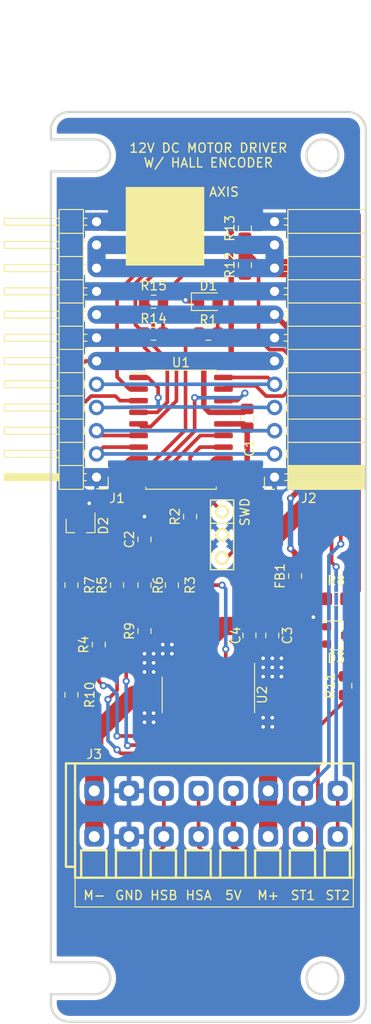
<source format=kicad_pcb>
(kicad_pcb (version 20171130) (host pcbnew 5.1.5+dfsg1-2build2)

  (general
    (thickness 1.6)
    (drawings 35)
    (tracks 357)
    (zones 0)
    (modules 29)
    (nets 34)
  )

  (page A4)
  (layers
    (0 F.Cu signal)
    (31 B.Cu power)
    (32 B.Adhes user)
    (33 F.Adhes user)
    (34 B.Paste user)
    (35 F.Paste user)
    (36 B.SilkS user)
    (37 F.SilkS user)
    (38 B.Mask user)
    (39 F.Mask user)
    (40 Dwgs.User user)
    (41 Cmts.User user)
    (42 Eco1.User user)
    (43 Eco2.User user)
    (44 Edge.Cuts user)
    (45 Margin user)
    (46 B.CrtYd user)
    (47 F.CrtYd user)
    (48 B.Fab user)
    (49 F.Fab user hide)
  )

  (setup
    (last_trace_width 0.4)
    (user_trace_width 0.6)
    (user_trace_width 2)
    (trace_clearance 0.2)
    (zone_clearance 0.508)
    (zone_45_only no)
    (trace_min 0.2)
    (via_size 0.8)
    (via_drill 0.4)
    (via_min_size 0.4)
    (via_min_drill 0.3)
    (user_via 0.9 0.6)
    (uvia_size 0.3)
    (uvia_drill 0.1)
    (uvias_allowed no)
    (uvia_min_size 0.2)
    (uvia_min_drill 0.1)
    (edge_width 0.05)
    (segment_width 0.2)
    (pcb_text_width 0.3)
    (pcb_text_size 1.5 1.5)
    (mod_edge_width 0.12)
    (mod_text_size 1 1)
    (mod_text_width 0.15)
    (pad_size 1.524 1.524)
    (pad_drill 0.762)
    (pad_to_mask_clearance 0.051)
    (solder_mask_min_width 0.25)
    (aux_axis_origin 0 0)
    (visible_elements FFFFFF7F)
    (pcbplotparams
      (layerselection 0x010fc_ffffffff)
      (usegerberextensions false)
      (usegerberattributes false)
      (usegerberadvancedattributes false)
      (creategerberjobfile false)
      (excludeedgelayer true)
      (linewidth 0.100000)
      (plotframeref false)
      (viasonmask false)
      (mode 1)
      (useauxorigin false)
      (hpglpennumber 1)
      (hpglpenspeed 20)
      (hpglpendiameter 15.000000)
      (psnegative false)
      (psa4output false)
      (plotreference true)
      (plotvalue true)
      (plotinvisibletext false)
      (padsonsilk false)
      (subtractmaskfromsilk false)
      (outputformat 1)
      (mirror false)
      (drillshape 1)
      (scaleselection 1)
      (outputdirectory ""))
  )

  (net 0 "")
  (net 1 GND)
  (net 2 +3V3)
  (net 3 /CS)
  (net 4 +12V)
  (net 5 "Net-(D1-Pad2)")
  (net 6 /HALL_B)
  (net 7 /HALL_A)
  (net 8 +5V)
  (net 9 "Net-(FB1-Pad1)")
  (net 10 /TRG)
  (net 11 /IRQ)
  (net 12 /SDA)
  (net 13 /SCL)
  (net 14 /MOTOR_P)
  (net 15 "Net-(J3-Pad4)")
  (net 16 "Net-(J3-Pad3)")
  (net 17 /MOTOR_M)
  (net 18 /LED)
  (net 19 /INA)
  (net 20 "Net-(R2-Pad1)")
  (net 21 /INB)
  (net 22 "Net-(R3-Pad1)")
  (net 23 /PWM)
  (net 24 "Net-(R4-Pad1)")
  (net 25 /SEL0)
  (net 26 "Net-(R5-Pad1)")
  (net 27 "Net-(R6-Pad1)")
  (net 28 /SWDIO)
  (net 29 /SWCLK)
  (net 30 "Net-(U1-Pad11)")
  (net 31 /STOP_2)
  (net 32 /STOP_1)
  (net 33 /ADDR)

  (net_class Default "This is the default net class."
    (clearance 0.2)
    (trace_width 0.4)
    (via_dia 0.8)
    (via_drill 0.4)
    (uvia_dia 0.3)
    (uvia_drill 0.1)
    (add_net +12V)
    (add_net +3V3)
    (add_net +5V)
    (add_net /ADDR)
    (add_net /CS)
    (add_net /HALL_A)
    (add_net /HALL_B)
    (add_net /INA)
    (add_net /INB)
    (add_net /IRQ)
    (add_net /LED)
    (add_net /MOTOR_M)
    (add_net /MOTOR_P)
    (add_net /PWM)
    (add_net /SCL)
    (add_net /SDA)
    (add_net /SEL0)
    (add_net /STOP_1)
    (add_net /STOP_2)
    (add_net /SWCLK)
    (add_net /SWDIO)
    (add_net /TRG)
    (add_net GND)
    (add_net "Net-(D1-Pad2)")
    (add_net "Net-(FB1-Pad1)")
    (add_net "Net-(J3-Pad3)")
    (add_net "Net-(J3-Pad4)")
    (add_net "Net-(R2-Pad1)")
    (add_net "Net-(R3-Pad1)")
    (add_net "Net-(R4-Pad1)")
    (add_net "Net-(R5-Pad1)")
    (add_net "Net-(R6-Pad1)")
    (add_net "Net-(U1-Pad11)")
  )

  (module Resistor_SMD:R_0805_2012Metric_Pad1.15x1.40mm_HandSolder (layer F.Cu) (tedit 5B36C52B) (tstamp 6005C35D)
    (at 94 71)
    (descr "Resistor SMD 0805 (2012 Metric), square (rectangular) end terminal, IPC_7351 nominal with elongated pad for handsoldering. (Body size source: https://docs.google.com/spreadsheets/d/1BsfQQcO9C6DZCsRaXUlFlo91Tg2WpOkGARC1WS5S8t0/edit?usp=sharing), generated with kicad-footprint-generator")
    (tags "resistor handsolder")
    (path /60088EC3)
    (attr smd)
    (fp_text reference R15 (at 0 -1.75) (layer F.SilkS)
      (effects (font (size 1 1) (thickness 0.15)))
    )
    (fp_text value 10k (at 0 1.65) (layer F.Fab)
      (effects (font (size 1 1) (thickness 0.15)))
    )
    (fp_text user %R (at 0 0) (layer F.Fab)
      (effects (font (size 0.5 0.5) (thickness 0.08)))
    )
    (fp_line (start 1.85 0.95) (end -1.85 0.95) (layer F.CrtYd) (width 0.05))
    (fp_line (start 1.85 -0.95) (end 1.85 0.95) (layer F.CrtYd) (width 0.05))
    (fp_line (start -1.85 -0.95) (end 1.85 -0.95) (layer F.CrtYd) (width 0.05))
    (fp_line (start -1.85 0.95) (end -1.85 -0.95) (layer F.CrtYd) (width 0.05))
    (fp_line (start -0.261252 0.71) (end 0.261252 0.71) (layer F.SilkS) (width 0.12))
    (fp_line (start -0.261252 -0.71) (end 0.261252 -0.71) (layer F.SilkS) (width 0.12))
    (fp_line (start 1 0.6) (end -1 0.6) (layer F.Fab) (width 0.1))
    (fp_line (start 1 -0.6) (end 1 0.6) (layer F.Fab) (width 0.1))
    (fp_line (start -1 -0.6) (end 1 -0.6) (layer F.Fab) (width 0.1))
    (fp_line (start -1 0.6) (end -1 -0.6) (layer F.Fab) (width 0.1))
    (pad 2 smd roundrect (at 1.025 0) (size 1.15 1.4) (layers F.Cu F.Paste F.Mask) (roundrect_rratio 0.217391)
      (net 2 +3V3))
    (pad 1 smd roundrect (at -1.025 0) (size 1.15 1.4) (layers F.Cu F.Paste F.Mask) (roundrect_rratio 0.217391)
      (net 31 /STOP_2))
    (model ${KISYS3DMOD}/Resistor_SMD.3dshapes/R_0805_2012Metric.wrl
      (at (xyz 0 0 0))
      (scale (xyz 1 1 1))
      (rotate (xyz 0 0 0))
    )
  )

  (module Resistor_SMD:R_0805_2012Metric_Pad1.15x1.40mm_HandSolder (layer F.Cu) (tedit 5B36C52B) (tstamp 6005C34C)
    (at 94 74.5)
    (descr "Resistor SMD 0805 (2012 Metric), square (rectangular) end terminal, IPC_7351 nominal with elongated pad for handsoldering. (Body size source: https://docs.google.com/spreadsheets/d/1BsfQQcO9C6DZCsRaXUlFlo91Tg2WpOkGARC1WS5S8t0/edit?usp=sharing), generated with kicad-footprint-generator")
    (tags "resistor handsolder")
    (path /6006D6A4)
    (attr smd)
    (fp_text reference R14 (at 0 -1.65) (layer F.SilkS)
      (effects (font (size 1 1) (thickness 0.15)))
    )
    (fp_text value 10k (at 0 1.65) (layer F.Fab)
      (effects (font (size 1 1) (thickness 0.15)))
    )
    (fp_text user %R (at 0 0) (layer F.Fab)
      (effects (font (size 0.5 0.5) (thickness 0.08)))
    )
    (fp_line (start 1.85 0.95) (end -1.85 0.95) (layer F.CrtYd) (width 0.05))
    (fp_line (start 1.85 -0.95) (end 1.85 0.95) (layer F.CrtYd) (width 0.05))
    (fp_line (start -1.85 -0.95) (end 1.85 -0.95) (layer F.CrtYd) (width 0.05))
    (fp_line (start -1.85 0.95) (end -1.85 -0.95) (layer F.CrtYd) (width 0.05))
    (fp_line (start -0.261252 0.71) (end 0.261252 0.71) (layer F.SilkS) (width 0.12))
    (fp_line (start -0.261252 -0.71) (end 0.261252 -0.71) (layer F.SilkS) (width 0.12))
    (fp_line (start 1 0.6) (end -1 0.6) (layer F.Fab) (width 0.1))
    (fp_line (start 1 -0.6) (end 1 0.6) (layer F.Fab) (width 0.1))
    (fp_line (start -1 -0.6) (end 1 -0.6) (layer F.Fab) (width 0.1))
    (fp_line (start -1 0.6) (end -1 -0.6) (layer F.Fab) (width 0.1))
    (pad 2 smd roundrect (at 1.025 0) (size 1.15 1.4) (layers F.Cu F.Paste F.Mask) (roundrect_rratio 0.217391)
      (net 2 +3V3))
    (pad 1 smd roundrect (at -1.025 0) (size 1.15 1.4) (layers F.Cu F.Paste F.Mask) (roundrect_rratio 0.217391)
      (net 32 /STOP_1))
    (model ${KISYS3DMOD}/Resistor_SMD.3dshapes/R_0805_2012Metric.wrl
      (at (xyz 0 0 0))
      (scale (xyz 1 1 1))
      (rotate (xyz 0 0 0))
    )
  )

  (module Resistor_SMD:R_0805_2012Metric_Pad1.15x1.40mm_HandSolder (layer F.Cu) (tedit 5B36C52B) (tstamp 6005E89D)
    (at 104 62.975 90)
    (descr "Resistor SMD 0805 (2012 Metric), square (rectangular) end terminal, IPC_7351 nominal with elongated pad for handsoldering. (Body size source: https://docs.google.com/spreadsheets/d/1BsfQQcO9C6DZCsRaXUlFlo91Tg2WpOkGARC1WS5S8t0/edit?usp=sharing), generated with kicad-footprint-generator")
    (tags "resistor handsolder")
    (path /6006B2C2)
    (attr smd)
    (fp_text reference R13 (at 0 -1.65 90) (layer F.SilkS)
      (effects (font (size 1 1) (thickness 0.15)))
    )
    (fp_text value "A-N/A B-270R Z-10k" (at 0 1.65 90) (layer F.Fab)
      (effects (font (size 1 1) (thickness 0.15)))
    )
    (fp_text user %R (at 0 0 90) (layer F.Fab)
      (effects (font (size 0.5 0.5) (thickness 0.08)))
    )
    (fp_line (start 1.85 0.95) (end -1.85 0.95) (layer F.CrtYd) (width 0.05))
    (fp_line (start 1.85 -0.95) (end 1.85 0.95) (layer F.CrtYd) (width 0.05))
    (fp_line (start -1.85 -0.95) (end 1.85 -0.95) (layer F.CrtYd) (width 0.05))
    (fp_line (start -1.85 0.95) (end -1.85 -0.95) (layer F.CrtYd) (width 0.05))
    (fp_line (start -0.261252 0.71) (end 0.261252 0.71) (layer F.SilkS) (width 0.12))
    (fp_line (start -0.261252 -0.71) (end 0.261252 -0.71) (layer F.SilkS) (width 0.12))
    (fp_line (start 1 0.6) (end -1 0.6) (layer F.Fab) (width 0.1))
    (fp_line (start 1 -0.6) (end 1 0.6) (layer F.Fab) (width 0.1))
    (fp_line (start -1 -0.6) (end 1 -0.6) (layer F.Fab) (width 0.1))
    (fp_line (start -1 0.6) (end -1 -0.6) (layer F.Fab) (width 0.1))
    (pad 2 smd roundrect (at 1.025 0 90) (size 1.15 1.4) (layers F.Cu F.Paste F.Mask) (roundrect_rratio 0.217391)
      (net 1 GND))
    (pad 1 smd roundrect (at -1.025 0 90) (size 1.15 1.4) (layers F.Cu F.Paste F.Mask) (roundrect_rratio 0.217391)
      (net 33 /ADDR))
    (model ${KISYS3DMOD}/Resistor_SMD.3dshapes/R_0805_2012Metric.wrl
      (at (xyz 0 0 0))
      (scale (xyz 1 1 1))
      (rotate (xyz 0 0 0))
    )
  )

  (module Resistor_SMD:R_0805_2012Metric_Pad1.15x1.40mm_HandSolder (layer F.Cu) (tedit 5B36C52B) (tstamp 6005E88C)
    (at 104 67 90)
    (descr "Resistor SMD 0805 (2012 Metric), square (rectangular) end terminal, IPC_7351 nominal with elongated pad for handsoldering. (Body size source: https://docs.google.com/spreadsheets/d/1BsfQQcO9C6DZCsRaXUlFlo91Tg2WpOkGARC1WS5S8t0/edit?usp=sharing), generated with kicad-footprint-generator")
    (tags "resistor handsolder")
    (path /6006AEA4)
    (attr smd)
    (fp_text reference R12 (at 0 -1.65 90) (layer F.SilkS)
      (effects (font (size 1 1) (thickness 0.15)))
    )
    (fp_text value "A-270R B-N/A Z-10k" (at 0 1.65 90) (layer F.Fab)
      (effects (font (size 1 1) (thickness 0.15)))
    )
    (fp_text user %R (at 0 0 90) (layer F.Fab)
      (effects (font (size 0.5 0.5) (thickness 0.08)))
    )
    (fp_line (start 1.85 0.95) (end -1.85 0.95) (layer F.CrtYd) (width 0.05))
    (fp_line (start 1.85 -0.95) (end 1.85 0.95) (layer F.CrtYd) (width 0.05))
    (fp_line (start -1.85 -0.95) (end 1.85 -0.95) (layer F.CrtYd) (width 0.05))
    (fp_line (start -1.85 0.95) (end -1.85 -0.95) (layer F.CrtYd) (width 0.05))
    (fp_line (start -0.261252 0.71) (end 0.261252 0.71) (layer F.SilkS) (width 0.12))
    (fp_line (start -0.261252 -0.71) (end 0.261252 -0.71) (layer F.SilkS) (width 0.12))
    (fp_line (start 1 0.6) (end -1 0.6) (layer F.Fab) (width 0.1))
    (fp_line (start 1 -0.6) (end 1 0.6) (layer F.Fab) (width 0.1))
    (fp_line (start -1 -0.6) (end 1 -0.6) (layer F.Fab) (width 0.1))
    (fp_line (start -1 0.6) (end -1 -0.6) (layer F.Fab) (width 0.1))
    (pad 2 smd roundrect (at 1.025 0 90) (size 1.15 1.4) (layers F.Cu F.Paste F.Mask) (roundrect_rratio 0.217391)
      (net 33 /ADDR))
    (pad 1 smd roundrect (at -1.025 0 90) (size 1.15 1.4) (layers F.Cu F.Paste F.Mask) (roundrect_rratio 0.217391)
      (net 2 +3V3))
    (model ${KISYS3DMOD}/Resistor_SMD.3dshapes/R_0805_2012Metric.wrl
      (at (xyz 0 0 0))
      (scale (xyz 1 1 1))
      (rotate (xyz 0 0 0))
    )
  )

  (module device.farm:DG235-3.81-08P (layer F.Cu) (tedit 60057276) (tstamp 6005E71B)
    (at 87.5 124.5)
    (path /6005C640)
    (fp_text reference J3 (at 0 -4) (layer F.SilkS)
      (effects (font (size 1 1) (thickness 0.15)))
    )
    (fp_text value Conn_01x08_Female (at 4 -4) (layer F.Fab)
      (effects (font (size 1 1) (thickness 0.15)))
    )
    (fp_line (start -2.1 9.5) (end 28.38 9.499999) (layer F.SilkS) (width 0.254))
    (fp_line (start -2.1 -3) (end 28.38 -3) (layer F.SilkS) (width 0.254))
    (fp_line (start 28.38 -3) (end 28.38 9.499999) (layer F.SilkS) (width 0.254))
    (fp_line (start -2.1 -3) (end -2.1 9.5) (layer F.SilkS) (width 0.254))
    (fp_line (start -3.099999 8.301751) (end -2.1 8.301751) (layer F.SilkS) (width 0.254))
    (fp_line (start 16.568999 9.5) (end 16.568999 6.5) (layer F.SilkS) (width 0.254))
    (fp_line (start -2.1 -3) (end -2.1 8.301751) (layer F.SilkS) (width 0.254))
    (fp_line (start 17.617 9.5) (end 17.617 6.5) (layer F.SilkS) (width 0.254))
    (fp_line (start -3.1 -3) (end -2.1 -3) (layer F.SilkS) (width 0.254))
    (fp_line (start 20.379 6.5) (end 17.617 6.5) (layer F.SilkS) (width 0.254))
    (fp_line (start 20.379 9.5) (end 20.379 6.5) (layer F.SilkS) (width 0.254))
    (fp_line (start 21.427 9.5) (end 21.427 6.5) (layer F.SilkS) (width 0.254))
    (fp_line (start 24.189 6.5) (end 21.427 6.5) (layer F.SilkS) (width 0.254))
    (fp_line (start 24.189 9.5) (end 24.189 6.5) (layer F.SilkS) (width 0.254))
    (fp_line (start 25.237 9.5) (end 25.237 6.5) (layer F.SilkS) (width 0.254))
    (fp_line (start 27.999 6.5) (end 25.237 6.5) (layer F.SilkS) (width 0.254))
    (fp_line (start 27.999 9.5) (end 27.999 6.5) (layer F.SilkS) (width 0.254))
    (fp_line (start 16.568999 6.5) (end 13.807 6.5) (layer F.SilkS) (width 0.254))
    (fp_line (start -3.1 -3) (end -3.099999 8.301751) (layer F.SilkS) (width 0.254))
    (fp_line (start 13.807 9.5) (end 13.807 6.5) (layer F.SilkS) (width 0.254))
    (fp_line (start 12.759 9.5) (end 12.759 6.5) (layer F.SilkS) (width 0.254))
    (fp_line (start 12.759 6.5) (end 9.997 6.5) (layer F.SilkS) (width 0.254))
    (fp_line (start 9.997 9.5) (end 9.997 6.5) (layer F.SilkS) (width 0.254))
    (fp_line (start 8.949 9.5) (end 8.949 6.5) (layer F.SilkS) (width 0.254))
    (fp_line (start 8.949 6.5) (end 6.187 6.5) (layer F.SilkS) (width 0.254))
    (fp_line (start 6.187 9.5) (end 6.187 6.5) (layer F.SilkS) (width 0.254))
    (fp_line (start 5.139 9.5) (end 5.139 6.5) (layer F.SilkS) (width 0.254))
    (fp_line (start 5.139 6.5) (end 2.377 6.5) (layer F.SilkS) (width 0.254))
    (fp_line (start 2.377 9.5) (end 2.377 6.5) (layer F.SilkS) (width 0.254))
    (fp_line (start 1.329 6.5) (end -1.432999 6.5) (layer F.SilkS) (width 0.254))
    (fp_line (start -1.432999 9.5) (end -1.432999 6.5) (layer F.SilkS) (width 0.254))
    (fp_line (start 1.329 9.5) (end 1.329 6.5) (layer F.SilkS) (width 0.254))
    (pad 8 thru_hole roundrect (at 26.67 5) (size 2.2 2.2) (drill 1.2) (layers *.Cu *.Mask) (roundrect_rratio 0.25)
      (net 31 /STOP_2))
    (pad 7 thru_hole roundrect (at 22.86 5) (size 2.2 2.2) (drill 1.2) (layers *.Cu *.Mask) (roundrect_rratio 0.25)
      (net 32 /STOP_1))
    (pad 6 thru_hole roundrect (at 19.05 5) (size 2.2 2.2) (drill 1.2) (layers *.Cu *.Mask) (roundrect_rratio 0.25)
      (net 14 /MOTOR_P))
    (pad 5 thru_hole roundrect (at 15.24 5) (size 2.2 2.2) (drill 1.2) (layers *.Cu *.Mask) (roundrect_rratio 0.25)
      (net 9 "Net-(FB1-Pad1)"))
    (pad 4 thru_hole roundrect (at 11.43 5) (size 2.2 2.2) (drill 1.2) (layers *.Cu *.Mask) (roundrect_rratio 0.25)
      (net 15 "Net-(J3-Pad4)"))
    (pad 3 thru_hole roundrect (at 7.62 5) (size 2.2 2.2) (drill 1.2) (layers *.Cu *.Mask) (roundrect_rratio 0.25)
      (net 16 "Net-(J3-Pad3)"))
    (pad 2 thru_hole roundrect (at 3.81 5) (size 2.2 2.2) (drill 1.2) (layers *.Cu *.Mask) (roundrect_rratio 0.25)
      (net 1 GND))
    (pad 1 thru_hole roundrect (at 0 0) (size 2.2 2.2) (drill 1.2) (layers *.Cu *.Mask) (roundrect_rratio 0.25)
      (net 17 /MOTOR_M))
    (pad 1 thru_hole roundrect (at 0 5) (size 2.2 2.2) (drill 1.2) (layers *.Cu *.Mask) (roundrect_rratio 0.25)
      (net 17 /MOTOR_M))
    (pad 2 thru_hole roundrect (at 3.81 0) (size 2.2 2.2) (drill 1.2) (layers *.Cu *.Mask) (roundrect_rratio 0.25)
      (net 1 GND))
    (pad 3 thru_hole roundrect (at 7.62 0) (size 2.2 2.2) (drill 1.2) (layers *.Cu *.Mask) (roundrect_rratio 0.25)
      (net 16 "Net-(J3-Pad3)"))
    (pad 4 thru_hole roundrect (at 11.43 0) (size 2.2 2.2) (drill 1.2) (layers *.Cu *.Mask) (roundrect_rratio 0.25)
      (net 15 "Net-(J3-Pad4)"))
    (pad 5 thru_hole roundrect (at 15.24 0) (size 2.2 2.2) (drill 1.2) (layers *.Cu *.Mask) (roundrect_rratio 0.25)
      (net 9 "Net-(FB1-Pad1)"))
    (pad 6 thru_hole roundrect (at 19.05 0) (size 2.2 2.2) (drill 1.2) (layers *.Cu *.Mask) (roundrect_rratio 0.25)
      (net 14 /MOTOR_P))
    (pad 7 thru_hole roundrect (at 22.86 0) (size 2.2 2.2) (drill 1.2) (layers *.Cu *.Mask) (roundrect_rratio 0.25)
      (net 32 /STOP_1))
    (pad 8 thru_hole roundrect (at 26.67 0) (size 2.2 2.2) (drill 1.2) (layers *.Cu *.Mask) (roundrect_rratio 0.25)
      (net 31 /STOP_2))
    (model ${DF_3D}/DG235-3.81-08P.step
      (at (xyz 0 0 0))
      (scale (xyz 1 1 1))
      (rotate (xyz 0 0 -90))
    )
  )

  (module Resistor_SMD:R_0805_2012Metric_Pad1.15x1.40mm_HandSolder (layer F.Cu) (tedit 5B36C52B) (tstamp 6002813D)
    (at 98 94.5 90)
    (descr "Resistor SMD 0805 (2012 Metric), square (rectangular) end terminal, IPC_7351 nominal with elongated pad for handsoldering. (Body size source: https://docs.google.com/spreadsheets/d/1BsfQQcO9C6DZCsRaXUlFlo91Tg2WpOkGARC1WS5S8t0/edit?usp=sharing), generated with kicad-footprint-generator")
    (tags "resistor handsolder")
    (path /600F064D)
    (attr smd)
    (fp_text reference R2 (at 0 -1.65 90) (layer F.SilkS)
      (effects (font (size 1 1) (thickness 0.15)))
    )
    (fp_text value 1k (at 0 1.65 90) (layer F.Fab)
      (effects (font (size 1 1) (thickness 0.15)))
    )
    (fp_text user %R (at 0 0 90) (layer F.Fab)
      (effects (font (size 0.5 0.5) (thickness 0.08)))
    )
    (fp_line (start 1.85 0.95) (end -1.85 0.95) (layer F.CrtYd) (width 0.05))
    (fp_line (start 1.85 -0.95) (end 1.85 0.95) (layer F.CrtYd) (width 0.05))
    (fp_line (start -1.85 -0.95) (end 1.85 -0.95) (layer F.CrtYd) (width 0.05))
    (fp_line (start -1.85 0.95) (end -1.85 -0.95) (layer F.CrtYd) (width 0.05))
    (fp_line (start -0.261252 0.71) (end 0.261252 0.71) (layer F.SilkS) (width 0.12))
    (fp_line (start -0.261252 -0.71) (end 0.261252 -0.71) (layer F.SilkS) (width 0.12))
    (fp_line (start 1 0.6) (end -1 0.6) (layer F.Fab) (width 0.1))
    (fp_line (start 1 -0.6) (end 1 0.6) (layer F.Fab) (width 0.1))
    (fp_line (start -1 -0.6) (end 1 -0.6) (layer F.Fab) (width 0.1))
    (fp_line (start -1 0.6) (end -1 -0.6) (layer F.Fab) (width 0.1))
    (pad 2 smd roundrect (at 1.025 0 90) (size 1.15 1.4) (layers F.Cu F.Paste F.Mask) (roundrect_rratio 0.217391)
      (net 19 /INA))
    (pad 1 smd roundrect (at -1.025 0 90) (size 1.15 1.4) (layers F.Cu F.Paste F.Mask) (roundrect_rratio 0.217391)
      (net 20 "Net-(R2-Pad1)"))
    (model ${KISYS3DMOD}/Resistor_SMD.3dshapes/R_0805_2012Metric.wrl
      (at (xyz 0 0 0))
      (scale (xyz 1 1 1))
      (rotate (xyz 0 0 0))
    )
  )

  (module device.farm:SWD (layer F.Cu) (tedit 56B33A4E) (tstamp 60025709)
    (at 101.5 96.5 270)
    (path /60037E8A)
    (fp_text reference X1 (at -3 -2.5 90) (layer F.SilkS) hide
      (effects (font (size 1 1) (thickness 0.15)))
    )
    (fp_text value SWD (at 0 -2.54 90) (layer F.Fab)
      (effects (font (size 1 1) (thickness 0.15)))
    )
    (fp_line (start -3.81 1.27) (end -3.81 -1.27) (layer F.SilkS) (width 0.15))
    (fp_line (start 3.81 1.27) (end -3.81 1.27) (layer F.SilkS) (width 0.15))
    (fp_line (start 3.81 -1.27) (end 3.81 1.27) (layer F.SilkS) (width 0.15))
    (fp_line (start -3.81 -1.27) (end 3.81 -1.27) (layer F.SilkS) (width 0.15))
    (fp_line (start -1.27 -1.27) (end -1.27 1.27) (layer F.SilkS) (width 0.15))
    (pad 3 thru_hole circle (at 2.54 0 270) (size 1.524 1.524) (drill 1.016) (layers *.Cu *.Mask F.SilkS)
      (net 29 /SWCLK))
    (pad 2 thru_hole circle (at 0 0 270) (size 1.524 1.524) (drill 1.016) (layers *.Cu *.Mask F.SilkS)
      (net 1 GND))
    (pad 1 thru_hole circle (at -2.54 0 270) (size 1.524 1.524) (drill 1.016) (layers *.Cu *.Mask F.SilkS)
      (net 28 /SWDIO))
  )

  (module Package_SO:SOIC-16_3.9x9.9mm_P1.27mm (layer F.Cu) (tedit 5D9F72B1) (tstamp 60027B42)
    (at 100 114 270)
    (descr "SOIC, 16 Pin (JEDEC MS-012AC, https://www.analog.com/media/en/package-pcb-resources/package/pkg_pdf/soic_narrow-r/r_16.pdf), generated with kicad-footprint-generator ipc_gullwing_generator.py")
    (tags "SOIC SO")
    (path /600288BD)
    (attr smd)
    (fp_text reference U2 (at 0 -5.9 90) (layer F.SilkS)
      (effects (font (size 1 1) (thickness 0.15)))
    )
    (fp_text value VNH7070BAS (at 0 5.9 90) (layer F.Fab)
      (effects (font (size 1 1) (thickness 0.15)))
    )
    (fp_text user %R (at 0 0 90) (layer F.Fab)
      (effects (font (size 0.98 0.98) (thickness 0.15)))
    )
    (fp_line (start 3.7 -5.2) (end -3.7 -5.2) (layer F.CrtYd) (width 0.05))
    (fp_line (start 3.7 5.2) (end 3.7 -5.2) (layer F.CrtYd) (width 0.05))
    (fp_line (start -3.7 5.2) (end 3.7 5.2) (layer F.CrtYd) (width 0.05))
    (fp_line (start -3.7 -5.2) (end -3.7 5.2) (layer F.CrtYd) (width 0.05))
    (fp_line (start -1.95 -3.975) (end -0.975 -4.95) (layer F.Fab) (width 0.1))
    (fp_line (start -1.95 4.95) (end -1.95 -3.975) (layer F.Fab) (width 0.1))
    (fp_line (start 1.95 4.95) (end -1.95 4.95) (layer F.Fab) (width 0.1))
    (fp_line (start 1.95 -4.95) (end 1.95 4.95) (layer F.Fab) (width 0.1))
    (fp_line (start -0.975 -4.95) (end 1.95 -4.95) (layer F.Fab) (width 0.1))
    (fp_line (start 0 -5.06) (end -3.45 -5.06) (layer F.SilkS) (width 0.12))
    (fp_line (start 0 -5.06) (end 1.95 -5.06) (layer F.SilkS) (width 0.12))
    (fp_line (start 0 5.06) (end -1.95 5.06) (layer F.SilkS) (width 0.12))
    (fp_line (start 0 5.06) (end 1.95 5.06) (layer F.SilkS) (width 0.12))
    (pad 16 smd roundrect (at 2.475 -4.445 270) (size 1.95 0.6) (layers F.Cu F.Paste F.Mask) (roundrect_rratio 0.25)
      (net 1 GND))
    (pad 15 smd roundrect (at 2.475 -3.175 270) (size 1.95 0.6) (layers F.Cu F.Paste F.Mask) (roundrect_rratio 0.25)
      (net 14 /MOTOR_P))
    (pad 14 smd roundrect (at 2.475 -1.905 270) (size 1.95 0.6) (layers F.Cu F.Paste F.Mask) (roundrect_rratio 0.25)
      (net 26 "Net-(R5-Pad1)"))
    (pad 13 smd roundrect (at 2.475 -0.635 270) (size 1.95 0.6) (layers F.Cu F.Paste F.Mask) (roundrect_rratio 0.25)
      (net 27 "Net-(R6-Pad1)"))
    (pad 12 smd roundrect (at 2.475 0.635 270) (size 1.95 0.6) (layers F.Cu F.Paste F.Mask) (roundrect_rratio 0.25)
      (net 4 +12V))
    (pad 11 smd roundrect (at 2.475 1.905 270) (size 1.95 0.6) (layers F.Cu F.Paste F.Mask) (roundrect_rratio 0.25)
      (net 24 "Net-(R4-Pad1)"))
    (pad 10 smd roundrect (at 2.475 3.175 270) (size 1.95 0.6) (layers F.Cu F.Paste F.Mask) (roundrect_rratio 0.25)
      (net 17 /MOTOR_M))
    (pad 9 smd roundrect (at 2.475 4.445 270) (size 1.95 0.6) (layers F.Cu F.Paste F.Mask) (roundrect_rratio 0.25)
      (net 1 GND))
    (pad 8 smd roundrect (at -2.475 4.445 270) (size 1.95 0.6) (layers F.Cu F.Paste F.Mask) (roundrect_rratio 0.25)
      (net 1 GND))
    (pad 7 smd roundrect (at -2.475 3.175 270) (size 1.95 0.6) (layers F.Cu F.Paste F.Mask) (roundrect_rratio 0.25)
      (net 17 /MOTOR_M))
    (pad 6 smd roundrect (at -2.475 1.905 270) (size 1.95 0.6) (layers F.Cu F.Paste F.Mask) (roundrect_rratio 0.25)
      (net 22 "Net-(R3-Pad1)"))
    (pad 5 smd roundrect (at -2.475 0.635 270) (size 1.95 0.6) (layers F.Cu F.Paste F.Mask) (roundrect_rratio 0.25)
      (net 4 +12V))
    (pad 4 smd roundrect (at -2.475 -0.635 270) (size 1.95 0.6) (layers F.Cu F.Paste F.Mask) (roundrect_rratio 0.25)
      (net 4 +12V))
    (pad 3 smd roundrect (at -2.475 -1.905 270) (size 1.95 0.6) (layers F.Cu F.Paste F.Mask) (roundrect_rratio 0.25)
      (net 20 "Net-(R2-Pad1)"))
    (pad 2 smd roundrect (at -2.475 -3.175 270) (size 1.95 0.6) (layers F.Cu F.Paste F.Mask) (roundrect_rratio 0.25)
      (net 14 /MOTOR_P))
    (pad 1 smd roundrect (at -2.475 -4.445 270) (size 1.95 0.6) (layers F.Cu F.Paste F.Mask) (roundrect_rratio 0.25)
      (net 1 GND))
    (model ${KISYS3DMOD}/Package_SO.3dshapes/SOIC-16_3.9x9.9mm_P1.27mm.wrl
      (at (xyz 0 0 0))
      (scale (xyz 1 1 1))
      (rotate (xyz 0 0 0))
    )
  )

  (module Package_SO:SOIC-20W_7.5x12.8mm_P1.27mm (layer F.Cu) (tedit 5D9F72B1) (tstamp 60025B45)
    (at 97 85)
    (descr "SOIC, 20 Pin (JEDEC MS-013AC, https://www.analog.com/media/en/package-pcb-resources/package/233848rw_20.pdf), generated with kicad-footprint-generator ipc_gullwing_generator.py")
    (tags "SOIC SO")
    (path /6008C43F)
    (attr smd)
    (fp_text reference U1 (at 0 -7.35) (layer F.SilkS)
      (effects (font (size 1 1) (thickness 0.15)))
    )
    (fp_text value ATSAMD11D14A-SS (at 0 7.35) (layer F.Fab)
      (effects (font (size 1 1) (thickness 0.15)))
    )
    (fp_text user %R (at 0 0) (layer F.Fab)
      (effects (font (size 1 1) (thickness 0.15)))
    )
    (fp_line (start 5.93 -6.65) (end -5.93 -6.65) (layer F.CrtYd) (width 0.05))
    (fp_line (start 5.93 6.65) (end 5.93 -6.65) (layer F.CrtYd) (width 0.05))
    (fp_line (start -5.93 6.65) (end 5.93 6.65) (layer F.CrtYd) (width 0.05))
    (fp_line (start -5.93 -6.65) (end -5.93 6.65) (layer F.CrtYd) (width 0.05))
    (fp_line (start -3.75 -5.4) (end -2.75 -6.4) (layer F.Fab) (width 0.1))
    (fp_line (start -3.75 6.4) (end -3.75 -5.4) (layer F.Fab) (width 0.1))
    (fp_line (start 3.75 6.4) (end -3.75 6.4) (layer F.Fab) (width 0.1))
    (fp_line (start 3.75 -6.4) (end 3.75 6.4) (layer F.Fab) (width 0.1))
    (fp_line (start -2.75 -6.4) (end 3.75 -6.4) (layer F.Fab) (width 0.1))
    (fp_line (start -3.86 -6.275) (end -5.675 -6.275) (layer F.SilkS) (width 0.12))
    (fp_line (start -3.86 -6.51) (end -3.86 -6.275) (layer F.SilkS) (width 0.12))
    (fp_line (start 0 -6.51) (end -3.86 -6.51) (layer F.SilkS) (width 0.12))
    (fp_line (start 3.86 -6.51) (end 3.86 -6.275) (layer F.SilkS) (width 0.12))
    (fp_line (start 0 -6.51) (end 3.86 -6.51) (layer F.SilkS) (width 0.12))
    (fp_line (start -3.86 6.51) (end -3.86 6.275) (layer F.SilkS) (width 0.12))
    (fp_line (start 0 6.51) (end -3.86 6.51) (layer F.SilkS) (width 0.12))
    (fp_line (start 3.86 6.51) (end 3.86 6.275) (layer F.SilkS) (width 0.12))
    (fp_line (start 0 6.51) (end 3.86 6.51) (layer F.SilkS) (width 0.12))
    (pad 20 smd roundrect (at 4.65 -5.715) (size 2.05 0.6) (layers F.Cu F.Paste F.Mask) (roundrect_rratio 0.25)
      (net 10 /TRG))
    (pad 19 smd roundrect (at 4.65 -4.445) (size 2.05 0.6) (layers F.Cu F.Paste F.Mask) (roundrect_rratio 0.25)
      (net 33 /ADDR))
    (pad 18 smd roundrect (at 4.65 -3.175) (size 2.05 0.6) (layers F.Cu F.Paste F.Mask) (roundrect_rratio 0.25)
      (net 3 /CS))
    (pad 17 smd roundrect (at 4.65 -1.905) (size 2.05 0.6) (layers F.Cu F.Paste F.Mask) (roundrect_rratio 0.25)
      (net 2 +3V3))
    (pad 16 smd roundrect (at 4.65 -0.635) (size 2.05 0.6) (layers F.Cu F.Paste F.Mask) (roundrect_rratio 0.25)
      (net 1 GND))
    (pad 15 smd roundrect (at 4.65 0.635) (size 2.05 0.6) (layers F.Cu F.Paste F.Mask) (roundrect_rratio 0.25)
      (net 21 /INB))
    (pad 14 smd roundrect (at 4.65 1.905) (size 2.05 0.6) (layers F.Cu F.Paste F.Mask) (roundrect_rratio 0.25)
      (net 19 /INA))
    (pad 13 smd roundrect (at 4.65 3.175) (size 2.05 0.6) (layers F.Cu F.Paste F.Mask) (roundrect_rratio 0.25)
      (net 28 /SWDIO))
    (pad 12 smd roundrect (at 4.65 4.445) (size 2.05 0.6) (layers F.Cu F.Paste F.Mask) (roundrect_rratio 0.25)
      (net 29 /SWCLK))
    (pad 11 smd roundrect (at 4.65 5.715) (size 2.05 0.6) (layers F.Cu F.Paste F.Mask) (roundrect_rratio 0.25)
      (net 30 "Net-(U1-Pad11)"))
    (pad 10 smd roundrect (at -4.65 5.715) (size 2.05 0.6) (layers F.Cu F.Paste F.Mask) (roundrect_rratio 0.25)
      (net 25 /SEL0))
    (pad 9 smd roundrect (at -4.65 4.445) (size 2.05 0.6) (layers F.Cu F.Paste F.Mask) (roundrect_rratio 0.25)
      (net 18 /LED))
    (pad 8 smd roundrect (at -4.65 3.175) (size 2.05 0.6) (layers F.Cu F.Paste F.Mask) (roundrect_rratio 0.25)
      (net 23 /PWM))
    (pad 7 smd roundrect (at -4.65 1.905) (size 2.05 0.6) (layers F.Cu F.Paste F.Mask) (roundrect_rratio 0.25)
      (net 13 /SCL))
    (pad 6 smd roundrect (at -4.65 0.635) (size 2.05 0.6) (layers F.Cu F.Paste F.Mask) (roundrect_rratio 0.25)
      (net 12 /SDA))
    (pad 5 smd roundrect (at -4.65 -0.635) (size 2.05 0.6) (layers F.Cu F.Paste F.Mask) (roundrect_rratio 0.25)
      (net 31 /STOP_2))
    (pad 4 smd roundrect (at -4.65 -1.905) (size 2.05 0.6) (layers F.Cu F.Paste F.Mask) (roundrect_rratio 0.25)
      (net 32 /STOP_1))
    (pad 3 smd roundrect (at -4.65 -3.175) (size 2.05 0.6) (layers F.Cu F.Paste F.Mask) (roundrect_rratio 0.25)
      (net 6 /HALL_B))
    (pad 2 smd roundrect (at -4.65 -4.445) (size 2.05 0.6) (layers F.Cu F.Paste F.Mask) (roundrect_rratio 0.25)
      (net 7 /HALL_A))
    (pad 1 smd roundrect (at -4.65 -5.715) (size 2.05 0.6) (layers F.Cu F.Paste F.Mask) (roundrect_rratio 0.25)
      (net 11 /IRQ))
    (model ${KISYS3DMOD}/Package_SO.3dshapes/SOIC-20W_7.5x12.8mm_P1.27mm.wrl
      (at (xyz 0 0 0))
      (scale (xyz 1 1 1))
      (rotate (xyz 0 0 0))
    )
  )

  (module Resistor_SMD:R_0805_2012Metric_Pad1.15x1.40mm_HandSolder (layer F.Cu) (tedit 5B36C52B) (tstamp 600257CE)
    (at 115 113 90)
    (descr "Resistor SMD 0805 (2012 Metric), square (rectangular) end terminal, IPC_7351 nominal with elongated pad for handsoldering. (Body size source: https://docs.google.com/spreadsheets/d/1BsfQQcO9C6DZCsRaXUlFlo91Tg2WpOkGARC1WS5S8t0/edit?usp=sharing), generated with kicad-footprint-generator")
    (tags "resistor handsolder")
    (path /600686A3)
    (attr smd)
    (fp_text reference R11 (at 0 -1.65 90) (layer F.SilkS)
      (effects (font (size 1 1) (thickness 0.15)))
    )
    (fp_text value 270R (at 0 1.65 90) (layer F.Fab)
      (effects (font (size 1 1) (thickness 0.15)))
    )
    (fp_text user %R (at 0 0 90) (layer F.Fab)
      (effects (font (size 0.5 0.5) (thickness 0.08)))
    )
    (fp_line (start 1.85 0.95) (end -1.85 0.95) (layer F.CrtYd) (width 0.05))
    (fp_line (start 1.85 -0.95) (end 1.85 0.95) (layer F.CrtYd) (width 0.05))
    (fp_line (start -1.85 -0.95) (end 1.85 -0.95) (layer F.CrtYd) (width 0.05))
    (fp_line (start -1.85 0.95) (end -1.85 -0.95) (layer F.CrtYd) (width 0.05))
    (fp_line (start -0.261252 0.71) (end 0.261252 0.71) (layer F.SilkS) (width 0.12))
    (fp_line (start -0.261252 -0.71) (end 0.261252 -0.71) (layer F.SilkS) (width 0.12))
    (fp_line (start 1 0.6) (end -1 0.6) (layer F.Fab) (width 0.1))
    (fp_line (start 1 -0.6) (end 1 0.6) (layer F.Fab) (width 0.1))
    (fp_line (start -1 -0.6) (end 1 -0.6) (layer F.Fab) (width 0.1))
    (fp_line (start -1 0.6) (end -1 -0.6) (layer F.Fab) (width 0.1))
    (pad 2 smd roundrect (at 1.025 0 90) (size 1.15 1.4) (layers F.Cu F.Paste F.Mask) (roundrect_rratio 0.217391)
      (net 7 /HALL_A))
    (pad 1 smd roundrect (at -1.025 0 90) (size 1.15 1.4) (layers F.Cu F.Paste F.Mask) (roundrect_rratio 0.217391)
      (net 15 "Net-(J3-Pad4)"))
    (model ${KISYS3DMOD}/Resistor_SMD.3dshapes/R_0805_2012Metric.wrl
      (at (xyz 0 0 0))
      (scale (xyz 1 1 1))
      (rotate (xyz 0 0 0))
    )
  )

  (module Resistor_SMD:R_0805_2012Metric_Pad1.15x1.40mm_HandSolder (layer F.Cu) (tedit 5B36C52B) (tstamp 60025BA9)
    (at 85 114 90)
    (descr "Resistor SMD 0805 (2012 Metric), square (rectangular) end terminal, IPC_7351 nominal with elongated pad for handsoldering. (Body size source: https://docs.google.com/spreadsheets/d/1BsfQQcO9C6DZCsRaXUlFlo91Tg2WpOkGARC1WS5S8t0/edit?usp=sharing), generated with kicad-footprint-generator")
    (tags "resistor handsolder")
    (path /60064ADD)
    (attr smd)
    (fp_text reference R10 (at 0 2 90) (layer F.SilkS)
      (effects (font (size 1 1) (thickness 0.15)))
    )
    (fp_text value 270R (at 0 1.65 90) (layer F.Fab)
      (effects (font (size 1 1) (thickness 0.15)))
    )
    (fp_text user %R (at 0 0 90) (layer F.Fab)
      (effects (font (size 0.5 0.5) (thickness 0.08)))
    )
    (fp_line (start 1.85 0.95) (end -1.85 0.95) (layer F.CrtYd) (width 0.05))
    (fp_line (start 1.85 -0.95) (end 1.85 0.95) (layer F.CrtYd) (width 0.05))
    (fp_line (start -1.85 -0.95) (end 1.85 -0.95) (layer F.CrtYd) (width 0.05))
    (fp_line (start -1.85 0.95) (end -1.85 -0.95) (layer F.CrtYd) (width 0.05))
    (fp_line (start -0.261252 0.71) (end 0.261252 0.71) (layer F.SilkS) (width 0.12))
    (fp_line (start -0.261252 -0.71) (end 0.261252 -0.71) (layer F.SilkS) (width 0.12))
    (fp_line (start 1 0.6) (end -1 0.6) (layer F.Fab) (width 0.1))
    (fp_line (start 1 -0.6) (end 1 0.6) (layer F.Fab) (width 0.1))
    (fp_line (start -1 -0.6) (end 1 -0.6) (layer F.Fab) (width 0.1))
    (fp_line (start -1 0.6) (end -1 -0.6) (layer F.Fab) (width 0.1))
    (pad 2 smd roundrect (at 1.025 0 90) (size 1.15 1.4) (layers F.Cu F.Paste F.Mask) (roundrect_rratio 0.217391)
      (net 6 /HALL_B))
    (pad 1 smd roundrect (at -1.025 0 90) (size 1.15 1.4) (layers F.Cu F.Paste F.Mask) (roundrect_rratio 0.217391)
      (net 16 "Net-(J3-Pad3)"))
    (model ${KISYS3DMOD}/Resistor_SMD.3dshapes/R_0805_2012Metric.wrl
      (at (xyz 0 0 0))
      (scale (xyz 1 1 1))
      (rotate (xyz 0 0 0))
    )
  )

  (module Resistor_SMD:R_0805_2012Metric_Pad1.15x1.40mm_HandSolder (layer F.Cu) (tedit 5B36C52B) (tstamp 60025CAB)
    (at 93 107.025 90)
    (descr "Resistor SMD 0805 (2012 Metric), square (rectangular) end terminal, IPC_7351 nominal with elongated pad for handsoldering. (Body size source: https://docs.google.com/spreadsheets/d/1BsfQQcO9C6DZCsRaXUlFlo91Tg2WpOkGARC1WS5S8t0/edit?usp=sharing), generated with kicad-footprint-generator")
    (tags "resistor handsolder")
    (path /60109DF7)
    (attr smd)
    (fp_text reference R9 (at 0 -1.65 90) (layer F.SilkS)
      (effects (font (size 1 1) (thickness 0.15)))
    )
    (fp_text value "(sense?)" (at 0 1.65 90) (layer F.Fab)
      (effects (font (size 1 1) (thickness 0.15)))
    )
    (fp_text user %R (at 0 0 90) (layer F.Fab)
      (effects (font (size 0.5 0.5) (thickness 0.08)))
    )
    (fp_line (start 1.85 0.95) (end -1.85 0.95) (layer F.CrtYd) (width 0.05))
    (fp_line (start 1.85 -0.95) (end 1.85 0.95) (layer F.CrtYd) (width 0.05))
    (fp_line (start -1.85 -0.95) (end 1.85 -0.95) (layer F.CrtYd) (width 0.05))
    (fp_line (start -1.85 0.95) (end -1.85 -0.95) (layer F.CrtYd) (width 0.05))
    (fp_line (start -0.261252 0.71) (end 0.261252 0.71) (layer F.SilkS) (width 0.12))
    (fp_line (start -0.261252 -0.71) (end 0.261252 -0.71) (layer F.SilkS) (width 0.12))
    (fp_line (start 1 0.6) (end -1 0.6) (layer F.Fab) (width 0.1))
    (fp_line (start 1 -0.6) (end 1 0.6) (layer F.Fab) (width 0.1))
    (fp_line (start -1 -0.6) (end 1 -0.6) (layer F.Fab) (width 0.1))
    (fp_line (start -1 0.6) (end -1 -0.6) (layer F.Fab) (width 0.1))
    (pad 2 smd roundrect (at 1.025 0 90) (size 1.15 1.4) (layers F.Cu F.Paste F.Mask) (roundrect_rratio 0.217391)
      (net 27 "Net-(R6-Pad1)"))
    (pad 1 smd roundrect (at -1.025 0 90) (size 1.15 1.4) (layers F.Cu F.Paste F.Mask) (roundrect_rratio 0.217391)
      (net 1 GND))
    (model ${KISYS3DMOD}/Resistor_SMD.3dshapes/R_0805_2012Metric.wrl
      (at (xyz 0 0 0))
      (scale (xyz 1 1 1))
      (rotate (xyz 0 0 0))
    )
  )

  (module Resistor_SMD:R_0805_2012Metric_Pad1.15x1.40mm_HandSolder (layer F.Cu) (tedit 5B36C52B) (tstamp 60025AC2)
    (at 114 103.5 180)
    (descr "Resistor SMD 0805 (2012 Metric), square (rectangular) end terminal, IPC_7351 nominal with elongated pad for handsoldering. (Body size source: https://docs.google.com/spreadsheets/d/1BsfQQcO9C6DZCsRaXUlFlo91Tg2WpOkGARC1WS5S8t0/edit?usp=sharing), generated with kicad-footprint-generator")
    (tags "resistor handsolder")
    (path /60081661)
    (attr smd)
    (fp_text reference R8 (at 0 2) (layer F.SilkS)
      (effects (font (size 1 1) (thickness 0.15)))
    )
    (fp_text value 10k (at 0 1.65) (layer F.Fab)
      (effects (font (size 1 1) (thickness 0.15)))
    )
    (fp_text user %R (at 0 0) (layer F.Fab)
      (effects (font (size 0.5 0.5) (thickness 0.08)))
    )
    (fp_line (start 1.85 0.95) (end -1.85 0.95) (layer F.CrtYd) (width 0.05))
    (fp_line (start 1.85 -0.95) (end 1.85 0.95) (layer F.CrtYd) (width 0.05))
    (fp_line (start -1.85 -0.95) (end 1.85 -0.95) (layer F.CrtYd) (width 0.05))
    (fp_line (start -1.85 0.95) (end -1.85 -0.95) (layer F.CrtYd) (width 0.05))
    (fp_line (start -0.261252 0.71) (end 0.261252 0.71) (layer F.SilkS) (width 0.12))
    (fp_line (start -0.261252 -0.71) (end 0.261252 -0.71) (layer F.SilkS) (width 0.12))
    (fp_line (start 1 0.6) (end -1 0.6) (layer F.Fab) (width 0.1))
    (fp_line (start 1 -0.6) (end 1 0.6) (layer F.Fab) (width 0.1))
    (fp_line (start -1 -0.6) (end 1 -0.6) (layer F.Fab) (width 0.1))
    (fp_line (start -1 0.6) (end -1 -0.6) (layer F.Fab) (width 0.1))
    (pad 2 smd roundrect (at 1.025 0 180) (size 1.15 1.4) (layers F.Cu F.Paste F.Mask) (roundrect_rratio 0.217391)
      (net 2 +3V3))
    (pad 1 smd roundrect (at -1.025 0 180) (size 1.15 1.4) (layers F.Cu F.Paste F.Mask) (roundrect_rratio 0.217391)
      (net 7 /HALL_A))
    (model ${KISYS3DMOD}/Resistor_SMD.3dshapes/R_0805_2012Metric.wrl
      (at (xyz 0 0 0))
      (scale (xyz 1 1 1))
      (rotate (xyz 0 0 0))
    )
  )

  (module Resistor_SMD:R_0805_2012Metric_Pad1.15x1.40mm_HandSolder (layer F.Cu) (tedit 5B36C52B) (tstamp 60025A8C)
    (at 85 102 90)
    (descr "Resistor SMD 0805 (2012 Metric), square (rectangular) end terminal, IPC_7351 nominal with elongated pad for handsoldering. (Body size source: https://docs.google.com/spreadsheets/d/1BsfQQcO9C6DZCsRaXUlFlo91Tg2WpOkGARC1WS5S8t0/edit?usp=sharing), generated with kicad-footprint-generator")
    (tags "resistor handsolder")
    (path /6007E7CC)
    (attr smd)
    (fp_text reference R7 (at 0 2 90) (layer F.SilkS)
      (effects (font (size 1 1) (thickness 0.15)))
    )
    (fp_text value 10k (at 0 1.65 90) (layer F.Fab)
      (effects (font (size 1 1) (thickness 0.15)))
    )
    (fp_text user %R (at 0 0 90) (layer F.Fab)
      (effects (font (size 0.5 0.5) (thickness 0.08)))
    )
    (fp_line (start 1.85 0.95) (end -1.85 0.95) (layer F.CrtYd) (width 0.05))
    (fp_line (start 1.85 -0.95) (end 1.85 0.95) (layer F.CrtYd) (width 0.05))
    (fp_line (start -1.85 -0.95) (end 1.85 -0.95) (layer F.CrtYd) (width 0.05))
    (fp_line (start -1.85 0.95) (end -1.85 -0.95) (layer F.CrtYd) (width 0.05))
    (fp_line (start -0.261252 0.71) (end 0.261252 0.71) (layer F.SilkS) (width 0.12))
    (fp_line (start -0.261252 -0.71) (end 0.261252 -0.71) (layer F.SilkS) (width 0.12))
    (fp_line (start 1 0.6) (end -1 0.6) (layer F.Fab) (width 0.1))
    (fp_line (start 1 -0.6) (end 1 0.6) (layer F.Fab) (width 0.1))
    (fp_line (start -1 -0.6) (end 1 -0.6) (layer F.Fab) (width 0.1))
    (fp_line (start -1 0.6) (end -1 -0.6) (layer F.Fab) (width 0.1))
    (pad 2 smd roundrect (at 1.025 0 90) (size 1.15 1.4) (layers F.Cu F.Paste F.Mask) (roundrect_rratio 0.217391)
      (net 2 +3V3))
    (pad 1 smd roundrect (at -1.025 0 90) (size 1.15 1.4) (layers F.Cu F.Paste F.Mask) (roundrect_rratio 0.217391)
      (net 6 /HALL_B))
    (model ${KISYS3DMOD}/Resistor_SMD.3dshapes/R_0805_2012Metric.wrl
      (at (xyz 0 0 0))
      (scale (xyz 1 1 1))
      (rotate (xyz 0 0 0))
    )
  )

  (module Resistor_SMD:R_0805_2012Metric_Pad1.15x1.40mm_HandSolder (layer F.Cu) (tedit 5B36C52B) (tstamp 60027620)
    (at 93 102 90)
    (descr "Resistor SMD 0805 (2012 Metric), square (rectangular) end terminal, IPC_7351 nominal with elongated pad for handsoldering. (Body size source: https://docs.google.com/spreadsheets/d/1BsfQQcO9C6DZCsRaXUlFlo91Tg2WpOkGARC1WS5S8t0/edit?usp=sharing), generated with kicad-footprint-generator")
    (tags "resistor handsolder")
    (path /600F4C4C)
    (attr smd)
    (fp_text reference R6 (at 0 1.5 90) (layer F.SilkS)
      (effects (font (size 1 1) (thickness 0.15)))
    )
    (fp_text value 10k (at 0 1.65 90) (layer F.Fab)
      (effects (font (size 1 1) (thickness 0.15)))
    )
    (fp_text user %R (at 0 0 90) (layer F.Fab)
      (effects (font (size 0.5 0.5) (thickness 0.08)))
    )
    (fp_line (start 1.85 0.95) (end -1.85 0.95) (layer F.CrtYd) (width 0.05))
    (fp_line (start 1.85 -0.95) (end 1.85 0.95) (layer F.CrtYd) (width 0.05))
    (fp_line (start -1.85 -0.95) (end 1.85 -0.95) (layer F.CrtYd) (width 0.05))
    (fp_line (start -1.85 0.95) (end -1.85 -0.95) (layer F.CrtYd) (width 0.05))
    (fp_line (start -0.261252 0.71) (end 0.261252 0.71) (layer F.SilkS) (width 0.12))
    (fp_line (start -0.261252 -0.71) (end 0.261252 -0.71) (layer F.SilkS) (width 0.12))
    (fp_line (start 1 0.6) (end -1 0.6) (layer F.Fab) (width 0.1))
    (fp_line (start 1 -0.6) (end 1 0.6) (layer F.Fab) (width 0.1))
    (fp_line (start -1 -0.6) (end 1 -0.6) (layer F.Fab) (width 0.1))
    (fp_line (start -1 0.6) (end -1 -0.6) (layer F.Fab) (width 0.1))
    (pad 2 smd roundrect (at 1.025 0 90) (size 1.15 1.4) (layers F.Cu F.Paste F.Mask) (roundrect_rratio 0.217391)
      (net 3 /CS))
    (pad 1 smd roundrect (at -1.025 0 90) (size 1.15 1.4) (layers F.Cu F.Paste F.Mask) (roundrect_rratio 0.217391)
      (net 27 "Net-(R6-Pad1)"))
    (model ${KISYS3DMOD}/Resistor_SMD.3dshapes/R_0805_2012Metric.wrl
      (at (xyz 0 0 0))
      (scale (xyz 1 1 1))
      (rotate (xyz 0 0 0))
    )
  )

  (module Resistor_SMD:R_0805_2012Metric_Pad1.15x1.40mm_HandSolder (layer F.Cu) (tedit 5B36C52B) (tstamp 60027680)
    (at 90 102 90)
    (descr "Resistor SMD 0805 (2012 Metric), square (rectangular) end terminal, IPC_7351 nominal with elongated pad for handsoldering. (Body size source: https://docs.google.com/spreadsheets/d/1BsfQQcO9C6DZCsRaXUlFlo91Tg2WpOkGARC1WS5S8t0/edit?usp=sharing), generated with kicad-footprint-generator")
    (tags "resistor handsolder")
    (path /600F49B2)
    (attr smd)
    (fp_text reference R5 (at 0 -1.65 90) (layer F.SilkS)
      (effects (font (size 1 1) (thickness 0.15)))
    )
    (fp_text value 1k (at 0 1.65 90) (layer F.Fab)
      (effects (font (size 1 1) (thickness 0.15)))
    )
    (fp_text user %R (at 0 0 90) (layer F.Fab)
      (effects (font (size 0.5 0.5) (thickness 0.08)))
    )
    (fp_line (start 1.85 0.95) (end -1.85 0.95) (layer F.CrtYd) (width 0.05))
    (fp_line (start 1.85 -0.95) (end 1.85 0.95) (layer F.CrtYd) (width 0.05))
    (fp_line (start -1.85 -0.95) (end 1.85 -0.95) (layer F.CrtYd) (width 0.05))
    (fp_line (start -1.85 0.95) (end -1.85 -0.95) (layer F.CrtYd) (width 0.05))
    (fp_line (start -0.261252 0.71) (end 0.261252 0.71) (layer F.SilkS) (width 0.12))
    (fp_line (start -0.261252 -0.71) (end 0.261252 -0.71) (layer F.SilkS) (width 0.12))
    (fp_line (start 1 0.6) (end -1 0.6) (layer F.Fab) (width 0.1))
    (fp_line (start 1 -0.6) (end 1 0.6) (layer F.Fab) (width 0.1))
    (fp_line (start -1 -0.6) (end 1 -0.6) (layer F.Fab) (width 0.1))
    (fp_line (start -1 0.6) (end -1 -0.6) (layer F.Fab) (width 0.1))
    (pad 2 smd roundrect (at 1.025 0 90) (size 1.15 1.4) (layers F.Cu F.Paste F.Mask) (roundrect_rratio 0.217391)
      (net 25 /SEL0))
    (pad 1 smd roundrect (at -1.025 0 90) (size 1.15 1.4) (layers F.Cu F.Paste F.Mask) (roundrect_rratio 0.217391)
      (net 26 "Net-(R5-Pad1)"))
    (model ${KISYS3DMOD}/Resistor_SMD.3dshapes/R_0805_2012Metric.wrl
      (at (xyz 0 0 0))
      (scale (xyz 1 1 1))
      (rotate (xyz 0 0 0))
    )
  )

  (module Resistor_SMD:R_0805_2012Metric_Pad1.15x1.40mm_HandSolder (layer F.Cu) (tedit 5B36C52B) (tstamp 600275F0)
    (at 88 108.5 90)
    (descr "Resistor SMD 0805 (2012 Metric), square (rectangular) end terminal, IPC_7351 nominal with elongated pad for handsoldering. (Body size source: https://docs.google.com/spreadsheets/d/1BsfQQcO9C6DZCsRaXUlFlo91Tg2WpOkGARC1WS5S8t0/edit?usp=sharing), generated with kicad-footprint-generator")
    (tags "resistor handsolder")
    (path /600F473F)
    (attr smd)
    (fp_text reference R4 (at 0 -1.65 90) (layer F.SilkS)
      (effects (font (size 1 1) (thickness 0.15)))
    )
    (fp_text value 1k (at 0 1.65 90) (layer F.Fab)
      (effects (font (size 1 1) (thickness 0.15)))
    )
    (fp_text user %R (at 0 0 90) (layer F.Fab)
      (effects (font (size 0.5 0.5) (thickness 0.08)))
    )
    (fp_line (start 1.85 0.95) (end -1.85 0.95) (layer F.CrtYd) (width 0.05))
    (fp_line (start 1.85 -0.95) (end 1.85 0.95) (layer F.CrtYd) (width 0.05))
    (fp_line (start -1.85 -0.95) (end 1.85 -0.95) (layer F.CrtYd) (width 0.05))
    (fp_line (start -1.85 0.95) (end -1.85 -0.95) (layer F.CrtYd) (width 0.05))
    (fp_line (start -0.261252 0.71) (end 0.261252 0.71) (layer F.SilkS) (width 0.12))
    (fp_line (start -0.261252 -0.71) (end 0.261252 -0.71) (layer F.SilkS) (width 0.12))
    (fp_line (start 1 0.6) (end -1 0.6) (layer F.Fab) (width 0.1))
    (fp_line (start 1 -0.6) (end 1 0.6) (layer F.Fab) (width 0.1))
    (fp_line (start -1 -0.6) (end 1 -0.6) (layer F.Fab) (width 0.1))
    (fp_line (start -1 0.6) (end -1 -0.6) (layer F.Fab) (width 0.1))
    (pad 2 smd roundrect (at 1.025 0 90) (size 1.15 1.4) (layers F.Cu F.Paste F.Mask) (roundrect_rratio 0.217391)
      (net 23 /PWM))
    (pad 1 smd roundrect (at -1.025 0 90) (size 1.15 1.4) (layers F.Cu F.Paste F.Mask) (roundrect_rratio 0.217391)
      (net 24 "Net-(R4-Pad1)"))
    (model ${KISYS3DMOD}/Resistor_SMD.3dshapes/R_0805_2012Metric.wrl
      (at (xyz 0 0 0))
      (scale (xyz 1 1 1))
      (rotate (xyz 0 0 0))
    )
  )

  (module Resistor_SMD:R_0805_2012Metric_Pad1.15x1.40mm_HandSolder (layer F.Cu) (tedit 5B36C52B) (tstamp 600275C0)
    (at 96 102 90)
    (descr "Resistor SMD 0805 (2012 Metric), square (rectangular) end terminal, IPC_7351 nominal with elongated pad for handsoldering. (Body size source: https://docs.google.com/spreadsheets/d/1BsfQQcO9C6DZCsRaXUlFlo91Tg2WpOkGARC1WS5S8t0/edit?usp=sharing), generated with kicad-footprint-generator")
    (tags "resistor handsolder")
    (path /600F44F2)
    (attr smd)
    (fp_text reference R3 (at 0 2 90) (layer F.SilkS)
      (effects (font (size 1 1) (thickness 0.15)))
    )
    (fp_text value 1k (at 0 1.65 90) (layer F.Fab)
      (effects (font (size 1 1) (thickness 0.15)))
    )
    (fp_text user %R (at 0 0 90) (layer F.Fab)
      (effects (font (size 0.5 0.5) (thickness 0.08)))
    )
    (fp_line (start 1.85 0.95) (end -1.85 0.95) (layer F.CrtYd) (width 0.05))
    (fp_line (start 1.85 -0.95) (end 1.85 0.95) (layer F.CrtYd) (width 0.05))
    (fp_line (start -1.85 -0.95) (end 1.85 -0.95) (layer F.CrtYd) (width 0.05))
    (fp_line (start -1.85 0.95) (end -1.85 -0.95) (layer F.CrtYd) (width 0.05))
    (fp_line (start -0.261252 0.71) (end 0.261252 0.71) (layer F.SilkS) (width 0.12))
    (fp_line (start -0.261252 -0.71) (end 0.261252 -0.71) (layer F.SilkS) (width 0.12))
    (fp_line (start 1 0.6) (end -1 0.6) (layer F.Fab) (width 0.1))
    (fp_line (start 1 -0.6) (end 1 0.6) (layer F.Fab) (width 0.1))
    (fp_line (start -1 -0.6) (end 1 -0.6) (layer F.Fab) (width 0.1))
    (fp_line (start -1 0.6) (end -1 -0.6) (layer F.Fab) (width 0.1))
    (pad 2 smd roundrect (at 1.025 0 90) (size 1.15 1.4) (layers F.Cu F.Paste F.Mask) (roundrect_rratio 0.217391)
      (net 21 /INB))
    (pad 1 smd roundrect (at -1.025 0 90) (size 1.15 1.4) (layers F.Cu F.Paste F.Mask) (roundrect_rratio 0.217391)
      (net 22 "Net-(R3-Pad1)"))
    (model ${KISYS3DMOD}/Resistor_SMD.3dshapes/R_0805_2012Metric.wrl
      (at (xyz 0 0 0))
      (scale (xyz 1 1 1))
      (rotate (xyz 0 0 0))
    )
  )

  (module Resistor_SMD:R_0805_2012Metric_Pad1.15x1.40mm_HandSolder (layer F.Cu) (tedit 5B36C52B) (tstamp 600256AB)
    (at 100 74.5 180)
    (descr "Resistor SMD 0805 (2012 Metric), square (rectangular) end terminal, IPC_7351 nominal with elongated pad for handsoldering. (Body size source: https://docs.google.com/spreadsheets/d/1BsfQQcO9C6DZCsRaXUlFlo91Tg2WpOkGARC1WS5S8t0/edit?usp=sharing), generated with kicad-footprint-generator")
    (tags "resistor handsolder")
    (path /60157DDA)
    (attr smd)
    (fp_text reference R1 (at 0 1.5) (layer F.SilkS)
      (effects (font (size 1 1) (thickness 0.15)))
    )
    (fp_text value 270R (at 0 1.65) (layer F.Fab)
      (effects (font (size 1 1) (thickness 0.15)))
    )
    (fp_text user %R (at 0 0) (layer F.Fab)
      (effects (font (size 0.5 0.5) (thickness 0.08)))
    )
    (fp_line (start 1.85 0.95) (end -1.85 0.95) (layer F.CrtYd) (width 0.05))
    (fp_line (start 1.85 -0.95) (end 1.85 0.95) (layer F.CrtYd) (width 0.05))
    (fp_line (start -1.85 -0.95) (end 1.85 -0.95) (layer F.CrtYd) (width 0.05))
    (fp_line (start -1.85 0.95) (end -1.85 -0.95) (layer F.CrtYd) (width 0.05))
    (fp_line (start -0.261252 0.71) (end 0.261252 0.71) (layer F.SilkS) (width 0.12))
    (fp_line (start -0.261252 -0.71) (end 0.261252 -0.71) (layer F.SilkS) (width 0.12))
    (fp_line (start 1 0.6) (end -1 0.6) (layer F.Fab) (width 0.1))
    (fp_line (start 1 -0.6) (end 1 0.6) (layer F.Fab) (width 0.1))
    (fp_line (start -1 -0.6) (end 1 -0.6) (layer F.Fab) (width 0.1))
    (fp_line (start -1 0.6) (end -1 -0.6) (layer F.Fab) (width 0.1))
    (pad 2 smd roundrect (at 1.025 0 180) (size 1.15 1.4) (layers F.Cu F.Paste F.Mask) (roundrect_rratio 0.217391)
      (net 18 /LED))
    (pad 1 smd roundrect (at -1.025 0 180) (size 1.15 1.4) (layers F.Cu F.Paste F.Mask) (roundrect_rratio 0.217391)
      (net 5 "Net-(D1-Pad2)"))
    (model ${KISYS3DMOD}/Resistor_SMD.3dshapes/R_0805_2012Metric.wrl
      (at (xyz 0 0 0))
      (scale (xyz 1 1 1))
      (rotate (xyz 0 0 0))
    )
  )

  (module Connector_PinSocket_2.54mm:PinSocket_1x12_P2.54mm_Horizontal (layer F.Cu) (tedit 5A19A41E) (tstamp 6002548E)
    (at 107.25 90.19 180)
    (descr "Through hole angled socket strip, 1x12, 2.54mm pitch, 8.51mm socket length, single row (from Kicad 4.0.7), script generated")
    (tags "Through hole angled socket strip THT 1x12 2.54mm single row")
    (path /6001E716)
    (fp_text reference J2 (at -3.75 -2.31) (layer F.SilkS)
      (effects (font (size 1 1) (thickness 0.15)))
    )
    (fp_text value T100-OUT (at -4.38 30.71) (layer F.Fab)
      (effects (font (size 1 1) (thickness 0.15)))
    )
    (fp_text user %R (at -5.775 13.97 90) (layer F.Fab)
      (effects (font (size 1 1) (thickness 0.15)))
    )
    (fp_line (start 1.75 29.75) (end 1.75 -1.75) (layer F.CrtYd) (width 0.05))
    (fp_line (start -10.55 29.75) (end 1.75 29.75) (layer F.CrtYd) (width 0.05))
    (fp_line (start -10.55 -1.75) (end -10.55 29.75) (layer F.CrtYd) (width 0.05))
    (fp_line (start 1.75 -1.75) (end -10.55 -1.75) (layer F.CrtYd) (width 0.05))
    (fp_line (start 0 -1.33) (end 1.11 -1.33) (layer F.SilkS) (width 0.12))
    (fp_line (start 1.11 -1.33) (end 1.11 0) (layer F.SilkS) (width 0.12))
    (fp_line (start -10.09 -1.33) (end -10.09 29.27) (layer F.SilkS) (width 0.12))
    (fp_line (start -10.09 29.27) (end -1.46 29.27) (layer F.SilkS) (width 0.12))
    (fp_line (start -1.46 -1.33) (end -1.46 29.27) (layer F.SilkS) (width 0.12))
    (fp_line (start -10.09 -1.33) (end -1.46 -1.33) (layer F.SilkS) (width 0.12))
    (fp_line (start -10.09 26.67) (end -1.46 26.67) (layer F.SilkS) (width 0.12))
    (fp_line (start -10.09 24.13) (end -1.46 24.13) (layer F.SilkS) (width 0.12))
    (fp_line (start -10.09 21.59) (end -1.46 21.59) (layer F.SilkS) (width 0.12))
    (fp_line (start -10.09 19.05) (end -1.46 19.05) (layer F.SilkS) (width 0.12))
    (fp_line (start -10.09 16.51) (end -1.46 16.51) (layer F.SilkS) (width 0.12))
    (fp_line (start -10.09 13.97) (end -1.46 13.97) (layer F.SilkS) (width 0.12))
    (fp_line (start -10.09 11.43) (end -1.46 11.43) (layer F.SilkS) (width 0.12))
    (fp_line (start -10.09 8.89) (end -1.46 8.89) (layer F.SilkS) (width 0.12))
    (fp_line (start -10.09 6.35) (end -1.46 6.35) (layer F.SilkS) (width 0.12))
    (fp_line (start -10.09 3.81) (end -1.46 3.81) (layer F.SilkS) (width 0.12))
    (fp_line (start -10.09 1.27) (end -1.46 1.27) (layer F.SilkS) (width 0.12))
    (fp_line (start -1.46 28.3) (end -1.05 28.3) (layer F.SilkS) (width 0.12))
    (fp_line (start -1.46 27.58) (end -1.05 27.58) (layer F.SilkS) (width 0.12))
    (fp_line (start -1.46 25.76) (end -1.05 25.76) (layer F.SilkS) (width 0.12))
    (fp_line (start -1.46 25.04) (end -1.05 25.04) (layer F.SilkS) (width 0.12))
    (fp_line (start -1.46 23.22) (end -1.05 23.22) (layer F.SilkS) (width 0.12))
    (fp_line (start -1.46 22.5) (end -1.05 22.5) (layer F.SilkS) (width 0.12))
    (fp_line (start -1.46 20.68) (end -1.05 20.68) (layer F.SilkS) (width 0.12))
    (fp_line (start -1.46 19.96) (end -1.05 19.96) (layer F.SilkS) (width 0.12))
    (fp_line (start -1.46 18.14) (end -1.05 18.14) (layer F.SilkS) (width 0.12))
    (fp_line (start -1.46 17.42) (end -1.05 17.42) (layer F.SilkS) (width 0.12))
    (fp_line (start -1.46 15.6) (end -1.05 15.6) (layer F.SilkS) (width 0.12))
    (fp_line (start -1.46 14.88) (end -1.05 14.88) (layer F.SilkS) (width 0.12))
    (fp_line (start -1.46 13.06) (end -1.05 13.06) (layer F.SilkS) (width 0.12))
    (fp_line (start -1.46 12.34) (end -1.05 12.34) (layer F.SilkS) (width 0.12))
    (fp_line (start -1.46 10.52) (end -1.05 10.52) (layer F.SilkS) (width 0.12))
    (fp_line (start -1.46 9.8) (end -1.05 9.8) (layer F.SilkS) (width 0.12))
    (fp_line (start -1.46 7.98) (end -1.05 7.98) (layer F.SilkS) (width 0.12))
    (fp_line (start -1.46 7.26) (end -1.05 7.26) (layer F.SilkS) (width 0.12))
    (fp_line (start -1.46 5.44) (end -1.05 5.44) (layer F.SilkS) (width 0.12))
    (fp_line (start -1.46 4.72) (end -1.05 4.72) (layer F.SilkS) (width 0.12))
    (fp_line (start -1.46 2.9) (end -1.05 2.9) (layer F.SilkS) (width 0.12))
    (fp_line (start -1.46 2.18) (end -1.05 2.18) (layer F.SilkS) (width 0.12))
    (fp_line (start -1.46 0.36) (end -1.11 0.36) (layer F.SilkS) (width 0.12))
    (fp_line (start -1.46 -0.36) (end -1.11 -0.36) (layer F.SilkS) (width 0.12))
    (fp_line (start -10.09 1.1519) (end -1.46 1.1519) (layer F.SilkS) (width 0.12))
    (fp_line (start -10.09 1.033805) (end -1.46 1.033805) (layer F.SilkS) (width 0.12))
    (fp_line (start -10.09 0.91571) (end -1.46 0.91571) (layer F.SilkS) (width 0.12))
    (fp_line (start -10.09 0.797615) (end -1.46 0.797615) (layer F.SilkS) (width 0.12))
    (fp_line (start -10.09 0.67952) (end -1.46 0.67952) (layer F.SilkS) (width 0.12))
    (fp_line (start -10.09 0.561425) (end -1.46 0.561425) (layer F.SilkS) (width 0.12))
    (fp_line (start -10.09 0.44333) (end -1.46 0.44333) (layer F.SilkS) (width 0.12))
    (fp_line (start -10.09 0.325235) (end -1.46 0.325235) (layer F.SilkS) (width 0.12))
    (fp_line (start -10.09 0.20714) (end -1.46 0.20714) (layer F.SilkS) (width 0.12))
    (fp_line (start -10.09 0.089045) (end -1.46 0.089045) (layer F.SilkS) (width 0.12))
    (fp_line (start -10.09 -0.02905) (end -1.46 -0.02905) (layer F.SilkS) (width 0.12))
    (fp_line (start -10.09 -0.147145) (end -1.46 -0.147145) (layer F.SilkS) (width 0.12))
    (fp_line (start -10.09 -0.26524) (end -1.46 -0.26524) (layer F.SilkS) (width 0.12))
    (fp_line (start -10.09 -0.383335) (end -1.46 -0.383335) (layer F.SilkS) (width 0.12))
    (fp_line (start -10.09 -0.50143) (end -1.46 -0.50143) (layer F.SilkS) (width 0.12))
    (fp_line (start -10.09 -0.619525) (end -1.46 -0.619525) (layer F.SilkS) (width 0.12))
    (fp_line (start -10.09 -0.73762) (end -1.46 -0.73762) (layer F.SilkS) (width 0.12))
    (fp_line (start -10.09 -0.855715) (end -1.46 -0.855715) (layer F.SilkS) (width 0.12))
    (fp_line (start -10.09 -0.97381) (end -1.46 -0.97381) (layer F.SilkS) (width 0.12))
    (fp_line (start -10.09 -1.091905) (end -1.46 -1.091905) (layer F.SilkS) (width 0.12))
    (fp_line (start -10.09 -1.21) (end -1.46 -1.21) (layer F.SilkS) (width 0.12))
    (fp_line (start 0 28.24) (end 0 27.64) (layer F.Fab) (width 0.1))
    (fp_line (start -1.52 28.24) (end 0 28.24) (layer F.Fab) (width 0.1))
    (fp_line (start 0 27.64) (end -1.52 27.64) (layer F.Fab) (width 0.1))
    (fp_line (start 0 25.7) (end 0 25.1) (layer F.Fab) (width 0.1))
    (fp_line (start -1.52 25.7) (end 0 25.7) (layer F.Fab) (width 0.1))
    (fp_line (start 0 25.1) (end -1.52 25.1) (layer F.Fab) (width 0.1))
    (fp_line (start 0 23.16) (end 0 22.56) (layer F.Fab) (width 0.1))
    (fp_line (start -1.52 23.16) (end 0 23.16) (layer F.Fab) (width 0.1))
    (fp_line (start 0 22.56) (end -1.52 22.56) (layer F.Fab) (width 0.1))
    (fp_line (start 0 20.62) (end 0 20.02) (layer F.Fab) (width 0.1))
    (fp_line (start -1.52 20.62) (end 0 20.62) (layer F.Fab) (width 0.1))
    (fp_line (start 0 20.02) (end -1.52 20.02) (layer F.Fab) (width 0.1))
    (fp_line (start 0 18.08) (end 0 17.48) (layer F.Fab) (width 0.1))
    (fp_line (start -1.52 18.08) (end 0 18.08) (layer F.Fab) (width 0.1))
    (fp_line (start 0 17.48) (end -1.52 17.48) (layer F.Fab) (width 0.1))
    (fp_line (start 0 15.54) (end 0 14.94) (layer F.Fab) (width 0.1))
    (fp_line (start -1.52 15.54) (end 0 15.54) (layer F.Fab) (width 0.1))
    (fp_line (start 0 14.94) (end -1.52 14.94) (layer F.Fab) (width 0.1))
    (fp_line (start 0 13) (end 0 12.4) (layer F.Fab) (width 0.1))
    (fp_line (start -1.52 13) (end 0 13) (layer F.Fab) (width 0.1))
    (fp_line (start 0 12.4) (end -1.52 12.4) (layer F.Fab) (width 0.1))
    (fp_line (start 0 10.46) (end 0 9.86) (layer F.Fab) (width 0.1))
    (fp_line (start -1.52 10.46) (end 0 10.46) (layer F.Fab) (width 0.1))
    (fp_line (start 0 9.86) (end -1.52 9.86) (layer F.Fab) (width 0.1))
    (fp_line (start 0 7.92) (end 0 7.32) (layer F.Fab) (width 0.1))
    (fp_line (start -1.52 7.92) (end 0 7.92) (layer F.Fab) (width 0.1))
    (fp_line (start 0 7.32) (end -1.52 7.32) (layer F.Fab) (width 0.1))
    (fp_line (start 0 5.38) (end 0 4.78) (layer F.Fab) (width 0.1))
    (fp_line (start -1.52 5.38) (end 0 5.38) (layer F.Fab) (width 0.1))
    (fp_line (start 0 4.78) (end -1.52 4.78) (layer F.Fab) (width 0.1))
    (fp_line (start 0 2.84) (end 0 2.24) (layer F.Fab) (width 0.1))
    (fp_line (start -1.52 2.84) (end 0 2.84) (layer F.Fab) (width 0.1))
    (fp_line (start 0 2.24) (end -1.52 2.24) (layer F.Fab) (width 0.1))
    (fp_line (start 0 0.3) (end 0 -0.3) (layer F.Fab) (width 0.1))
    (fp_line (start -1.52 0.3) (end 0 0.3) (layer F.Fab) (width 0.1))
    (fp_line (start 0 -0.3) (end -1.52 -0.3) (layer F.Fab) (width 0.1))
    (fp_line (start -10.03 29.21) (end -10.03 -1.27) (layer F.Fab) (width 0.1))
    (fp_line (start -1.52 29.21) (end -10.03 29.21) (layer F.Fab) (width 0.1))
    (fp_line (start -1.52 -0.3) (end -1.52 29.21) (layer F.Fab) (width 0.1))
    (fp_line (start -2.49 -1.27) (end -1.52 -0.3) (layer F.Fab) (width 0.1))
    (fp_line (start -10.03 -1.27) (end -2.49 -1.27) (layer F.Fab) (width 0.1))
    (pad 12 thru_hole oval (at 0 27.94 180) (size 1.7 1.7) (drill 1) (layers *.Cu *.Mask)
      (net 1 GND))
    (pad 11 thru_hole oval (at 0 25.4 180) (size 1.7 1.7) (drill 1) (layers *.Cu *.Mask)
      (net 4 +12V))
    (pad 10 thru_hole oval (at 0 22.86 180) (size 1.7 1.7) (drill 1) (layers *.Cu *.Mask)
      (net 4 +12V))
    (pad 9 thru_hole oval (at 0 20.32 180) (size 1.7 1.7) (drill 1) (layers *.Cu *.Mask)
      (net 1 GND))
    (pad 8 thru_hole oval (at 0 17.78 180) (size 1.7 1.7) (drill 1) (layers *.Cu *.Mask)
      (net 8 +5V))
    (pad 7 thru_hole oval (at 0 15.24 180) (size 1.7 1.7) (drill 1) (layers *.Cu *.Mask)
      (net 1 GND))
    (pad 6 thru_hole oval (at 0 12.7 180) (size 1.7 1.7) (drill 1) (layers *.Cu *.Mask)
      (net 2 +3V3))
    (pad 5 thru_hole oval (at 0 10.16 180) (size 1.7 1.7) (drill 1) (layers *.Cu *.Mask)
      (net 10 /TRG))
    (pad 4 thru_hole oval (at 0 7.62 180) (size 1.7 1.7) (drill 1) (layers *.Cu *.Mask)
      (net 11 /IRQ))
    (pad 3 thru_hole oval (at 0 5.08 180) (size 1.7 1.7) (drill 1) (layers *.Cu *.Mask)
      (net 12 /SDA))
    (pad 2 thru_hole oval (at 0 2.54 180) (size 1.7 1.7) (drill 1) (layers *.Cu *.Mask)
      (net 13 /SCL))
    (pad 1 thru_hole rect (at 0 0 180) (size 1.7 1.7) (drill 1) (layers *.Cu *.Mask)
      (net 1 GND))
    (model ${KISYS3DMOD}/Connector_PinSocket_2.54mm.3dshapes/PinSocket_1x12_P2.54mm_Horizontal.wrl
      (at (xyz 0 0 0))
      (scale (xyz 1 1 1))
      (rotate (xyz 0 0 0))
    )
  )

  (module Connector_PinHeader_2.54mm:PinHeader_1x12_P2.54mm_Horizontal (layer F.Cu) (tedit 59FED5CB) (tstamp 600258A5)
    (at 87.75 90.19 180)
    (descr "Through hole angled pin header, 1x12, 2.54mm pitch, 6mm pin length, single row")
    (tags "Through hole angled pin header THT 1x12 2.54mm single row")
    (path /6001E3D6)
    (fp_text reference J1 (at -2.25 -2.31) (layer F.SilkS)
      (effects (font (size 1 1) (thickness 0.15)))
    )
    (fp_text value T100-IN (at 4.385 30.21) (layer F.Fab)
      (effects (font (size 1 1) (thickness 0.15)))
    )
    (fp_text user %R (at 2.77 13.97 90) (layer F.Fab)
      (effects (font (size 1 1) (thickness 0.15)))
    )
    (fp_line (start 10.55 -1.8) (end -1.8 -1.8) (layer F.CrtYd) (width 0.05))
    (fp_line (start 10.55 29.75) (end 10.55 -1.8) (layer F.CrtYd) (width 0.05))
    (fp_line (start -1.8 29.75) (end 10.55 29.75) (layer F.CrtYd) (width 0.05))
    (fp_line (start -1.8 -1.8) (end -1.8 29.75) (layer F.CrtYd) (width 0.05))
    (fp_line (start -1.27 -1.27) (end 0 -1.27) (layer F.SilkS) (width 0.12))
    (fp_line (start -1.27 0) (end -1.27 -1.27) (layer F.SilkS) (width 0.12))
    (fp_line (start 1.042929 28.32) (end 1.44 28.32) (layer F.SilkS) (width 0.12))
    (fp_line (start 1.042929 27.56) (end 1.44 27.56) (layer F.SilkS) (width 0.12))
    (fp_line (start 10.1 28.32) (end 4.1 28.32) (layer F.SilkS) (width 0.12))
    (fp_line (start 10.1 27.56) (end 10.1 28.32) (layer F.SilkS) (width 0.12))
    (fp_line (start 4.1 27.56) (end 10.1 27.56) (layer F.SilkS) (width 0.12))
    (fp_line (start 1.44 26.67) (end 4.1 26.67) (layer F.SilkS) (width 0.12))
    (fp_line (start 1.042929 25.78) (end 1.44 25.78) (layer F.SilkS) (width 0.12))
    (fp_line (start 1.042929 25.02) (end 1.44 25.02) (layer F.SilkS) (width 0.12))
    (fp_line (start 10.1 25.78) (end 4.1 25.78) (layer F.SilkS) (width 0.12))
    (fp_line (start 10.1 25.02) (end 10.1 25.78) (layer F.SilkS) (width 0.12))
    (fp_line (start 4.1 25.02) (end 10.1 25.02) (layer F.SilkS) (width 0.12))
    (fp_line (start 1.44 24.13) (end 4.1 24.13) (layer F.SilkS) (width 0.12))
    (fp_line (start 1.042929 23.24) (end 1.44 23.24) (layer F.SilkS) (width 0.12))
    (fp_line (start 1.042929 22.48) (end 1.44 22.48) (layer F.SilkS) (width 0.12))
    (fp_line (start 10.1 23.24) (end 4.1 23.24) (layer F.SilkS) (width 0.12))
    (fp_line (start 10.1 22.48) (end 10.1 23.24) (layer F.SilkS) (width 0.12))
    (fp_line (start 4.1 22.48) (end 10.1 22.48) (layer F.SilkS) (width 0.12))
    (fp_line (start 1.44 21.59) (end 4.1 21.59) (layer F.SilkS) (width 0.12))
    (fp_line (start 1.042929 20.7) (end 1.44 20.7) (layer F.SilkS) (width 0.12))
    (fp_line (start 1.042929 19.94) (end 1.44 19.94) (layer F.SilkS) (width 0.12))
    (fp_line (start 10.1 20.7) (end 4.1 20.7) (layer F.SilkS) (width 0.12))
    (fp_line (start 10.1 19.94) (end 10.1 20.7) (layer F.SilkS) (width 0.12))
    (fp_line (start 4.1 19.94) (end 10.1 19.94) (layer F.SilkS) (width 0.12))
    (fp_line (start 1.44 19.05) (end 4.1 19.05) (layer F.SilkS) (width 0.12))
    (fp_line (start 1.042929 18.16) (end 1.44 18.16) (layer F.SilkS) (width 0.12))
    (fp_line (start 1.042929 17.4) (end 1.44 17.4) (layer F.SilkS) (width 0.12))
    (fp_line (start 10.1 18.16) (end 4.1 18.16) (layer F.SilkS) (width 0.12))
    (fp_line (start 10.1 17.4) (end 10.1 18.16) (layer F.SilkS) (width 0.12))
    (fp_line (start 4.1 17.4) (end 10.1 17.4) (layer F.SilkS) (width 0.12))
    (fp_line (start 1.44 16.51) (end 4.1 16.51) (layer F.SilkS) (width 0.12))
    (fp_line (start 1.042929 15.62) (end 1.44 15.62) (layer F.SilkS) (width 0.12))
    (fp_line (start 1.042929 14.86) (end 1.44 14.86) (layer F.SilkS) (width 0.12))
    (fp_line (start 10.1 15.62) (end 4.1 15.62) (layer F.SilkS) (width 0.12))
    (fp_line (start 10.1 14.86) (end 10.1 15.62) (layer F.SilkS) (width 0.12))
    (fp_line (start 4.1 14.86) (end 10.1 14.86) (layer F.SilkS) (width 0.12))
    (fp_line (start 1.44 13.97) (end 4.1 13.97) (layer F.SilkS) (width 0.12))
    (fp_line (start 1.042929 13.08) (end 1.44 13.08) (layer F.SilkS) (width 0.12))
    (fp_line (start 1.042929 12.32) (end 1.44 12.32) (layer F.SilkS) (width 0.12))
    (fp_line (start 10.1 13.08) (end 4.1 13.08) (layer F.SilkS) (width 0.12))
    (fp_line (start 10.1 12.32) (end 10.1 13.08) (layer F.SilkS) (width 0.12))
    (fp_line (start 4.1 12.32) (end 10.1 12.32) (layer F.SilkS) (width 0.12))
    (fp_line (start 1.44 11.43) (end 4.1 11.43) (layer F.SilkS) (width 0.12))
    (fp_line (start 1.042929 10.54) (end 1.44 10.54) (layer F.SilkS) (width 0.12))
    (fp_line (start 1.042929 9.78) (end 1.44 9.78) (layer F.SilkS) (width 0.12))
    (fp_line (start 10.1 10.54) (end 4.1 10.54) (layer F.SilkS) (width 0.12))
    (fp_line (start 10.1 9.78) (end 10.1 10.54) (layer F.SilkS) (width 0.12))
    (fp_line (start 4.1 9.78) (end 10.1 9.78) (layer F.SilkS) (width 0.12))
    (fp_line (start 1.44 8.89) (end 4.1 8.89) (layer F.SilkS) (width 0.12))
    (fp_line (start 1.042929 8) (end 1.44 8) (layer F.SilkS) (width 0.12))
    (fp_line (start 1.042929 7.24) (end 1.44 7.24) (layer F.SilkS) (width 0.12))
    (fp_line (start 10.1 8) (end 4.1 8) (layer F.SilkS) (width 0.12))
    (fp_line (start 10.1 7.24) (end 10.1 8) (layer F.SilkS) (width 0.12))
    (fp_line (start 4.1 7.24) (end 10.1 7.24) (layer F.SilkS) (width 0.12))
    (fp_line (start 1.44 6.35) (end 4.1 6.35) (layer F.SilkS) (width 0.12))
    (fp_line (start 1.042929 5.46) (end 1.44 5.46) (layer F.SilkS) (width 0.12))
    (fp_line (start 1.042929 4.7) (end 1.44 4.7) (layer F.SilkS) (width 0.12))
    (fp_line (start 10.1 5.46) (end 4.1 5.46) (layer F.SilkS) (width 0.12))
    (fp_line (start 10.1 4.7) (end 10.1 5.46) (layer F.SilkS) (width 0.12))
    (fp_line (start 4.1 4.7) (end 10.1 4.7) (layer F.SilkS) (width 0.12))
    (fp_line (start 1.44 3.81) (end 4.1 3.81) (layer F.SilkS) (width 0.12))
    (fp_line (start 1.042929 2.92) (end 1.44 2.92) (layer F.SilkS) (width 0.12))
    (fp_line (start 1.042929 2.16) (end 1.44 2.16) (layer F.SilkS) (width 0.12))
    (fp_line (start 10.1 2.92) (end 4.1 2.92) (layer F.SilkS) (width 0.12))
    (fp_line (start 10.1 2.16) (end 10.1 2.92) (layer F.SilkS) (width 0.12))
    (fp_line (start 4.1 2.16) (end 10.1 2.16) (layer F.SilkS) (width 0.12))
    (fp_line (start 1.44 1.27) (end 4.1 1.27) (layer F.SilkS) (width 0.12))
    (fp_line (start 1.11 0.38) (end 1.44 0.38) (layer F.SilkS) (width 0.12))
    (fp_line (start 1.11 -0.38) (end 1.44 -0.38) (layer F.SilkS) (width 0.12))
    (fp_line (start 4.1 0.28) (end 10.1 0.28) (layer F.SilkS) (width 0.12))
    (fp_line (start 4.1 0.16) (end 10.1 0.16) (layer F.SilkS) (width 0.12))
    (fp_line (start 4.1 0.04) (end 10.1 0.04) (layer F.SilkS) (width 0.12))
    (fp_line (start 4.1 -0.08) (end 10.1 -0.08) (layer F.SilkS) (width 0.12))
    (fp_line (start 4.1 -0.2) (end 10.1 -0.2) (layer F.SilkS) (width 0.12))
    (fp_line (start 4.1 -0.32) (end 10.1 -0.32) (layer F.SilkS) (width 0.12))
    (fp_line (start 10.1 0.38) (end 4.1 0.38) (layer F.SilkS) (width 0.12))
    (fp_line (start 10.1 -0.38) (end 10.1 0.38) (layer F.SilkS) (width 0.12))
    (fp_line (start 4.1 -0.38) (end 10.1 -0.38) (layer F.SilkS) (width 0.12))
    (fp_line (start 4.1 -1.33) (end 1.44 -1.33) (layer F.SilkS) (width 0.12))
    (fp_line (start 4.1 29.27) (end 4.1 -1.33) (layer F.SilkS) (width 0.12))
    (fp_line (start 1.44 29.27) (end 4.1 29.27) (layer F.SilkS) (width 0.12))
    (fp_line (start 1.44 -1.33) (end 1.44 29.27) (layer F.SilkS) (width 0.12))
    (fp_line (start 4.04 28.26) (end 10.04 28.26) (layer F.Fab) (width 0.1))
    (fp_line (start 10.04 27.62) (end 10.04 28.26) (layer F.Fab) (width 0.1))
    (fp_line (start 4.04 27.62) (end 10.04 27.62) (layer F.Fab) (width 0.1))
    (fp_line (start -0.32 28.26) (end 1.5 28.26) (layer F.Fab) (width 0.1))
    (fp_line (start -0.32 27.62) (end -0.32 28.26) (layer F.Fab) (width 0.1))
    (fp_line (start -0.32 27.62) (end 1.5 27.62) (layer F.Fab) (width 0.1))
    (fp_line (start 4.04 25.72) (end 10.04 25.72) (layer F.Fab) (width 0.1))
    (fp_line (start 10.04 25.08) (end 10.04 25.72) (layer F.Fab) (width 0.1))
    (fp_line (start 4.04 25.08) (end 10.04 25.08) (layer F.Fab) (width 0.1))
    (fp_line (start -0.32 25.72) (end 1.5 25.72) (layer F.Fab) (width 0.1))
    (fp_line (start -0.32 25.08) (end -0.32 25.72) (layer F.Fab) (width 0.1))
    (fp_line (start -0.32 25.08) (end 1.5 25.08) (layer F.Fab) (width 0.1))
    (fp_line (start 4.04 23.18) (end 10.04 23.18) (layer F.Fab) (width 0.1))
    (fp_line (start 10.04 22.54) (end 10.04 23.18) (layer F.Fab) (width 0.1))
    (fp_line (start 4.04 22.54) (end 10.04 22.54) (layer F.Fab) (width 0.1))
    (fp_line (start -0.32 23.18) (end 1.5 23.18) (layer F.Fab) (width 0.1))
    (fp_line (start -0.32 22.54) (end -0.32 23.18) (layer F.Fab) (width 0.1))
    (fp_line (start -0.32 22.54) (end 1.5 22.54) (layer F.Fab) (width 0.1))
    (fp_line (start 4.04 20.64) (end 10.04 20.64) (layer F.Fab) (width 0.1))
    (fp_line (start 10.04 20) (end 10.04 20.64) (layer F.Fab) (width 0.1))
    (fp_line (start 4.04 20) (end 10.04 20) (layer F.Fab) (width 0.1))
    (fp_line (start -0.32 20.64) (end 1.5 20.64) (layer F.Fab) (width 0.1))
    (fp_line (start -0.32 20) (end -0.32 20.64) (layer F.Fab) (width 0.1))
    (fp_line (start -0.32 20) (end 1.5 20) (layer F.Fab) (width 0.1))
    (fp_line (start 4.04 18.1) (end 10.04 18.1) (layer F.Fab) (width 0.1))
    (fp_line (start 10.04 17.46) (end 10.04 18.1) (layer F.Fab) (width 0.1))
    (fp_line (start 4.04 17.46) (end 10.04 17.46) (layer F.Fab) (width 0.1))
    (fp_line (start -0.32 18.1) (end 1.5 18.1) (layer F.Fab) (width 0.1))
    (fp_line (start -0.32 17.46) (end -0.32 18.1) (layer F.Fab) (width 0.1))
    (fp_line (start -0.32 17.46) (end 1.5 17.46) (layer F.Fab) (width 0.1))
    (fp_line (start 4.04 15.56) (end 10.04 15.56) (layer F.Fab) (width 0.1))
    (fp_line (start 10.04 14.92) (end 10.04 15.56) (layer F.Fab) (width 0.1))
    (fp_line (start 4.04 14.92) (end 10.04 14.92) (layer F.Fab) (width 0.1))
    (fp_line (start -0.32 15.56) (end 1.5 15.56) (layer F.Fab) (width 0.1))
    (fp_line (start -0.32 14.92) (end -0.32 15.56) (layer F.Fab) (width 0.1))
    (fp_line (start -0.32 14.92) (end 1.5 14.92) (layer F.Fab) (width 0.1))
    (fp_line (start 4.04 13.02) (end 10.04 13.02) (layer F.Fab) (width 0.1))
    (fp_line (start 10.04 12.38) (end 10.04 13.02) (layer F.Fab) (width 0.1))
    (fp_line (start 4.04 12.38) (end 10.04 12.38) (layer F.Fab) (width 0.1))
    (fp_line (start -0.32 13.02) (end 1.5 13.02) (layer F.Fab) (width 0.1))
    (fp_line (start -0.32 12.38) (end -0.32 13.02) (layer F.Fab) (width 0.1))
    (fp_line (start -0.32 12.38) (end 1.5 12.38) (layer F.Fab) (width 0.1))
    (fp_line (start 4.04 10.48) (end 10.04 10.48) (layer F.Fab) (width 0.1))
    (fp_line (start 10.04 9.84) (end 10.04 10.48) (layer F.Fab) (width 0.1))
    (fp_line (start 4.04 9.84) (end 10.04 9.84) (layer F.Fab) (width 0.1))
    (fp_line (start -0.32 10.48) (end 1.5 10.48) (layer F.Fab) (width 0.1))
    (fp_line (start -0.32 9.84) (end -0.32 10.48) (layer F.Fab) (width 0.1))
    (fp_line (start -0.32 9.84) (end 1.5 9.84) (layer F.Fab) (width 0.1))
    (fp_line (start 4.04 7.94) (end 10.04 7.94) (layer F.Fab) (width 0.1))
    (fp_line (start 10.04 7.3) (end 10.04 7.94) (layer F.Fab) (width 0.1))
    (fp_line (start 4.04 7.3) (end 10.04 7.3) (layer F.Fab) (width 0.1))
    (fp_line (start -0.32 7.94) (end 1.5 7.94) (layer F.Fab) (width 0.1))
    (fp_line (start -0.32 7.3) (end -0.32 7.94) (layer F.Fab) (width 0.1))
    (fp_line (start -0.32 7.3) (end 1.5 7.3) (layer F.Fab) (width 0.1))
    (fp_line (start 4.04 5.4) (end 10.04 5.4) (layer F.Fab) (width 0.1))
    (fp_line (start 10.04 4.76) (end 10.04 5.4) (layer F.Fab) (width 0.1))
    (fp_line (start 4.04 4.76) (end 10.04 4.76) (layer F.Fab) (width 0.1))
    (fp_line (start -0.32 5.4) (end 1.5 5.4) (layer F.Fab) (width 0.1))
    (fp_line (start -0.32 4.76) (end -0.32 5.4) (layer F.Fab) (width 0.1))
    (fp_line (start -0.32 4.76) (end 1.5 4.76) (layer F.Fab) (width 0.1))
    (fp_line (start 4.04 2.86) (end 10.04 2.86) (layer F.Fab) (width 0.1))
    (fp_line (start 10.04 2.22) (end 10.04 2.86) (layer F.Fab) (width 0.1))
    (fp_line (start 4.04 2.22) (end 10.04 2.22) (layer F.Fab) (width 0.1))
    (fp_line (start -0.32 2.86) (end 1.5 2.86) (layer F.Fab) (width 0.1))
    (fp_line (start -0.32 2.22) (end -0.32 2.86) (layer F.Fab) (width 0.1))
    (fp_line (start -0.32 2.22) (end 1.5 2.22) (layer F.Fab) (width 0.1))
    (fp_line (start 4.04 0.32) (end 10.04 0.32) (layer F.Fab) (width 0.1))
    (fp_line (start 10.04 -0.32) (end 10.04 0.32) (layer F.Fab) (width 0.1))
    (fp_line (start 4.04 -0.32) (end 10.04 -0.32) (layer F.Fab) (width 0.1))
    (fp_line (start -0.32 0.32) (end 1.5 0.32) (layer F.Fab) (width 0.1))
    (fp_line (start -0.32 -0.32) (end -0.32 0.32) (layer F.Fab) (width 0.1))
    (fp_line (start -0.32 -0.32) (end 1.5 -0.32) (layer F.Fab) (width 0.1))
    (fp_line (start 1.5 -0.635) (end 2.135 -1.27) (layer F.Fab) (width 0.1))
    (fp_line (start 1.5 29.21) (end 1.5 -0.635) (layer F.Fab) (width 0.1))
    (fp_line (start 4.04 29.21) (end 1.5 29.21) (layer F.Fab) (width 0.1))
    (fp_line (start 4.04 -1.27) (end 4.04 29.21) (layer F.Fab) (width 0.1))
    (fp_line (start 2.135 -1.27) (end 4.04 -1.27) (layer F.Fab) (width 0.1))
    (pad 12 thru_hole oval (at 0 27.94 180) (size 1.7 1.7) (drill 1) (layers *.Cu *.Mask)
      (net 1 GND))
    (pad 11 thru_hole oval (at 0 25.4 180) (size 1.7 1.7) (drill 1) (layers *.Cu *.Mask)
      (net 4 +12V))
    (pad 10 thru_hole oval (at 0 22.86 180) (size 1.7 1.7) (drill 1) (layers *.Cu *.Mask)
      (net 4 +12V))
    (pad 9 thru_hole oval (at 0 20.32 180) (size 1.7 1.7) (drill 1) (layers *.Cu *.Mask)
      (net 1 GND))
    (pad 8 thru_hole oval (at 0 17.78 180) (size 1.7 1.7) (drill 1) (layers *.Cu *.Mask)
      (net 8 +5V))
    (pad 7 thru_hole oval (at 0 15.24 180) (size 1.7 1.7) (drill 1) (layers *.Cu *.Mask)
      (net 1 GND))
    (pad 6 thru_hole oval (at 0 12.7 180) (size 1.7 1.7) (drill 1) (layers *.Cu *.Mask)
      (net 2 +3V3))
    (pad 5 thru_hole oval (at 0 10.16 180) (size 1.7 1.7) (drill 1) (layers *.Cu *.Mask)
      (net 10 /TRG))
    (pad 4 thru_hole oval (at 0 7.62 180) (size 1.7 1.7) (drill 1) (layers *.Cu *.Mask)
      (net 11 /IRQ))
    (pad 3 thru_hole oval (at 0 5.08 180) (size 1.7 1.7) (drill 1) (layers *.Cu *.Mask)
      (net 12 /SDA))
    (pad 2 thru_hole oval (at 0 2.54 180) (size 1.7 1.7) (drill 1) (layers *.Cu *.Mask)
      (net 13 /SCL))
    (pad 1 thru_hole rect (at 0 0 180) (size 1.7 1.7) (drill 1) (layers *.Cu *.Mask)
      (net 1 GND))
    (model ${KISYS3DMOD}/Connector_PinHeader_2.54mm.3dshapes/PinHeader_1x12_P2.54mm_Horizontal.wrl
      (at (xyz 0 0 0))
      (scale (xyz 1 1 1))
      (rotate (xyz 0 0 0))
    )
  )

  (module Inductor_SMD:L_0805_2012Metric_Pad1.15x1.40mm_HandSolder (layer F.Cu) (tedit 5B36C52B) (tstamp 6002567B)
    (at 109.5 101 90)
    (descr "Capacitor SMD 0805 (2012 Metric), square (rectangular) end terminal, IPC_7351 nominal with elongated pad for handsoldering. (Body size source: https://docs.google.com/spreadsheets/d/1BsfQQcO9C6DZCsRaXUlFlo91Tg2WpOkGARC1WS5S8t0/edit?usp=sharing), generated with kicad-footprint-generator")
    (tags "inductor handsolder")
    (path /601A6B45)
    (attr smd)
    (fp_text reference FB1 (at 0 -1.65 90) (layer F.SilkS)
      (effects (font (size 1 1) (thickness 0.15)))
    )
    (fp_text value 600R/500mA (at 0 1.65 90) (layer F.Fab)
      (effects (font (size 1 1) (thickness 0.15)))
    )
    (fp_text user %R (at 0 0 90) (layer F.Fab)
      (effects (font (size 0.5 0.5) (thickness 0.08)))
    )
    (fp_line (start 1.85 0.95) (end -1.85 0.95) (layer F.CrtYd) (width 0.05))
    (fp_line (start 1.85 -0.95) (end 1.85 0.95) (layer F.CrtYd) (width 0.05))
    (fp_line (start -1.85 -0.95) (end 1.85 -0.95) (layer F.CrtYd) (width 0.05))
    (fp_line (start -1.85 0.95) (end -1.85 -0.95) (layer F.CrtYd) (width 0.05))
    (fp_line (start -0.261252 0.71) (end 0.261252 0.71) (layer F.SilkS) (width 0.12))
    (fp_line (start -0.261252 -0.71) (end 0.261252 -0.71) (layer F.SilkS) (width 0.12))
    (fp_line (start 1 0.6) (end -1 0.6) (layer F.Fab) (width 0.1))
    (fp_line (start 1 -0.6) (end 1 0.6) (layer F.Fab) (width 0.1))
    (fp_line (start -1 -0.6) (end 1 -0.6) (layer F.Fab) (width 0.1))
    (fp_line (start -1 0.6) (end -1 -0.6) (layer F.Fab) (width 0.1))
    (pad 2 smd roundrect (at 1.025 0 90) (size 1.15 1.4) (layers F.Cu F.Paste F.Mask) (roundrect_rratio 0.217391)
      (net 8 +5V))
    (pad 1 smd roundrect (at -1.025 0 90) (size 1.15 1.4) (layers F.Cu F.Paste F.Mask) (roundrect_rratio 0.217391)
      (net 9 "Net-(FB1-Pad1)"))
    (model ${KISYS3DMOD}/Inductor_SMD.3dshapes/L_0805_2012Metric.wrl
      (at (xyz 0 0 0))
      (scale (xyz 1 1 1))
      (rotate (xyz 0 0 0))
    )
  )

  (module Package_TO_SOT_SMD:SOT-23 (layer F.Cu) (tedit 5A02FF57) (tstamp 600255CE)
    (at 114 107.5)
    (descr "SOT-23, Standard")
    (tags SOT-23)
    (path /6007FD90)
    (attr smd)
    (fp_text reference D3 (at 0 2.5) (layer F.SilkS)
      (effects (font (size 1 1) (thickness 0.15)))
    )
    (fp_text value BAT54S (at 0 2.5) (layer F.Fab)
      (effects (font (size 1 1) (thickness 0.15)))
    )
    (fp_line (start 0.76 1.58) (end -0.7 1.58) (layer F.SilkS) (width 0.12))
    (fp_line (start 0.76 -1.58) (end -1.4 -1.58) (layer F.SilkS) (width 0.12))
    (fp_line (start -1.7 1.75) (end -1.7 -1.75) (layer F.CrtYd) (width 0.05))
    (fp_line (start 1.7 1.75) (end -1.7 1.75) (layer F.CrtYd) (width 0.05))
    (fp_line (start 1.7 -1.75) (end 1.7 1.75) (layer F.CrtYd) (width 0.05))
    (fp_line (start -1.7 -1.75) (end 1.7 -1.75) (layer F.CrtYd) (width 0.05))
    (fp_line (start 0.76 -1.58) (end 0.76 -0.65) (layer F.SilkS) (width 0.12))
    (fp_line (start 0.76 1.58) (end 0.76 0.65) (layer F.SilkS) (width 0.12))
    (fp_line (start -0.7 1.52) (end 0.7 1.52) (layer F.Fab) (width 0.1))
    (fp_line (start 0.7 -1.52) (end 0.7 1.52) (layer F.Fab) (width 0.1))
    (fp_line (start -0.7 -0.95) (end -0.15 -1.52) (layer F.Fab) (width 0.1))
    (fp_line (start -0.15 -1.52) (end 0.7 -1.52) (layer F.Fab) (width 0.1))
    (fp_line (start -0.7 -0.95) (end -0.7 1.5) (layer F.Fab) (width 0.1))
    (fp_text user %R (at 0 0 90) (layer F.Fab)
      (effects (font (size 0.5 0.5) (thickness 0.075)))
    )
    (pad 3 smd rect (at 1 0) (size 0.9 0.8) (layers F.Cu F.Paste F.Mask)
      (net 7 /HALL_A))
    (pad 2 smd rect (at -1 0.95) (size 0.9 0.8) (layers F.Cu F.Paste F.Mask)
      (net 2 +3V3))
    (pad 1 smd rect (at -1 -0.95) (size 0.9 0.8) (layers F.Cu F.Paste F.Mask)
      (net 1 GND))
    (model ${KISYS3DMOD}/Package_TO_SOT_SMD.3dshapes/SOT-23.wrl
      (at (xyz 0 0 0))
      (scale (xyz 1 1 1))
      (rotate (xyz 0 0 0))
    )
  )

  (module Package_TO_SOT_SMD:SOT-23 (layer F.Cu) (tedit 5A02FF57) (tstamp 60025793)
    (at 86 95.5 270)
    (descr "SOT-23, Standard")
    (tags SOT-23)
    (path /6007BC5D)
    (attr smd)
    (fp_text reference D2 (at 0 -2.5 90) (layer F.SilkS)
      (effects (font (size 1 1) (thickness 0.15)))
    )
    (fp_text value BAT54S (at 0 2.5 90) (layer F.Fab)
      (effects (font (size 1 1) (thickness 0.15)))
    )
    (fp_line (start 0.76 1.58) (end -0.7 1.58) (layer F.SilkS) (width 0.12))
    (fp_line (start 0.76 -1.58) (end -1.4 -1.58) (layer F.SilkS) (width 0.12))
    (fp_line (start -1.7 1.75) (end -1.7 -1.75) (layer F.CrtYd) (width 0.05))
    (fp_line (start 1.7 1.75) (end -1.7 1.75) (layer F.CrtYd) (width 0.05))
    (fp_line (start 1.7 -1.75) (end 1.7 1.75) (layer F.CrtYd) (width 0.05))
    (fp_line (start -1.7 -1.75) (end 1.7 -1.75) (layer F.CrtYd) (width 0.05))
    (fp_line (start 0.76 -1.58) (end 0.76 -0.65) (layer F.SilkS) (width 0.12))
    (fp_line (start 0.76 1.58) (end 0.76 0.65) (layer F.SilkS) (width 0.12))
    (fp_line (start -0.7 1.52) (end 0.7 1.52) (layer F.Fab) (width 0.1))
    (fp_line (start 0.7 -1.52) (end 0.7 1.52) (layer F.Fab) (width 0.1))
    (fp_line (start -0.7 -0.95) (end -0.15 -1.52) (layer F.Fab) (width 0.1))
    (fp_line (start -0.15 -1.52) (end 0.7 -1.52) (layer F.Fab) (width 0.1))
    (fp_line (start -0.7 -0.95) (end -0.7 1.5) (layer F.Fab) (width 0.1))
    (fp_text user %R (at 0 0) (layer F.Fab)
      (effects (font (size 0.5 0.5) (thickness 0.075)))
    )
    (pad 3 smd rect (at 1 0 270) (size 0.9 0.8) (layers F.Cu F.Paste F.Mask)
      (net 6 /HALL_B))
    (pad 2 smd rect (at -1 0.95 270) (size 0.9 0.8) (layers F.Cu F.Paste F.Mask)
      (net 2 +3V3))
    (pad 1 smd rect (at -1 -0.95 270) (size 0.9 0.8) (layers F.Cu F.Paste F.Mask)
      (net 1 GND))
    (model ${KISYS3DMOD}/Package_TO_SOT_SMD.3dshapes/SOT-23.wrl
      (at (xyz 0 0 0))
      (scale (xyz 1 1 1))
      (rotate (xyz 0 0 0))
    )
  )

  (module LED_SMD:LED_0805_2012Metric_Pad1.15x1.40mm_HandSolder (layer F.Cu) (tedit 5B4B45C9) (tstamp 60030D8D)
    (at 100 71)
    (descr "LED SMD 0805 (2012 Metric), square (rectangular) end terminal, IPC_7351 nominal, (Body size source: https://docs.google.com/spreadsheets/d/1BsfQQcO9C6DZCsRaXUlFlo91Tg2WpOkGARC1WS5S8t0/edit?usp=sharing), generated with kicad-footprint-generator")
    (tags "LED handsolder")
    (path /60158726)
    (attr smd)
    (fp_text reference D1 (at 0 -1.75) (layer F.SilkS)
      (effects (font (size 1 1) (thickness 0.15)))
    )
    (fp_text value LED (at 0 1.65) (layer F.Fab)
      (effects (font (size 1 1) (thickness 0.15)))
    )
    (fp_text user %R (at 0 0) (layer F.Fab)
      (effects (font (size 0.5 0.5) (thickness 0.08)))
    )
    (fp_line (start 1.85 0.95) (end -1.85 0.95) (layer F.CrtYd) (width 0.05))
    (fp_line (start 1.85 -0.95) (end 1.85 0.95) (layer F.CrtYd) (width 0.05))
    (fp_line (start -1.85 -0.95) (end 1.85 -0.95) (layer F.CrtYd) (width 0.05))
    (fp_line (start -1.85 0.95) (end -1.85 -0.95) (layer F.CrtYd) (width 0.05))
    (fp_line (start -1.86 0.96) (end 1 0.96) (layer F.SilkS) (width 0.12))
    (fp_line (start -1.86 -0.96) (end -1.86 0.96) (layer F.SilkS) (width 0.12))
    (fp_line (start 1 -0.96) (end -1.86 -0.96) (layer F.SilkS) (width 0.12))
    (fp_line (start 1 0.6) (end 1 -0.6) (layer F.Fab) (width 0.1))
    (fp_line (start -1 0.6) (end 1 0.6) (layer F.Fab) (width 0.1))
    (fp_line (start -1 -0.3) (end -1 0.6) (layer F.Fab) (width 0.1))
    (fp_line (start -0.7 -0.6) (end -1 -0.3) (layer F.Fab) (width 0.1))
    (fp_line (start 1 -0.6) (end -0.7 -0.6) (layer F.Fab) (width 0.1))
    (pad 2 smd roundrect (at 1.025 0) (size 1.15 1.4) (layers F.Cu F.Paste F.Mask) (roundrect_rratio 0.217391)
      (net 5 "Net-(D1-Pad2)"))
    (pad 1 smd roundrect (at -1.025 0) (size 1.15 1.4) (layers F.Cu F.Paste F.Mask) (roundrect_rratio 0.217391)
      (net 1 GND))
    (model ${KISYS3DMOD}/LED_SMD.3dshapes/LED_0805_2012Metric.wrl
      (at (xyz 0 0 0))
      (scale (xyz 1 1 1))
      (rotate (xyz 0 0 0))
    )
  )

  (module Capacitor_SMD:C_0805_2012Metric_Pad1.15x1.40mm_HandSolder (layer F.Cu) (tedit 5B36C52B) (tstamp 60025C09)
    (at 104.5 107.5 270)
    (descr "Capacitor SMD 0805 (2012 Metric), square (rectangular) end terminal, IPC_7351 nominal with elongated pad for handsoldering. (Body size source: https://docs.google.com/spreadsheets/d/1BsfQQcO9C6DZCsRaXUlFlo91Tg2WpOkGARC1WS5S8t0/edit?usp=sharing), generated with kicad-footprint-generator")
    (tags "capacitor handsolder")
    (path /600A5465)
    (attr smd)
    (fp_text reference C4 (at 0 1.5 90) (layer F.SilkS)
      (effects (font (size 1 1) (thickness 0.15)))
    )
    (fp_text value 270p (at 0 1.65 90) (layer F.Fab)
      (effects (font (size 1 1) (thickness 0.15)))
    )
    (fp_text user %R (at 0 0 90) (layer F.Fab)
      (effects (font (size 0.5 0.5) (thickness 0.08)))
    )
    (fp_line (start 1.85 0.95) (end -1.85 0.95) (layer F.CrtYd) (width 0.05))
    (fp_line (start 1.85 -0.95) (end 1.85 0.95) (layer F.CrtYd) (width 0.05))
    (fp_line (start -1.85 -0.95) (end 1.85 -0.95) (layer F.CrtYd) (width 0.05))
    (fp_line (start -1.85 0.95) (end -1.85 -0.95) (layer F.CrtYd) (width 0.05))
    (fp_line (start -0.261252 0.71) (end 0.261252 0.71) (layer F.SilkS) (width 0.12))
    (fp_line (start -0.261252 -0.71) (end 0.261252 -0.71) (layer F.SilkS) (width 0.12))
    (fp_line (start 1 0.6) (end -1 0.6) (layer F.Fab) (width 0.1))
    (fp_line (start 1 -0.6) (end 1 0.6) (layer F.Fab) (width 0.1))
    (fp_line (start -1 -0.6) (end 1 -0.6) (layer F.Fab) (width 0.1))
    (fp_line (start -1 0.6) (end -1 -0.6) (layer F.Fab) (width 0.1))
    (pad 2 smd roundrect (at 1.025 0 270) (size 1.15 1.4) (layers F.Cu F.Paste F.Mask) (roundrect_rratio 0.217391)
      (net 1 GND))
    (pad 1 smd roundrect (at -1.025 0 270) (size 1.15 1.4) (layers F.Cu F.Paste F.Mask) (roundrect_rratio 0.217391)
      (net 4 +12V))
    (model ${KISYS3DMOD}/Capacitor_SMD.3dshapes/C_0805_2012Metric.wrl
      (at (xyz 0 0 0))
      (scale (xyz 1 1 1))
      (rotate (xyz 0 0 0))
    )
  )

  (module Capacitor_SMD:C_0805_2012Metric_Pad1.15x1.40mm_HandSolder (layer F.Cu) (tedit 5B36C52B) (tstamp 60025AFB)
    (at 107 107.5 270)
    (descr "Capacitor SMD 0805 (2012 Metric), square (rectangular) end terminal, IPC_7351 nominal with elongated pad for handsoldering. (Body size source: https://docs.google.com/spreadsheets/d/1BsfQQcO9C6DZCsRaXUlFlo91Tg2WpOkGARC1WS5S8t0/edit?usp=sharing), generated with kicad-footprint-generator")
    (tags "capacitor handsolder")
    (path /600A4447)
    (attr smd)
    (fp_text reference C3 (at 0 -1.65 90) (layer F.SilkS)
      (effects (font (size 1 1) (thickness 0.15)))
    )
    (fp_text value 100n (at 0 1.65 90) (layer F.Fab)
      (effects (font (size 1 1) (thickness 0.15)))
    )
    (fp_text user %R (at 0 0 90) (layer F.Fab)
      (effects (font (size 0.5 0.5) (thickness 0.08)))
    )
    (fp_line (start 1.85 0.95) (end -1.85 0.95) (layer F.CrtYd) (width 0.05))
    (fp_line (start 1.85 -0.95) (end 1.85 0.95) (layer F.CrtYd) (width 0.05))
    (fp_line (start -1.85 -0.95) (end 1.85 -0.95) (layer F.CrtYd) (width 0.05))
    (fp_line (start -1.85 0.95) (end -1.85 -0.95) (layer F.CrtYd) (width 0.05))
    (fp_line (start -0.261252 0.71) (end 0.261252 0.71) (layer F.SilkS) (width 0.12))
    (fp_line (start -0.261252 -0.71) (end 0.261252 -0.71) (layer F.SilkS) (width 0.12))
    (fp_line (start 1 0.6) (end -1 0.6) (layer F.Fab) (width 0.1))
    (fp_line (start 1 -0.6) (end 1 0.6) (layer F.Fab) (width 0.1))
    (fp_line (start -1 -0.6) (end 1 -0.6) (layer F.Fab) (width 0.1))
    (fp_line (start -1 0.6) (end -1 -0.6) (layer F.Fab) (width 0.1))
    (pad 2 smd roundrect (at 1.025 0 270) (size 1.15 1.4) (layers F.Cu F.Paste F.Mask) (roundrect_rratio 0.217391)
      (net 1 GND))
    (pad 1 smd roundrect (at -1.025 0 270) (size 1.15 1.4) (layers F.Cu F.Paste F.Mask) (roundrect_rratio 0.217391)
      (net 4 +12V))
    (model ${KISYS3DMOD}/Capacitor_SMD.3dshapes/C_0805_2012Metric.wrl
      (at (xyz 0 0 0))
      (scale (xyz 1 1 1))
      (rotate (xyz 0 0 0))
    )
  )

  (module Capacitor_SMD:C_0805_2012Metric_Pad1.15x1.40mm_HandSolder (layer F.Cu) (tedit 5B36C52B) (tstamp 6002572F)
    (at 93 97 90)
    (descr "Capacitor SMD 0805 (2012 Metric), square (rectangular) end terminal, IPC_7351 nominal with elongated pad for handsoldering. (Body size source: https://docs.google.com/spreadsheets/d/1BsfQQcO9C6DZCsRaXUlFlo91Tg2WpOkGARC1WS5S8t0/edit?usp=sharing), generated with kicad-footprint-generator")
    (tags "capacitor handsolder")
    (path /60106C86)
    (attr smd)
    (fp_text reference C2 (at 0 -1.65 90) (layer F.SilkS)
      (effects (font (size 1 1) (thickness 0.15)))
    )
    (fp_text value 10n (at 0 1.65 90) (layer F.Fab)
      (effects (font (size 1 1) (thickness 0.15)))
    )
    (fp_text user %R (at 0 0 90) (layer F.Fab)
      (effects (font (size 0.5 0.5) (thickness 0.08)))
    )
    (fp_line (start 1.85 0.95) (end -1.85 0.95) (layer F.CrtYd) (width 0.05))
    (fp_line (start 1.85 -0.95) (end 1.85 0.95) (layer F.CrtYd) (width 0.05))
    (fp_line (start -1.85 -0.95) (end 1.85 -0.95) (layer F.CrtYd) (width 0.05))
    (fp_line (start -1.85 0.95) (end -1.85 -0.95) (layer F.CrtYd) (width 0.05))
    (fp_line (start -0.261252 0.71) (end 0.261252 0.71) (layer F.SilkS) (width 0.12))
    (fp_line (start -0.261252 -0.71) (end 0.261252 -0.71) (layer F.SilkS) (width 0.12))
    (fp_line (start 1 0.6) (end -1 0.6) (layer F.Fab) (width 0.1))
    (fp_line (start 1 -0.6) (end 1 0.6) (layer F.Fab) (width 0.1))
    (fp_line (start -1 -0.6) (end 1 -0.6) (layer F.Fab) (width 0.1))
    (fp_line (start -1 0.6) (end -1 -0.6) (layer F.Fab) (width 0.1))
    (pad 2 smd roundrect (at 1.025 0 90) (size 1.15 1.4) (layers F.Cu F.Paste F.Mask) (roundrect_rratio 0.217391)
      (net 1 GND))
    (pad 1 smd roundrect (at -1.025 0 90) (size 1.15 1.4) (layers F.Cu F.Paste F.Mask) (roundrect_rratio 0.217391)
      (net 3 /CS))
    (model ${KISYS3DMOD}/Capacitor_SMD.3dshapes/C_0805_2012Metric.wrl
      (at (xyz 0 0 0))
      (scale (xyz 1 1 1))
      (rotate (xyz 0 0 0))
    )
  )

  (module Capacitor_SMD:C_0805_2012Metric_Pad1.15x1.40mm_HandSolder (layer F.Cu) (tedit 5B36C52B) (tstamp 600337A9)
    (at 104.25 83.75 270)
    (descr "Capacitor SMD 0805 (2012 Metric), square (rectangular) end terminal, IPC_7351 nominal with elongated pad for handsoldering. (Body size source: https://docs.google.com/spreadsheets/d/1BsfQQcO9C6DZCsRaXUlFlo91Tg2WpOkGARC1WS5S8t0/edit?usp=sharing), generated with kicad-footprint-generator")
    (tags "capacitor handsolder")
    (path /600ADE17)
    (attr smd)
    (fp_text reference C1 (at 3.25 -0.25 270) (layer F.SilkS)
      (effects (font (size 1 1) (thickness 0.15)))
    )
    (fp_text value 100n (at 0 1.65 90) (layer F.Fab)
      (effects (font (size 1 1) (thickness 0.15)))
    )
    (fp_text user %R (at 0 0 90) (layer F.Fab)
      (effects (font (size 0.5 0.5) (thickness 0.08)))
    )
    (fp_line (start 1.85 0.95) (end -1.85 0.95) (layer F.CrtYd) (width 0.05))
    (fp_line (start 1.85 -0.95) (end 1.85 0.95) (layer F.CrtYd) (width 0.05))
    (fp_line (start -1.85 -0.95) (end 1.85 -0.95) (layer F.CrtYd) (width 0.05))
    (fp_line (start -1.85 0.95) (end -1.85 -0.95) (layer F.CrtYd) (width 0.05))
    (fp_line (start -0.261252 0.71) (end 0.261252 0.71) (layer F.SilkS) (width 0.12))
    (fp_line (start -0.261252 -0.71) (end 0.261252 -0.71) (layer F.SilkS) (width 0.12))
    (fp_line (start 1 0.6) (end -1 0.6) (layer F.Fab) (width 0.1))
    (fp_line (start 1 -0.6) (end 1 0.6) (layer F.Fab) (width 0.1))
    (fp_line (start -1 -0.6) (end 1 -0.6) (layer F.Fab) (width 0.1))
    (fp_line (start -1 0.6) (end -1 -0.6) (layer F.Fab) (width 0.1))
    (pad 2 smd roundrect (at 1.025 0 270) (size 1.15 1.4) (layers F.Cu F.Paste F.Mask) (roundrect_rratio 0.217391)
      (net 1 GND))
    (pad 1 smd roundrect (at -1.025 0 270) (size 1.15 1.4) (layers F.Cu F.Paste F.Mask) (roundrect_rratio 0.217391)
      (net 2 +3V3))
    (model ${KISYS3DMOD}/Capacitor_SMD.3dshapes/C_0805_2012Metric.wrl
      (at (xyz 0 0 0))
      (scale (xyz 1 1 1))
      (rotate (xyz 0 0 0))
    )
  )

  (gr_text ST2 (at 114.17 135.93) (layer F.SilkS) (tstamp 6005DEC6)
    (effects (font (size 1 1) (thickness 0.15)))
  )
  (gr_text ST1 (at 110.36 135.93) (layer F.SilkS) (tstamp 6005DEC4)
    (effects (font (size 1 1) (thickness 0.15)))
  )
  (gr_line (start 115.88 137.199999) (end 115.88 133.999999) (layer F.SilkS) (width 0.12) (tstamp 6005DEBA))
  (gr_text AXIS (at 100 59) (layer F.SilkS)
    (effects (font (size 1 1) (thickness 0.15)) (justify left))
  )
  (gr_poly (pts (xy 99.5 67) (xy 91 67) (xy 91 58.5) (xy 99.5 58.5)) (layer F.SilkS) (width 0.1))
  (gr_line (start 85.4 137.2) (end 85.4 134) (layer F.SilkS) (width 0.12))
  (gr_line (start 115.88 137.199999) (end 85.4 137.2) (layer F.SilkS) (width 0.12))
  (gr_text 5V (at 102.74 135.93) (layer F.SilkS) (tstamp 60033F4D)
    (effects (font (size 1 1) (thickness 0.15)))
  )
  (gr_text HSB (at 95.12 135.93) (layer F.SilkS)
    (effects (font (size 1 1) (thickness 0.15)))
  )
  (gr_text HSA (at 98.93 135.93) (layer F.SilkS)
    (effects (font (size 1 1) (thickness 0.15)))
  )
  (gr_text GND (at 91.31 135.93) (layer F.SilkS)
    (effects (font (size 1 1) (thickness 0.15)))
  )
  (gr_text M- (at 87.5 135.93) (layer F.SilkS) (tstamp 60033F3F)
    (effects (font (size 1 1) (thickness 0.15)))
  )
  (gr_text M+ (at 106.55 135.93) (layer F.SilkS)
    (effects (font (size 1 1) (thickness 0.15)))
  )
  (gr_text SWD (at 104 94 90) (layer F.SilkS)
    (effects (font (size 1 1) (thickness 0.15)))
  )
  (dimension 35 (width 0.12) (layer Dwgs.User)
    (gr_text "35,000 mm" (at 100 38.73) (layer Dwgs.User)
      (effects (font (size 1 1) (thickness 0.15)))
    )
    (feature1 (pts (xy 117.5 52.5) (xy 117.5 39.413579)))
    (feature2 (pts (xy 82.5 52.5) (xy 82.5 39.413579)))
    (crossbar (pts (xy 82.5 40) (xy 117.5 40)))
    (arrow1a (pts (xy 117.5 40) (xy 116.373496 40.586421)))
    (arrow1b (pts (xy 117.5 40) (xy 116.373496 39.413579)))
    (arrow2a (pts (xy 82.5 40) (xy 83.626504 40.586421)))
    (arrow2b (pts (xy 82.5 40) (xy 83.626504 39.413579)))
  )
  (gr_text "12V DC MOTOR DRIVER\nW/ HALL ENCODER" (at 100 55) (layer F.SilkS) (tstamp 60025AE6)
    (effects (font (size 1 1) (thickness 0.15)))
  )
  (gr_arc (start 87.5 145) (end 87.5 146.75) (angle -180) (layer Edge.Cuts) (width 0.254) (tstamp 60025630))
  (gr_line (start 115.25 50.25) (end 84.75 50.25) (layer Edge.Cuts) (width 0.254) (tstamp 60025C99))
  (gr_line (start 115.25 149.75) (end 84.749999 149.75) (layer Edge.Cuts) (width 0.254) (tstamp 600253A5))
  (gr_arc (start 84.75 52.25) (end 84.75 50.25) (angle -90) (layer Edge.Cuts) (width 0.254) (tstamp 60025AE9))
  (gr_arc (start 115.25 147.75) (end 115.25 149.75) (angle -90) (layer Edge.Cuts) (width 0.254) (tstamp 600253A8))
  (gr_circle (center 112.5 145) (end 114.25 145) (layer Edge.Cuts) (width 0.254) (tstamp 600256CC))
  (gr_arc (start 84.749999 147.75) (end 82.749999 147.75) (angle -90) (layer Edge.Cuts) (width 0.254) (tstamp 60025A14))
  (gr_arc (start 115.25 52.25) (end 117.25 52.25) (angle -90) (layer Edge.Cuts) (width 0.254) (tstamp 600257EF))
  (gr_line (start 82.75 53.249999) (end 82.75 52.25) (layer Edge.Cuts) (width 0.254) (tstamp 60025AAD))
  (gr_line (start 87.5 146.75) (end 82.749999 146.75) (layer Edge.Cuts) (width 0.254) (tstamp 600257BC))
  (gr_line (start 82.749999 147.75) (end 82.749999 146.75) (layer Edge.Cuts) (width 0.254) (tstamp 60025411))
  (gr_line (start 87.5 143.25) (end 82.749999 143.25) (layer Edge.Cuts) (width 0.254) (tstamp 60025585))
  (gr_arc (start 87.5 54.999999) (end 87.5 56.749999) (angle -180) (layer Edge.Cuts) (width 0.254) (tstamp 60025A11))
  (gr_circle (center 112.5 55) (end 114.25 55) (layer Edge.Cuts) (width 0.254) (tstamp 60025AE3))
  (gr_line (start 117.25 147.75) (end 117.25 52.25) (layer Edge.Cuts) (width 0.254) (tstamp 60025A0E))
  (gr_line (start 82.749999 143.25) (end 82.75 56.749999) (layer Edge.Cuts) (width 0.254) (tstamp 60025AB0))
  (gr_line (start 87.5 53.249999) (end 82.75 53.249999) (layer Edge.Cuts) (width 0.254) (tstamp 60025A7A))
  (gr_line (start 87.5 56.749999) (end 82.75 56.749999) (layer Edge.Cuts) (width 0.254) (tstamp 60025588))
  (gr_line (start 107.25 62.249999) (end 87.75 62.249999) (layer F.Fab) (width 0.254) (tstamp 60023442))

  (segment (start 87.75 90.19) (end 107.25 90.19) (width 2) (layer B.Cu) (net 1))
  (segment (start 87.75 62.25) (end 107.25 62.25) (width 2) (layer B.Cu) (net 1))
  (segment (start 87.75 69.87) (end 107.25 69.87) (width 2) (layer B.Cu) (net 1) (tstamp 6002AF1C))
  (segment (start 87.75 74.95) (end 107.25 74.95) (width 2) (layer B.Cu) (net 1))
  (segment (start 104.445 108.58) (end 104.5 108.525) (width 0.6) (layer F.Cu) (net 1))
  (segment (start 103.84 84.365) (end 104.25 84.775) (width 0.6) (layer F.Cu) (net 1))
  (segment (start 101.65 84.365) (end 103.84 84.365) (width 0.6) (layer F.Cu) (net 1))
  (segment (start 93 95.975) (end 93 94.5) (width 0.4) (layer F.Cu) (net 1))
  (via (at 93 94.5) (size 0.8) (drill 0.4) (layers F.Cu B.Cu) (net 1))
  (segment (start 86.95 94.5) (end 86.95 93.05) (width 0.4) (layer F.Cu) (net 1))
  (via (at 86.95 93.05) (size 0.8) (drill 0.4) (layers F.Cu B.Cu) (net 1))
  (segment (start 105.8 90.19) (end 107.25 90.19) (width 0.6) (layer F.Cu) (net 1))
  (segment (start 104.25 88.64) (end 105.8 90.19) (width 0.6) (layer F.Cu) (net 1))
  (segment (start 104.25 84.775) (end 104.25 88.64) (width 0.6) (layer F.Cu) (net 1))
  (segment (start 87.75 90.19) (end 86.31 90.19) (width 2) (layer B.Cu) (net 1))
  (segment (start 107.25 90.19) (end 108.81 90.19) (width 2) (layer B.Cu) (net 1))
  (segment (start 107.25 74.95) (end 108.452081 74.95) (width 2) (layer B.Cu) (net 1))
  (segment (start 108.5 74.997919) (end 108.452081 74.95) (width 2) (layer B.Cu) (net 1))
  (segment (start 98.975 71) (end 97.5 71) (width 0.4) (layer F.Cu) (net 1))
  (via (at 97.5 70.81) (size 0.8) (drill 0.4) (layers F.Cu B.Cu) (net 1))
  (segment (start 97.5 71) (end 97.5 70.81) (width 0.4) (layer F.Cu) (net 1))
  (via (at 111.5 105.5) (size 0.8) (drill 0.4) (layers F.Cu B.Cu) (net 1))
  (segment (start 113 106.55) (end 111.95 106.55) (width 0.6) (layer F.Cu) (net 1))
  (segment (start 111.95 106.55) (end 111.5 106.1) (width 0.6) (layer F.Cu) (net 1))
  (segment (start 111.5 106.1) (end 111.5 105.5) (width 0.6) (layer F.Cu) (net 1))
  (segment (start 106.95 61.95) (end 107.25 62.25) (width 0.4) (layer F.Cu) (net 1))
  (segment (start 104 61.95) (end 106.95 61.95) (width 0.4) (layer F.Cu) (net 1))
  (segment (start 107.25 62.25) (end 109.5 62.25) (width 2) (layer B.Cu) (net 1))
  (segment (start 107.25 69.87) (end 109.5 69.87) (width 2) (layer B.Cu) (net 1))
  (segment (start 87.75 62.25) (end 85.5 62.25) (width 2) (layer B.Cu) (net 1))
  (segment (start 87.75 69.87) (end 85.5 69.87) (width 2) (layer B.Cu) (net 1))
  (segment (start 86.497919 75) (end 86.5 74.997919) (width 2) (layer B.Cu) (net 1))
  (segment (start 85.5 75) (end 86.497919 75) (width 2) (layer B.Cu) (net 1))
  (segment (start 85.55 74.95) (end 85.5 75) (width 2) (layer B.Cu) (net 1))
  (segment (start 87.75 74.95) (end 85.55 74.95) (width 2) (layer B.Cu) (net 1))
  (via (at 106 110) (size 0.8) (drill 0.4) (layers F.Cu B.Cu) (net 1))
  (via (at 106 111) (size 0.8) (drill 0.4) (layers F.Cu B.Cu) (net 1))
  (via (at 106 112) (size 0.8) (drill 0.4) (layers F.Cu B.Cu) (net 1))
  (via (at 107 112) (size 0.8) (drill 0.4) (layers F.Cu B.Cu) (net 1))
  (via (at 107 111) (size 0.8) (drill 0.4) (layers F.Cu B.Cu) (net 1))
  (via (at 107 110) (size 0.8) (drill 0.4) (layers F.Cu B.Cu) (net 1))
  (via (at 108 110) (size 0.8) (drill 0.4) (layers F.Cu B.Cu) (net 1))
  (via (at 108 111) (size 0.8) (drill 0.4) (layers F.Cu B.Cu) (net 1))
  (via (at 108 112) (size 0.8) (drill 0.4) (layers F.Cu B.Cu) (net 1))
  (via (at 94 111.5) (size 0.8) (drill 0.4) (layers F.Cu B.Cu) (net 1))
  (via (at 94 110.5) (size 0.8) (drill 0.4) (layers F.Cu B.Cu) (net 1))
  (via (at 94 109.5) (size 0.8) (drill 0.4) (layers F.Cu B.Cu) (net 1))
  (via (at 93 109.5) (size 0.8) (drill 0.4) (layers F.Cu B.Cu) (net 1))
  (via (at 93 110.5) (size 0.8) (drill 0.4) (layers F.Cu B.Cu) (net 1))
  (via (at 93 111.5) (size 0.8) (drill 0.4) (layers F.Cu B.Cu) (net 1))
  (via (at 96 108.5) (size 0.8) (drill 0.4) (layers F.Cu B.Cu) (net 1))
  (via (at 95 108.5) (size 0.8) (drill 0.4) (layers F.Cu B.Cu) (net 1))
  (via (at 95 109.5) (size 0.8) (drill 0.4) (layers F.Cu B.Cu) (net 1))
  (via (at 96 109.5) (size 0.8) (drill 0.4) (layers F.Cu B.Cu) (net 1))
  (via (at 94 116) (size 0.8) (drill 0.4) (layers F.Cu B.Cu) (net 1))
  (via (at 93 116) (size 0.8) (drill 0.4) (layers F.Cu B.Cu) (net 1))
  (via (at 93 117) (size 0.8) (drill 0.4) (layers F.Cu B.Cu) (net 1))
  (via (at 94 117) (size 0.8) (drill 0.4) (layers F.Cu B.Cu) (net 1))
  (via (at 106 116.5) (size 0.8) (drill 0.4) (layers F.Cu B.Cu) (net 1))
  (via (at 106 117.5) (size 0.8) (drill 0.4) (layers F.Cu B.Cu) (net 1))
  (via (at 107 117.5) (size 0.8) (drill 0.4) (layers F.Cu B.Cu) (net 1))
  (via (at 107 116.5) (size 0.8) (drill 0.4) (layers F.Cu B.Cu) (net 1))
  (segment (start 87.75 77.49) (end 107.25 77.49) (width 2) (layer B.Cu) (net 2))
  (segment (start 103.88 83.095) (end 104.25 82.725) (width 0.6) (layer F.Cu) (net 2))
  (segment (start 101.65 83.095) (end 103.88 83.095) (width 0.6) (layer F.Cu) (net 2))
  (segment (start 85.05 100.925) (end 85 100.975) (width 0.4) (layer F.Cu) (net 2))
  (segment (start 85.05 94.5) (end 85.05 100.925) (width 0.4) (layer F.Cu) (net 2))
  (segment (start 86.51 77.49) (end 87.75 77.49) (width 0.4) (layer F.Cu) (net 2))
  (segment (start 85.05 78.95) (end 86.51 77.49) (width 0.4) (layer F.Cu) (net 2))
  (segment (start 85.05 94.5) (end 85.05 78.95) (width 0.4) (layer F.Cu) (net 2))
  (segment (start 100.11 83.095) (end 101.65 83.095) (width 0.6) (layer F.Cu) (net 2))
  (segment (start 99.5 82.485) (end 100.11 83.095) (width 0.6) (layer F.Cu) (net 2))
  (segment (start 99.5 78.25) (end 99.5 82.485) (width 0.6) (layer F.Cu) (net 2))
  (segment (start 100.26 77.49) (end 99.5 78.25) (width 0.6) (layer F.Cu) (net 2))
  (segment (start 105 77.5) (end 100.26 77.49) (width 0.6) (layer F.Cu) (net 2))
  (segment (start 107.25 77.49) (end 105 77.5) (width 0.6) (layer F.Cu) (net 2))
  (segment (start 113 103.525) (end 112.975 103.5) (width 0.4) (layer F.Cu) (net 2))
  (segment (start 102.510526 77.5) (end 105 77.5) (width 0.6) (layer F.Cu) (net 2))
  (segment (start 102.5 77.489474) (end 102.510526 77.5) (width 0.6) (layer F.Cu) (net 2))
  (segment (start 103.275 68) (end 102.5 68) (width 0.4) (layer F.Cu) (net 2))
  (segment (start 103.3 68.025) (end 103.275 68) (width 0.4) (layer F.Cu) (net 2))
  (segment (start 104 68.025) (end 103.3 68.025) (width 0.4) (layer F.Cu) (net 2))
  (segment (start 102.5 68) (end 102.5 77.489474) (width 0.6) (layer F.Cu) (net 2))
  (segment (start 111.5 103.5) (end 112.975 103.5) (width 0.6) (layer F.Cu) (net 2))
  (segment (start 110.5 104.5) (end 111.5 103.5) (width 0.6) (layer F.Cu) (net 2))
  (segment (start 110.5 107) (end 110.5 104.5) (width 0.6) (layer F.Cu) (net 2))
  (segment (start 111.95 108.45) (end 110.5 107) (width 0.6) (layer F.Cu) (net 2))
  (segment (start 113 108.45) (end 111.95 108.45) (width 0.6) (layer F.Cu) (net 2))
  (segment (start 102.5 61) (end 102.5 68) (width 0.6) (layer F.Cu) (net 2))
  (segment (start 103.5 60) (end 102.5 61) (width 0.6) (layer F.Cu) (net 2))
  (segment (start 112 60) (end 103.5 60) (width 0.6) (layer F.Cu) (net 2))
  (segment (start 114 62) (end 112 60) (width 0.6) (layer F.Cu) (net 2))
  (segment (start 114 94.5) (end 114 62) (width 0.6) (layer F.Cu) (net 2))
  (segment (start 111.5 97) (end 114 94.5) (width 0.6) (layer F.Cu) (net 2))
  (segment (start 111.5 103.5) (end 111.5 97) (width 0.6) (layer F.Cu) (net 2))
  (segment (start 95.025 70.3) (end 95.025 71) (width 0.4) (layer F.Cu) (net 2))
  (segment (start 97.325 68) (end 95.025 70.3) (width 0.4) (layer F.Cu) (net 2))
  (segment (start 102.5 68) (end 97.325 68) (width 0.4) (layer F.Cu) (net 2))
  (segment (start 95.025 71) (end 95.025 74.5) (width 0.4) (layer F.Cu) (net 2))
  (segment (start 93 100.975) (end 93 98.025) (width 0.4) (layer F.Cu) (net 3))
  (via (at 104 81) (size 0.8) (drill 0.4) (layers F.Cu B.Cu) (net 3))
  (segment (start 103.175 81.825) (end 104 81) (width 0.4) (layer F.Cu) (net 3))
  (segment (start 101.65 81.825) (end 103.175 81.825) (width 0.4) (layer F.Cu) (net 3))
  (via (at 98.5 81.5) (size 0.8) (drill 0.4) (layers F.Cu B.Cu) (net 3))
  (segment (start 104 81) (end 103.5 81.5) (width 0.4) (layer B.Cu) (net 3))
  (segment (start 103.5 81.5) (end 98.5 81.5) (width 0.4) (layer B.Cu) (net 3))
  (segment (start 93 98.025) (end 93.7 98.025) (width 0.4) (layer F.Cu) (net 3))
  (segment (start 93.7 98.025) (end 95 96.725) (width 0.4) (layer F.Cu) (net 3))
  (segment (start 95 96.725) (end 95 88.659999) (width 0.4) (layer F.Cu) (net 3))
  (segment (start 95 88.659999) (end 98.5 85.159999) (width 0.4) (layer F.Cu) (net 3))
  (segment (start 98.5 85.159999) (end 98.5 82.065685) (width 0.4) (layer F.Cu) (net 3))
  (segment (start 98.5 82.065685) (end 98.5 81.5) (width 0.4) (layer F.Cu) (net 3))
  (segment (start 87.75 64.79) (end 107.25 64.79) (width 2) (layer B.Cu) (net 4))
  (segment (start 87.75 67.33) (end 107.25 67.33) (width 2) (layer B.Cu) (net 4))
  (segment (start 87.75 64.79) (end 87.75 67.33) (width 2) (layer B.Cu) (net 4))
  (segment (start 107.25 64.79) (end 107.25 67.33) (width 2) (layer B.Cu) (net 4))
  (segment (start 100.635 111.525) (end 99.975 111.525) (width 0.6) (layer F.Cu) (net 4))
  (segment (start 99.975 111.525) (end 99.365 111.525) (width 0.6) (layer F.Cu) (net 4))
  (segment (start 99.975 108.025) (end 100 108) (width 2) (layer F.Cu) (net 4))
  (segment (start 101.525 106.475) (end 99.975 108.025) (width 2) (layer F.Cu) (net 4))
  (segment (start 104.5 106.475) (end 101.525 106.475) (width 2) (layer F.Cu) (net 4))
  (segment (start 107 106.475) (end 104.5 106.475) (width 2) (layer F.Cu) (net 4))
  (segment (start 111.5 69.5) (end 109.33 67.33) (width 2) (layer F.Cu) (net 4))
  (segment (start 111.5 92.5) (end 111.5 69.5) (width 2) (layer F.Cu) (net 4))
  (segment (start 106 98) (end 111.5 92.5) (width 2) (layer F.Cu) (net 4))
  (segment (start 109.33 67.33) (end 107.25 67.33) (width 2) (layer F.Cu) (net 4))
  (segment (start 106 106) (end 106 98) (width 2) (layer F.Cu) (net 4))
  (segment (start 99.975 113.475) (end 99.975 108.025) (width 2) (layer F.Cu) (net 4))
  (segment (start 100 113.5) (end 99.975 113.475) (width 2) (layer F.Cu) (net 4))
  (segment (start 99.365 116.475) (end 99.365 111.525) (width 0.6) (layer F.Cu) (net 4))
  (segment (start 101.025 74.5) (end 101.025 71) (width 0.4) (layer F.Cu) (net 5))
  (segment (start 86.5 97) (end 86 96.5) (width 0.4) (layer F.Cu) (net 6))
  (segment (start 86.5 102.225) (end 86.5 97) (width 0.4) (layer F.Cu) (net 6))
  (segment (start 85.7 103.025) (end 86.5 102.225) (width 0.4) (layer F.Cu) (net 6))
  (segment (start 85 103.025) (end 85.7 103.025) (width 0.4) (layer F.Cu) (net 6))
  (segment (start 85 112.975) (end 85 103.025) (width 0.4) (layer F.Cu) (net 6))
  (segment (start 87.149999 81.319999) (end 89.819999 81.319999) (width 0.4) (layer F.Cu) (net 6))
  (segment (start 86 82.469998) (end 87.149999 81.319999) (width 0.4) (layer F.Cu) (net 6))
  (segment (start 86 96.5) (end 86 82.469998) (width 0.4) (layer F.Cu) (net 6))
  (segment (start 90.325 81.825) (end 92.35 81.825) (width 0.4) (layer F.Cu) (net 6))
  (segment (start 89.819999 81.319999) (end 90.325 81.825) (width 0.4) (layer F.Cu) (net 6))
  (segment (start 115 111.975) (end 114.3 111.975) (width 0.4) (layer F.Cu) (net 7))
  (segment (start 115.025 107.475) (end 115 107.5) (width 0.4) (layer F.Cu) (net 7))
  (segment (start 115.025 103.5) (end 115.025 107.475) (width 0.4) (layer F.Cu) (net 7))
  (segment (start 115 107.5) (end 115 111.975) (width 0.4) (layer F.Cu) (net 7))
  (segment (start 116.5 102.6) (end 115.6 103.5) (width 0.4) (layer F.Cu) (net 7))
  (segment (start 116.5 61.5) (end 116.5 102.6) (width 0.4) (layer F.Cu) (net 7))
  (segment (start 113 58) (end 116.5 61.5) (width 0.4) (layer F.Cu) (net 7))
  (segment (start 102 58) (end 113 58) (width 0.4) (layer F.Cu) (net 7))
  (segment (start 90 70) (end 102 58) (width 0.4) (layer F.Cu) (net 7))
  (segment (start 90 79.23) (end 90 70) (width 0.4) (layer F.Cu) (net 7))
  (segment (start 91.325 80.555) (end 90 79.23) (width 0.4) (layer F.Cu) (net 7))
  (segment (start 115.6 103.5) (end 115.025 103.5) (width 0.4) (layer F.Cu) (net 7))
  (segment (start 92.35 80.555) (end 91.325 80.555) (width 0.4) (layer F.Cu) (net 7))
  (segment (start 87.75 72.41) (end 107.25 72.41) (width 2) (layer B.Cu) (net 8))
  (segment (start 109.5 99.975) (end 109.5 98.5) (width 0.6) (layer F.Cu) (net 8))
  (segment (start 109 92.500008) (end 109.000008 92.5) (width 0.6) (layer B.Cu) (net 8))
  (segment (start 109 98) (end 109 92.500008) (width 0.6) (layer B.Cu) (net 8))
  (via (at 109.000008 92.5) (size 0.8) (drill 0.4) (layers F.Cu B.Cu) (net 8))
  (segment (start 109.5 98.5) (end 109 98) (width 0.6) (layer F.Cu) (net 8))
  (via (at 109 98) (size 0.8) (drill 0.4) (layers F.Cu B.Cu) (net 8))
  (segment (start 109.400007 92.100001) (end 109.000008 92.5) (width 0.6) (layer F.Cu) (net 8))
  (segment (start 109.700011 74.860011) (end 109.700011 91.799997) (width 0.6) (layer F.Cu) (net 8))
  (segment (start 109.700011 91.799997) (end 109.400007 92.100001) (width 0.6) (layer F.Cu) (net 8))
  (segment (start 107.25 72.41) (end 109.700011 74.860011) (width 0.6) (layer F.Cu) (net 8))
  (segment (start 102.74 129.5) (end 102.74 124.5) (width 0.6) (layer F.Cu) (net 9))
  (segment (start 103.64 131.5) (end 102.74 130.6) (width 0.6) (layer F.Cu) (net 9))
  (segment (start 107.5 131.5) (end 103.64 131.5) (width 0.6) (layer F.Cu) (net 9))
  (segment (start 108.5 130.5) (end 107.5 131.5) (width 0.6) (layer F.Cu) (net 9))
  (segment (start 102.74 130.6) (end 102.74 129.5) (width 0.6) (layer F.Cu) (net 9))
  (segment (start 108.5 123) (end 108.5 130.5) (width 0.6) (layer F.Cu) (net 9))
  (segment (start 111 111.860678) (end 111 120.5) (width 0.6) (layer F.Cu) (net 9))
  (segment (start 109.5 110.360678) (end 111 111.860678) (width 0.6) (layer F.Cu) (net 9))
  (segment (start 111 120.5) (end 108.5 123) (width 0.6) (layer F.Cu) (net 9))
  (segment (start 109.5 102.025) (end 109.5 110.360678) (width 0.6) (layer F.Cu) (net 9))
  (segment (start 87.75 80.03) (end 107.25 80.03) (width 0.4) (layer B.Cu) (net 10))
  (segment (start 106.505 79.285) (end 107.25 80.03) (width 0.4) (layer F.Cu) (net 10))
  (segment (start 101.65 79.285) (end 106.505 79.285) (width 0.4) (layer F.Cu) (net 10))
  (segment (start 87.75 82.57) (end 88.952081 82.57) (width 0.4) (layer B.Cu) (net 11))
  (segment (start 94.5 82.5) (end 107.25 82.57) (width 0.4) (layer B.Cu) (net 11))
  (segment (start 88.952081 82.57) (end 94.5 82.5) (width 0.4) (layer B.Cu) (net 11))
  (via (at 94.5 81.5) (size 0.8) (drill 0.4) (layers F.Cu B.Cu) (net 11))
  (segment (start 94.5 82.5) (end 94.5 81.5) (width 0.4) (layer B.Cu) (net 11))
  (segment (start 92.35 79.285) (end 93.375 79.285) (width 0.4) (layer F.Cu) (net 11))
  (segment (start 93.375 79.285) (end 94.5 80.41) (width 0.4) (layer F.Cu) (net 11))
  (segment (start 94.5 80.41) (end 94.5 80.934315) (width 0.4) (layer F.Cu) (net 11))
  (segment (start 94.5 80.934315) (end 94.5 81.5) (width 0.4) (layer F.Cu) (net 11))
  (segment (start 88.952081 85.11) (end 107.25 85.11) (width 0.4) (layer B.Cu) (net 12))
  (segment (start 87.75 85.11) (end 88.952081 85.11) (width 0.4) (layer B.Cu) (net 12))
  (segment (start 88.275 85.635) (end 87.75 85.11) (width 0.4) (layer F.Cu) (net 12))
  (segment (start 92.35 85.635) (end 88.275 85.635) (width 0.4) (layer F.Cu) (net 12))
  (segment (start 87.75 87.65) (end 107.25 87.65) (width 0.4) (layer B.Cu) (net 13))
  (segment (start 88.495 86.905) (end 87.75 87.65) (width 0.4) (layer F.Cu) (net 13))
  (segment (start 92.35 86.905) (end 88.495 86.905) (width 0.4) (layer F.Cu) (net 13))
  (segment (start 103.175 114.825) (end 103.175 116.475) (width 0.6) (layer F.Cu) (net 14))
  (segment (start 104 114) (end 103.175 114.825) (width 0.6) (layer F.Cu) (net 14))
  (segment (start 103.175 113.175) (end 103.175 111.525) (width 0.6) (layer F.Cu) (net 14))
  (segment (start 104 114) (end 103.175 113.175) (width 0.6) (layer F.Cu) (net 14))
  (segment (start 106.55 124.5) (end 106.55 129.5) (width 2) (layer F.Cu) (net 14))
  (segment (start 106.55 122.175) (end 106.55 124.5) (width 2) (layer F.Cu) (net 14))
  (segment (start 109 119.725) (end 106.55 122.175) (width 2) (layer F.Cu) (net 14))
  (segment (start 107.5 114) (end 109 115.4665) (width 2) (layer F.Cu) (net 14))
  (segment (start 109 115.4665) (end 109 119.725) (width 2) (layer F.Cu) (net 14))
  (segment (start 103 114) (end 107.5 114) (width 2) (layer F.Cu) (net 14))
  (segment (start 98.93 124.5) (end 98.93 129.5) (width 0.4) (layer F.Cu) (net 15))
  (segment (start 98.93 130.6) (end 98.93 129.5) (width 0.4) (layer F.Cu) (net 15))
  (segment (start 100.83 132.5) (end 98.93 130.6) (width 0.4) (layer F.Cu) (net 15))
  (segment (start 110.5 132.5) (end 100.83 132.5) (width 0.4) (layer F.Cu) (net 15))
  (segment (start 112 131) (end 110.5 132.5) (width 0.4) (layer F.Cu) (net 15))
  (segment (start 112 117.6) (end 112 131) (width 0.4) (layer F.Cu) (net 15))
  (segment (start 115 114.6) (end 112 117.6) (width 0.4) (layer F.Cu) (net 15))
  (segment (start 115 114.025) (end 115 114.6) (width 0.4) (layer F.Cu) (net 15))
  (segment (start 95.12 124.5) (end 95.12 129.5) (width 0.4) (layer F.Cu) (net 16))
  (segment (start 95.12 130.6) (end 95.12 129.5) (width 0.4) (layer F.Cu) (net 16))
  (segment (start 94.22 131.5) (end 95.12 130.6) (width 0.4) (layer F.Cu) (net 16))
  (segment (start 86.5 131.5) (end 94.22 131.5) (width 0.4) (layer F.Cu) (net 16))
  (segment (start 85 130) (end 86.5 131.5) (width 0.4) (layer F.Cu) (net 16))
  (segment (start 85 115.025) (end 85 130) (width 0.4) (layer F.Cu) (net 16))
  (segment (start 96.825 113.175) (end 96.825 111.525) (width 0.6) (layer F.Cu) (net 17))
  (segment (start 96 114) (end 96.825 113.175) (width 0.6) (layer F.Cu) (net 17))
  (segment (start 96.825 114.825) (end 96.825 116.475) (width 0.6) (layer F.Cu) (net 17))
  (segment (start 96 114) (end 96.825 114.825) (width 0.6) (layer F.Cu) (net 17))
  (segment (start 87.5 124.5) (end 87.5 129.5) (width 2) (layer F.Cu) (net 17))
  (segment (start 91.868004 114) (end 97 114) (width 2) (layer F.Cu) (net 17))
  (segment (start 87.5 118.368004) (end 91.868004 114) (width 2) (layer F.Cu) (net 17))
  (segment (start 87.5 124.5) (end 87.5 118.368004) (width 2) (layer F.Cu) (net 17))
  (segment (start 98.4 74.5) (end 98.975 74.5) (width 0.4) (layer F.Cu) (net 18))
  (segment (start 97.5 75.4) (end 98.4 74.5) (width 0.4) (layer F.Cu) (net 18))
  (segment (start 97.5 85) (end 97.5 75.4) (width 0.4) (layer F.Cu) (net 18))
  (segment (start 93.055 89.445) (end 97.5 85) (width 0.4) (layer F.Cu) (net 18))
  (segment (start 92.35 89.445) (end 93.055 89.445) (width 0.4) (layer F.Cu) (net 18))
  (segment (start 101.65 86.905) (end 99.095 86.905) (width 0.4) (layer F.Cu) (net 19))
  (segment (start 98 88) (end 98 93.475) (width 0.4) (layer F.Cu) (net 19))
  (segment (start 99.095 86.905) (end 98 88) (width 0.4) (layer F.Cu) (net 19))
  (via (at 101.5 102) (size 0.8) (drill 0.4) (layers F.Cu B.Cu) (net 20))
  (segment (start 98 101) (end 98 95.525) (width 0.4) (layer F.Cu) (net 20))
  (segment (start 99 102) (end 98 101) (width 0.4) (layer F.Cu) (net 20))
  (segment (start 101.5 102) (end 99 102) (width 0.4) (layer F.Cu) (net 20))
  (via (at 101.905 108.999988) (size 0.8) (drill 0.4) (layers F.Cu B.Cu) (net 20))
  (segment (start 101.905 111.525) (end 101.905 108.999988) (width 0.4) (layer F.Cu) (net 20))
  (segment (start 101.5 102) (end 101.905 102.405) (width 0.4) (layer B.Cu) (net 20))
  (segment (start 101.905 102.405) (end 101.905 108.999988) (width 0.4) (layer B.Cu) (net 20))
  (segment (start 100.625 85.635) (end 101.65 85.635) (width 0.4) (layer F.Cu) (net 21))
  (segment (start 99.119271 85.635) (end 100.625 85.635) (width 0.4) (layer F.Cu) (net 21))
  (segment (start 96 88.754271) (end 99.119271 85.635) (width 0.4) (layer F.Cu) (net 21))
  (segment (start 96 100.975) (end 96 88.754271) (width 0.4) (layer F.Cu) (net 21))
  (segment (start 96.7 103.025) (end 96 103.025) (width 0.4) (layer F.Cu) (net 22))
  (segment (start 97.795 104.12) (end 96.7 103.025) (width 0.4) (layer F.Cu) (net 22))
  (segment (start 97.795 111.225) (end 97.795 104.12) (width 0.4) (layer F.Cu) (net 22))
  (segment (start 98.095 111.525) (end 97.795 111.225) (width 0.4) (layer F.Cu) (net 22))
  (segment (start 91.325 88.175) (end 92.35 88.175) (width 0.4) (layer F.Cu) (net 23))
  (segment (start 89.5 90) (end 91.325 88.175) (width 0.4) (layer F.Cu) (net 23))
  (segment (start 88 98.91875) (end 89.5 97.41875) (width 0.4) (layer F.Cu) (net 23))
  (segment (start 89.5 97.41875) (end 89.5 90) (width 0.4) (layer F.Cu) (net 23))
  (segment (start 88 107.475) (end 88 98.91875) (width 0.4) (layer F.Cu) (net 23))
  (via (at 88.5 113) (size 0.8) (drill 0.4) (layers F.Cu B.Cu) (net 24))
  (segment (start 88.5 113) (end 89.065685 113) (width 0.4) (layer B.Cu) (net 24))
  (segment (start 89.065685 113) (end 90 113.934315) (width 0.4) (layer B.Cu) (net 24))
  (segment (start 90 113.934315) (end 90 117.934315) (width 0.4) (layer B.Cu) (net 24))
  (segment (start 90 117.934315) (end 90 118.5) (width 0.4) (layer B.Cu) (net 24))
  (segment (start 90.565685 118.5) (end 90 118.5) (width 0.4) (layer F.Cu) (net 24))
  (segment (start 97.045 118.5) (end 90.565685 118.5) (width 0.4) (layer F.Cu) (net 24))
  (segment (start 98.095 116.475) (end 98.095 117.45) (width 0.4) (layer F.Cu) (net 24))
  (segment (start 98.095 117.45) (end 97.045 118.5) (width 0.4) (layer F.Cu) (net 24))
  (via (at 90 118.5) (size 0.8) (drill 0.4) (layers F.Cu B.Cu) (net 24))
  (segment (start 88.5 113) (end 88 112.5) (width 0.4) (layer F.Cu) (net 24))
  (segment (start 88 112.5) (end 88 109.525) (width 0.4) (layer F.Cu) (net 24))
  (segment (start 90.5 100.475) (end 90 100.975) (width 0.4) (layer F.Cu) (net 25))
  (segment (start 90.5 92.565) (end 90.5 100.475) (width 0.4) (layer F.Cu) (net 25))
  (segment (start 92.35 90.715) (end 90.5 92.565) (width 0.4) (layer F.Cu) (net 25))
  (via (at 88.999992 114.5) (size 0.8) (drill 0.4) (layers F.Cu B.Cu) (net 26))
  (segment (start 89.399991 114.100001) (end 88.999992 114.5) (width 0.4) (layer F.Cu) (net 26))
  (segment (start 90 103.025) (end 90 113.499992) (width 0.4) (layer F.Cu) (net 26))
  (segment (start 90 113.499992) (end 89.399991 114.100001) (width 0.4) (layer F.Cu) (net 26))
  (via (at 90 120) (size 0.8) (drill 0.4) (layers F.Cu B.Cu) (net 26))
  (segment (start 101.905 116.475) (end 101.905 117.45) (width 0.4) (layer F.Cu) (net 26))
  (segment (start 88.999992 118.999992) (end 90 120) (width 0.4) (layer B.Cu) (net 26))
  (segment (start 101.905 117.45) (end 98.955001 120.399999) (width 0.4) (layer F.Cu) (net 26))
  (segment (start 90.399999 120.399999) (end 90 120) (width 0.4) (layer F.Cu) (net 26))
  (segment (start 98.955001 120.399999) (end 90.399999 120.399999) (width 0.4) (layer F.Cu) (net 26))
  (segment (start 88.999992 114.5) (end 88.999992 118.999992) (width 0.4) (layer B.Cu) (net 26))
  (via (at 91 112.5) (size 0.8) (drill 0.4) (layers F.Cu B.Cu) (net 27))
  (segment (start 91 112.5) (end 91 119.5) (width 0.4) (layer B.Cu) (net 27))
  (segment (start 91.10001 119.5) (end 91 119.60001) (width 0.4) (layer F.Cu) (net 27))
  (segment (start 98.585 119.5) (end 91.10001 119.5) (width 0.4) (layer F.Cu) (net 27) (tstamp 6002A60E))
  (segment (start 100.635 117.45) (end 98.585 119.5) (width 0.4) (layer F.Cu) (net 27))
  (segment (start 100.635 116.475) (end 100.635 117.45) (width 0.4) (layer F.Cu) (net 27))
  (via (at 91.148533 119.548523) (size 0.8) (drill 0.4) (layers F.Cu B.Cu) (net 27))
  (segment (start 91.10001 119.5) (end 91.148533 119.548523) (width 0.4) (layer B.Cu) (net 27))
  (segment (start 91 119.5) (end 91.10001 119.5) (width 0.4) (layer B.Cu) (net 27))
  (segment (start 93 103.025) (end 93 106) (width 0.4) (layer F.Cu) (net 27))
  (segment (start 91 107) (end 91 112.5) (width 0.4) (layer F.Cu) (net 27))
  (segment (start 92 106) (end 91 107) (width 0.4) (layer F.Cu) (net 27))
  (segment (start 93 106) (end 92 106) (width 0.4) (layer F.Cu) (net 27))
  (segment (start 100 88.8) (end 100.625 88.175) (width 0.4) (layer F.Cu) (net 28))
  (segment (start 100.625 88.175) (end 101.65 88.175) (width 0.4) (layer F.Cu) (net 28))
  (segment (start 100 92.46) (end 100 88.8) (width 0.4) (layer F.Cu) (net 28))
  (segment (start 101.5 93.96) (end 100 92.46) (width 0.4) (layer F.Cu) (net 28))
  (segment (start 102.675 89.445) (end 101.65 89.445) (width 0.4) (layer F.Cu) (net 29))
  (segment (start 103.5 90.27) (end 102.675 89.445) (width 0.4) (layer F.Cu) (net 29))
  (segment (start 103.5 97.5) (end 103.5 90.27) (width 0.4) (layer F.Cu) (net 29))
  (segment (start 101.96 99.04) (end 103.5 97.5) (width 0.4) (layer F.Cu) (net 29))
  (segment (start 101.5 99.04) (end 101.96 99.04) (width 0.4) (layer F.Cu) (net 29))
  (segment (start 114.17 124.5) (end 114.17 129.5) (width 0.4) (layer F.Cu) (net 31))
  (via (at 114 100) (size 0.8) (drill 0.4) (layers F.Cu B.Cu) (net 31))
  (segment (start 114 124.33) (end 114.17 124.5) (width 0.4) (layer B.Cu) (net 31))
  (segment (start 114 100) (end 114 124.33) (width 0.4) (layer B.Cu) (net 31))
  (segment (start 102.70001 59.29999) (end 92.975 69.025) (width 0.4) (layer F.Cu) (net 31))
  (segment (start 112.29999 59.29999) (end 102.70001 59.29999) (width 0.4) (layer F.Cu) (net 31))
  (segment (start 115 62) (end 112.29999 59.29999) (width 0.4) (layer F.Cu) (net 31))
  (segment (start 115 94.989963) (end 115 62) (width 0.4) (layer F.Cu) (net 31))
  (segment (start 113.5 96.489963) (end 115 94.989963) (width 0.4) (layer F.Cu) (net 31))
  (segment (start 113.5 99.5) (end 113.5 96.489963) (width 0.4) (layer F.Cu) (net 31))
  (segment (start 92.975 69.025) (end 92.975 71) (width 0.4) (layer F.Cu) (net 31))
  (segment (start 114 100) (end 113.5 99.5) (width 0.4) (layer F.Cu) (net 31))
  (segment (start 93.05 71) (end 92.975 71) (width 0.4) (layer F.Cu) (net 31))
  (segment (start 93.95001 75.784638) (end 93.95001 71.90001) (width 0.4) (layer F.Cu) (net 31))
  (segment (start 93.683542 84.665) (end 96.5 81.848542) (width 0.4) (layer F.Cu) (net 31))
  (segment (start 93.95001 71.90001) (end 93.05 71) (width 0.4) (layer F.Cu) (net 31))
  (segment (start 96.5 78.334628) (end 93.95001 75.784638) (width 0.4) (layer F.Cu) (net 31))
  (segment (start 92.65 84.665) (end 93.683542 84.665) (width 0.4) (layer F.Cu) (net 31))
  (segment (start 96.5 81.848542) (end 96.5 78.334628) (width 0.4) (layer F.Cu) (net 31))
  (segment (start 92.35 84.365) (end 92.65 84.665) (width 0.4) (layer F.Cu) (net 31))
  (segment (start 110.36 124.5) (end 110.36 129.5) (width 0.4) (layer F.Cu) (net 32))
  (segment (start 110.5 124.5) (end 110.36 124.5) (width 0.4) (layer B.Cu) (net 32))
  (segment (start 113.199999 121.800001) (end 110.5 124.5) (width 0.4) (layer B.Cu) (net 32))
  (segment (start 113.199999 98.800001) (end 113.199999 121.800001) (width 0.4) (layer B.Cu) (net 32))
  (segment (start 114.5 97.5) (end 114.5 97.5) (width 0.4) (layer B.Cu) (net 32))
  (segment (start 114.5 97.5) (end 113.199999 98.800001) (width 0.4) (layer B.Cu) (net 32) (tstamp 60061767))
  (via (at 114.5 97.5) (size 0.8) (drill 0.4) (layers F.Cu B.Cu) (net 32))
  (segment (start 115.899997 95.100003) (end 114.5 96.5) (width 0.4) (layer F.Cu) (net 32))
  (segment (start 115.899997 61.899997) (end 115.899997 95.100003) (width 0.4) (layer F.Cu) (net 32))
  (segment (start 112.699981 58.699981) (end 115.899997 61.899997) (width 0.4) (layer F.Cu) (net 32))
  (segment (start 102.300019 58.699981) (end 112.699981 58.699981) (width 0.4) (layer F.Cu) (net 32))
  (segment (start 114.5 96.5) (end 114.5 97.5) (width 0.4) (layer F.Cu) (net 32))
  (segment (start 91.99999 73.49999) (end 91.99999 69.00001) (width 0.4) (layer F.Cu) (net 32))
  (segment (start 91.99999 69.00001) (end 102.300019 58.699981) (width 0.4) (layer F.Cu) (net 32))
  (segment (start 92.975 74.475) (end 91.99999 73.49999) (width 0.4) (layer F.Cu) (net 32))
  (segment (start 92.975 74.5) (end 92.975 74.475) (width 0.4) (layer F.Cu) (net 32))
  (segment (start 92.975 75.975) (end 92.975 74.5) (width 0.4) (layer F.Cu) (net 32))
  (segment (start 95.5 78.5) (end 92.975 75.975) (width 0.4) (layer F.Cu) (net 32))
  (segment (start 95.5 82) (end 95.5 78.5) (width 0.4) (layer F.Cu) (net 32))
  (segment (start 94.405 83.095) (end 95.5 82) (width 0.4) (layer F.Cu) (net 32))
  (segment (start 92.35 83.095) (end 94.405 83.095) (width 0.4) (layer F.Cu) (net 32))
  (segment (start 104 65.975) (end 104 64) (width 0.4) (layer F.Cu) (net 33))
  (segment (start 104.7 65.975) (end 104 65.975) (width 0.4) (layer F.Cu) (net 33))
  (segment (start 105.5 66.775) (end 104.7 65.975) (width 0.4) (layer F.Cu) (net 33))
  (segment (start 105.5 75.050002) (end 105.5 66.775) (width 0.4) (layer F.Cu) (net 33))
  (segment (start 108.239999 76.239999) (end 106.689997 76.239999) (width 0.4) (layer F.Cu) (net 33))
  (segment (start 109 77) (end 108.239999 76.239999) (width 0.4) (layer F.Cu) (net 33))
  (segment (start 109 80.5) (end 109 77) (width 0.4) (layer F.Cu) (net 33))
  (segment (start 106.319999 81.319999) (end 108.180001 81.319999) (width 0.4) (layer F.Cu) (net 33))
  (segment (start 102.005001 80.199999) (end 105.199999 80.199999) (width 0.4) (layer F.Cu) (net 33))
  (segment (start 106.689997 76.239999) (end 105.5 75.050002) (width 0.4) (layer F.Cu) (net 33))
  (segment (start 108.180001 81.319999) (end 109 80.5) (width 0.4) (layer F.Cu) (net 33))
  (segment (start 105.199999 80.199999) (end 106.319999 81.319999) (width 0.4) (layer F.Cu) (net 33))
  (segment (start 101.65 80.555) (end 102.005001 80.199999) (width 0.4) (layer F.Cu) (net 33))

  (zone (net 1) (net_name GND) (layer B.Cu) (tstamp 60062BB6) (hatch edge 0.508)
    (connect_pads (clearance 0.508))
    (min_thickness 0.254)
    (fill yes (arc_segments 32) (thermal_gap 0.508) (thermal_bridge_width 0.508))
    (polygon
      (pts
        (xy 117.5 150) (xy 82.5 150) (xy 82.5 50) (xy 117.5 50)
      )
    )
    (filled_polygon
      (pts
        (xy 115.48975 51.039162) (xy 115.72037 51.108789) (xy 115.933076 51.221887) (xy 116.119763 51.374145) (xy 116.273318 51.559761)
        (xy 116.387898 51.771671) (xy 116.459134 52.001797) (xy 116.488001 52.276451) (xy 116.488 147.712734) (xy 116.460838 147.989751)
        (xy 116.391209 148.220373) (xy 116.278112 148.433077) (xy 116.125854 148.619763) (xy 115.94024 148.773317) (xy 115.728326 148.887898)
        (xy 115.498203 148.959133) (xy 115.223558 148.988) (xy 84.787265 148.988) (xy 84.510248 148.960838) (xy 84.279626 148.891209)
        (xy 84.066922 148.778112) (xy 83.880236 148.625854) (xy 83.726682 148.44024) (xy 83.612101 148.228326) (xy 83.540866 147.998203)
        (xy 83.511999 147.723558) (xy 83.511999 147.512) (xy 87.537426 147.512) (xy 87.576082 147.508193) (xy 87.598792 147.508193)
        (xy 87.609373 147.50708) (xy 87.948784 147.469009) (xy 88.016328 147.454652) (xy 88.084086 147.441236) (xy 88.09425 147.43809)
        (xy 88.419803 147.334819) (xy 88.483333 147.30759) (xy 88.547135 147.281293) (xy 88.556494 147.276233) (xy 88.855788 147.111695)
        (xy 88.912764 147.072683) (xy 88.970299 147.034457) (xy 88.978496 147.027675) (xy 89.240131 146.808137) (xy 89.288443 146.758803)
        (xy 89.337458 146.710129) (xy 89.344182 146.701884) (xy 89.558192 146.43571) (xy 89.596014 146.377913) (xy 89.634631 146.320661)
        (xy 89.639619 146.311278) (xy 89.639625 146.311269) (xy 89.639629 146.31126) (xy 89.797859 146.008593) (xy 89.823731 145.944559)
        (xy 89.850495 145.880891) (xy 89.853566 145.870716) (xy 89.85357 145.870706) (xy 89.853572 145.870696) (xy 89.95 145.543061)
        (xy 89.962941 145.47522) (xy 89.976829 145.407566) (xy 89.977867 145.396978) (xy 90.008821 145.056843) (xy 90.008339 144.987749)
        (xy 90.008821 144.918722) (xy 90.007783 144.908134) (xy 89.991355 144.751821) (xy 109.980192 144.751821) (xy 109.980192 145.248179)
        (xy 110.077027 145.735001) (xy 110.266975 146.193577) (xy 110.542738 146.606284) (xy 110.893716 146.957262) (xy 111.306423 147.233025)
        (xy 111.764999 147.422973) (xy 112.251821 147.519808) (xy 112.748179 147.519808) (xy 113.235001 147.422973) (xy 113.693577 147.233025)
        (xy 114.106284 146.957262) (xy 114.457262 146.606284) (xy 114.733025 146.193577) (xy 114.922973 145.735001) (xy 115.019808 145.248179)
        (xy 115.019808 144.751821) (xy 114.922973 144.264999) (xy 114.733025 143.806423) (xy 114.457262 143.393716) (xy 114.106284 143.042738)
        (xy 113.693577 142.766975) (xy 113.235001 142.577027) (xy 112.748179 142.480192) (xy 112.251821 142.480192) (xy 111.764999 142.577027)
        (xy 111.306423 142.766975) (xy 110.893716 143.042738) (xy 110.542738 143.393716) (xy 110.266975 143.806423) (xy 110.077027 144.264999)
        (xy 109.980192 144.751821) (xy 89.991355 144.751821) (xy 89.972083 144.568465) (xy 89.958196 144.500809) (xy 89.945255 144.43297)
        (xy 89.942182 144.422795) (xy 89.94218 144.422785) (xy 89.942176 144.422776) (xy 89.841183 144.096519) (xy 89.814417 144.032845)
        (xy 89.788548 143.968816) (xy 89.783553 143.959423) (xy 89.783553 143.959422) (xy 89.78355 143.959418) (xy 89.621108 143.658987)
        (xy 89.582505 143.601756) (xy 89.544671 143.543939) (xy 89.537947 143.535694) (xy 89.320241 143.272534) (xy 89.271244 143.223878)
        (xy 89.222913 143.174524) (xy 89.214715 143.167742) (xy 88.95004 142.95188) (xy 88.892545 142.91368) (xy 88.835532 142.874642)
        (xy 88.826173 142.869582) (xy 88.524611 142.709239) (xy 88.460789 142.682933) (xy 88.397279 142.655712) (xy 88.387119 142.652568)
        (xy 88.387113 142.652566) (xy 88.060152 142.553851) (xy 87.992406 142.540436) (xy 87.924848 142.526076) (xy 87.91428 142.524966)
        (xy 87.914268 142.524964) (xy 87.914257 142.524964) (xy 87.574357 142.491637) (xy 87.574354 142.491637) (xy 87.537426 142.488)
        (xy 83.511998 142.488) (xy 83.511998 128.95) (xy 85.761928 128.95) (xy 85.761928 130.05) (xy 85.784756 130.281781)
        (xy 85.852365 130.504655) (xy 85.962154 130.710057) (xy 86.109906 130.890094) (xy 86.289943 131.037846) (xy 86.495345 131.147635)
        (xy 86.718219 131.215244) (xy 86.95 131.238072) (xy 88.05 131.238072) (xy 88.281781 131.215244) (xy 88.504655 131.147635)
        (xy 88.710057 131.037846) (xy 88.890094 130.890094) (xy 89.037846 130.710057) (xy 89.096672 130.6) (xy 89.571928 130.6)
        (xy 89.584188 130.724482) (xy 89.620498 130.84418) (xy 89.679463 130.954494) (xy 89.758815 131.051185) (xy 89.855506 131.130537)
        (xy 89.96582 131.189502) (xy 90.085518 131.225812) (xy 90.21 131.238072) (xy 91.02425 131.235) (xy 91.183 131.07625)
        (xy 91.183 129.627) (xy 91.437 129.627) (xy 91.437 131.07625) (xy 91.59575 131.235) (xy 92.41 131.238072)
        (xy 92.534482 131.225812) (xy 92.65418 131.189502) (xy 92.764494 131.130537) (xy 92.861185 131.051185) (xy 92.940537 130.954494)
        (xy 92.999502 130.84418) (xy 93.035812 130.724482) (xy 93.048072 130.6) (xy 93.045 129.78575) (xy 92.88625 129.627)
        (xy 91.437 129.627) (xy 91.183 129.627) (xy 89.73375 129.627) (xy 89.575 129.78575) (xy 89.571928 130.6)
        (xy 89.096672 130.6) (xy 89.147635 130.504655) (xy 89.215244 130.281781) (xy 89.238072 130.05) (xy 89.238072 128.95)
        (xy 89.215244 128.718219) (xy 89.147635 128.495345) (xy 89.096673 128.4) (xy 89.571928 128.4) (xy 89.575 129.21425)
        (xy 89.73375 129.373) (xy 91.183 129.373) (xy 91.183 127.92375) (xy 91.437 127.92375) (xy 91.437 129.373)
        (xy 92.88625 129.373) (xy 93.045 129.21425) (xy 93.045996 128.95) (xy 93.381928 128.95) (xy 93.381928 130.05)
        (xy 93.404756 130.281781) (xy 93.472365 130.504655) (xy 93.582154 130.710057) (xy 93.729906 130.890094) (xy 93.909943 131.037846)
        (xy 94.115345 131.147635) (xy 94.338219 131.215244) (xy 94.57 131.238072) (xy 95.67 131.238072) (xy 95.901781 131.215244)
        (xy 96.124655 131.147635) (xy 96.330057 131.037846) (xy 96.510094 130.890094) (xy 96.657846 130.710057) (xy 96.767635 130.504655)
        (xy 96.835244 130.281781) (xy 96.858072 130.05) (xy 96.858072 128.95) (xy 97.191928 128.95) (xy 97.191928 130.05)
        (xy 97.214756 130.281781) (xy 97.282365 130.504655) (xy 97.392154 130.710057) (xy 97.539906 130.890094) (xy 97.719943 131.037846)
        (xy 97.925345 131.147635) (xy 98.148219 131.215244) (xy 98.38 131.238072) (xy 99.48 131.238072) (xy 99.711781 131.215244)
        (xy 99.934655 131.147635) (xy 100.140057 131.037846) (xy 100.320094 130.890094) (xy 100.467846 130.710057) (xy 100.577635 130.504655)
        (xy 100.645244 130.281781) (xy 100.668072 130.05) (xy 100.668072 128.95) (xy 101.001928 128.95) (xy 101.001928 130.05)
        (xy 101.024756 130.281781) (xy 101.092365 130.504655) (xy 101.202154 130.710057) (xy 101.349906 130.890094) (xy 101.529943 131.037846)
        (xy 101.735345 131.147635) (xy 101.958219 131.215244) (xy 102.19 131.238072) (xy 103.29 131.238072) (xy 103.521781 131.215244)
        (xy 103.744655 131.147635) (xy 103.950057 131.037846) (xy 104.130094 130.890094) (xy 104.277846 130.710057) (xy 104.387635 130.504655)
        (xy 104.455244 130.281781) (xy 104.478072 130.05) (xy 104.478072 128.95) (xy 104.811928 128.95) (xy 104.811928 130.05)
        (xy 104.834756 130.281781) (xy 104.902365 130.504655) (xy 105.012154 130.710057) (xy 105.159906 130.890094) (xy 105.339943 131.037846)
        (xy 105.545345 131.147635) (xy 105.768219 131.215244) (xy 106 131.238072) (xy 107.1 131.238072) (xy 107.331781 131.215244)
        (xy 107.554655 131.147635) (xy 107.760057 131.037846) (xy 107.940094 130.890094) (xy 108.087846 130.710057) (xy 108.197635 130.504655)
        (xy 108.265244 130.281781) (xy 108.288072 130.05) (xy 108.288072 128.95) (xy 108.621928 128.95) (xy 108.621928 130.05)
        (xy 108.644756 130.281781) (xy 108.712365 130.504655) (xy 108.822154 130.710057) (xy 108.969906 130.890094) (xy 109.149943 131.037846)
        (xy 109.355345 131.147635) (xy 109.578219 131.215244) (xy 109.81 131.238072) (xy 110.91 131.238072) (xy 111.141781 131.215244)
        (xy 111.364655 131.147635) (xy 111.570057 131.037846) (xy 111.750094 130.890094) (xy 111.897846 130.710057) (xy 112.007635 130.504655)
        (xy 112.075244 130.281781) (xy 112.098072 130.05) (xy 112.098072 128.95) (xy 112.431928 128.95) (xy 112.431928 130.05)
        (xy 112.454756 130.281781) (xy 112.522365 130.504655) (xy 112.632154 130.710057) (xy 112.779906 130.890094) (xy 112.959943 131.037846)
        (xy 113.165345 131.147635) (xy 113.388219 131.215244) (xy 113.62 131.238072) (xy 114.72 131.238072) (xy 114.951781 131.215244)
        (xy 115.174655 131.147635) (xy 115.380057 131.037846) (xy 115.560094 130.890094) (xy 115.707846 130.710057) (xy 115.817635 130.504655)
        (xy 115.885244 130.281781) (xy 115.908072 130.05) (xy 115.908072 128.95) (xy 115.885244 128.718219) (xy 115.817635 128.495345)
        (xy 115.707846 128.289943) (xy 115.560094 128.109906) (xy 115.380057 127.962154) (xy 115.174655 127.852365) (xy 114.951781 127.784756)
        (xy 114.72 127.761928) (xy 113.62 127.761928) (xy 113.388219 127.784756) (xy 113.165345 127.852365) (xy 112.959943 127.962154)
        (xy 112.779906 128.109906) (xy 112.632154 128.289943) (xy 112.522365 128.495345) (xy 112.454756 128.718219) (xy 112.431928 128.95)
        (xy 112.098072 128.95) (xy 112.075244 128.718219) (xy 112.007635 128.495345) (xy 111.897846 128.289943) (xy 111.750094 128.109906)
        (xy 111.570057 127.962154) (xy 111.364655 127.852365) (xy 111.141781 127.784756) (xy 110.91 127.761928) (xy 109.81 127.761928)
        (xy 109.578219 127.784756) (xy 109.355345 127.852365) (xy 109.149943 127.962154) (xy 108.969906 128.109906) (xy 108.822154 128.289943)
        (xy 108.712365 128.495345) (xy 108.644756 128.718219) (xy 108.621928 128.95) (xy 108.288072 128.95) (xy 108.265244 128.718219)
        (xy 108.197635 128.495345) (xy 108.087846 128.289943) (xy 107.940094 128.109906) (xy 107.760057 127.962154) (xy 107.554655 127.852365)
        (xy 107.331781 127.784756) (xy 107.1 127.761928) (xy 106 127.761928) (xy 105.768219 127.784756) (xy 105.545345 127.852365)
        (xy 105.339943 127.962154) (xy 105.159906 128.109906) (xy 105.012154 128.289943) (xy 104.902365 128.495345) (xy 104.834756 128.718219)
        (xy 104.811928 128.95) (xy 104.478072 128.95) (xy 104.455244 128.718219) (xy 104.387635 128.495345) (xy 104.277846 128.289943)
        (xy 104.130094 128.109906) (xy 103.950057 127.962154) (xy 103.744655 127.852365) (xy 103.521781 127.784756) (xy 103.29 127.761928)
        (xy 102.19 127.761928) (xy 101.958219 127.784756) (xy 101.735345 127.852365) (xy 101.529943 127.962154) (xy 101.349906 128.109906)
        (xy 101.202154 128.289943) (xy 101.092365 128.495345) (xy 101.024756 128.718219) (xy 101.001928 128.95) (xy 100.668072 128.95)
        (xy 100.645244 128.718219) (xy 100.577635 128.495345) (xy 100.467846 128.289943) (xy 100.320094 128.109906) (xy 100.140057 127.962154)
        (xy 99.934655 127.852365) (xy 99.711781 127.784756) (xy 99.48 127.761928) (xy 98.38 127.761928) (xy 98.148219 127.784756)
        (xy 97.925345 127.852365) (xy 97.719943 127.962154) (xy 97.539906 128.109906) (xy 97.392154 128.289943) (xy 97.282365 128.495345)
        (xy 97.214756 128.718219) (xy 97.191928 128.95) (xy 96.858072 128.95) (xy 96.835244 128.718219) (xy 96.767635 128.495345)
        (xy 96.657846 128.289943) (xy 96.510094 128.109906) (xy 96.330057 127.962154) (xy 96.124655 127.852365) (xy 95.901781 127.784756)
        (xy 95.67 127.761928) (xy 94.57 127.761928) (xy 94.338219 127.784756) (xy 94.115345 127.852365) (xy 93.909943 127.962154)
        (xy 93.729906 128.109906) (xy 93.582154 128.289943) (xy 93.472365 128.495345) (xy 93.404756 128.718219) (xy 93.381928 128.95)
        (xy 93.045996 128.95) (xy 93.048072 128.4) (xy 93.035812 128.275518) (xy 92.999502 128.15582) (xy 92.940537 128.045506)
        (xy 92.861185 127.948815) (xy 92.764494 127.869463) (xy 92.65418 127.810498) (xy 92.534482 127.774188) (xy 92.41 127.761928)
        (xy 91.59575 127.765) (xy 91.437 127.92375) (xy 91.183 127.92375) (xy 91.02425 127.765) (xy 90.21 127.761928)
        (xy 90.085518 127.774188) (xy 89.96582 127.810498) (xy 89.855506 127.869463) (xy 89.758815 127.948815) (xy 89.679463 128.045506)
        (xy 89.620498 128.15582) (xy 89.584188 128.275518) (xy 89.571928 128.4) (xy 89.096673 128.4) (xy 89.037846 128.289943)
        (xy 88.890094 128.109906) (xy 88.710057 127.962154) (xy 88.504655 127.852365) (xy 88.281781 127.784756) (xy 88.05 127.761928)
        (xy 86.95 127.761928) (xy 86.718219 127.784756) (xy 86.495345 127.852365) (xy 86.289943 127.962154) (xy 86.109906 128.109906)
        (xy 85.962154 128.289943) (xy 85.852365 128.495345) (xy 85.784756 128.718219) (xy 85.761928 128.95) (xy 83.511998 128.95)
        (xy 83.511998 123.95) (xy 85.761928 123.95) (xy 85.761928 125.05) (xy 85.784756 125.281781) (xy 85.852365 125.504655)
        (xy 85.962154 125.710057) (xy 86.109906 125.890094) (xy 86.289943 126.037846) (xy 86.495345 126.147635) (xy 86.718219 126.215244)
        (xy 86.95 126.238072) (xy 88.05 126.238072) (xy 88.281781 126.215244) (xy 88.504655 126.147635) (xy 88.710057 126.037846)
        (xy 88.890094 125.890094) (xy 89.037846 125.710057) (xy 89.096672 125.6) (xy 89.571928 125.6) (xy 89.584188 125.724482)
        (xy 89.620498 125.84418) (xy 89.679463 125.954494) (xy 89.758815 126.051185) (xy 89.855506 126.130537) (xy 89.96582 126.189502)
        (xy 90.085518 126.225812) (xy 90.21 126.238072) (xy 91.02425 126.235) (xy 91.183 126.07625) (xy 91.183 124.627)
        (xy 91.437 124.627) (xy 91.437 126.07625) (xy 91.59575 126.235) (xy 92.41 126.238072) (xy 92.534482 126.225812)
        (xy 92.65418 126.189502) (xy 92.764494 126.130537) (xy 92.861185 126.051185) (xy 92.940537 125.954494) (xy 92.999502 125.84418)
        (xy 93.035812 125.724482) (xy 93.048072 125.6) (xy 93.045 124.78575) (xy 92.88625 124.627) (xy 91.437 124.627)
        (xy 91.183 124.627) (xy 89.73375 124.627) (xy 89.575 124.78575) (xy 89.571928 125.6) (xy 89.096672 125.6)
        (xy 89.147635 125.504655) (xy 89.215244 125.281781) (xy 89.238072 125.05) (xy 89.238072 123.95) (xy 89.215244 123.718219)
        (xy 89.147635 123.495345) (xy 89.096673 123.4) (xy 89.571928 123.4) (xy 89.575 124.21425) (xy 89.73375 124.373)
        (xy 91.183 124.373) (xy 91.183 122.92375) (xy 91.437 122.92375) (xy 91.437 124.373) (xy 92.88625 124.373)
        (xy 93.045 124.21425) (xy 93.045996 123.95) (xy 93.381928 123.95) (xy 93.381928 125.05) (xy 93.404756 125.281781)
        (xy 93.472365 125.504655) (xy 93.582154 125.710057) (xy 93.729906 125.890094) (xy 93.909943 126.037846) (xy 94.115345 126.147635)
        (xy 94.338219 126.215244) (xy 94.57 126.238072) (xy 95.67 126.238072) (xy 95.901781 126.215244) (xy 96.124655 126.147635)
        (xy 96.330057 126.037846) (xy 96.510094 125.890094) (xy 96.657846 125.710057) (xy 96.767635 125.504655) (xy 96.835244 125.281781)
        (xy 96.858072 125.05) (xy 96.858072 123.95) (xy 97.191928 123.95) (xy 97.191928 125.05) (xy 97.214756 125.281781)
        (xy 97.282365 125.504655) (xy 97.392154 125.710057) (xy 97.539906 125.890094) (xy 97.719943 126.037846) (xy 97.925345 126.147635)
        (xy 98.148219 126.215244) (xy 98.38 126.238072) (xy 99.48 126.238072) (xy 99.711781 126.215244) (xy 99.934655 126.147635)
        (xy 100.140057 126.037846) (xy 100.320094 125.890094) (xy 100.467846 125.710057) (xy 100.577635 125.504655) (xy 100.645244 125.281781)
        (xy 100.668072 125.05) (xy 100.668072 123.95) (xy 101.001928 123.95) (xy 101.001928 125.05) (xy 101.024756 125.281781)
        (xy 101.092365 125.504655) (xy 101.202154 125.710057) (xy 101.349906 125.890094) (xy 101.529943 126.037846) (xy 101.735345 126.147635)
        (xy 101.958219 126.215244) (xy 102.19 126.238072) (xy 103.29 126.238072) (xy 103.521781 126.215244) (xy 103.744655 126.147635)
        (xy 103.950057 126.037846) (xy 104.130094 125.890094) (xy 104.277846 125.710057) (xy 104.387635 125.504655) (xy 104.455244 125.281781)
        (xy 104.478072 125.05) (xy 104.478072 123.95) (xy 104.811928 123.95) (xy 104.811928 125.05) (xy 104.834756 125.281781)
        (xy 104.902365 125.504655) (xy 105.012154 125.710057) (xy 105.159906 125.890094) (xy 105.339943 126.037846) (xy 105.545345 126.147635)
        (xy 105.768219 126.215244) (xy 106 126.238072) (xy 107.1 126.238072) (xy 107.331781 126.215244) (xy 107.554655 126.147635)
        (xy 107.760057 126.037846) (xy 107.940094 125.890094) (xy 108.087846 125.710057) (xy 108.197635 125.504655) (xy 108.265244 125.281781)
        (xy 108.288072 125.05) (xy 108.288072 123.95) (xy 108.621928 123.95) (xy 108.621928 125.05) (xy 108.644756 125.281781)
        (xy 108.712365 125.504655) (xy 108.822154 125.710057) (xy 108.969906 125.890094) (xy 109.149943 126.037846) (xy 109.355345 126.147635)
        (xy 109.578219 126.215244) (xy 109.81 126.238072) (xy 110.91 126.238072) (xy 111.141781 126.215244) (xy 111.364655 126.147635)
        (xy 111.570057 126.037846) (xy 111.750094 125.890094) (xy 111.897846 125.710057) (xy 112.007635 125.504655) (xy 112.075244 125.281781)
        (xy 112.098072 125.05) (xy 112.098072 124.082795) (xy 112.453894 123.726974) (xy 112.431928 123.95) (xy 112.431928 125.05)
        (xy 112.454756 125.281781) (xy 112.522365 125.504655) (xy 112.632154 125.710057) (xy 112.779906 125.890094) (xy 112.959943 126.037846)
        (xy 113.165345 126.147635) (xy 113.388219 126.215244) (xy 113.62 126.238072) (xy 114.72 126.238072) (xy 114.951781 126.215244)
        (xy 115.174655 126.147635) (xy 115.380057 126.037846) (xy 115.560094 125.890094) (xy 115.707846 125.710057) (xy 115.817635 125.504655)
        (xy 115.885244 125.281781) (xy 115.908072 125.05) (xy 115.908072 123.95) (xy 115.885244 123.718219) (xy 115.817635 123.495345)
        (xy 115.707846 123.289943) (xy 115.560094 123.109906) (xy 115.380057 122.962154) (xy 115.174655 122.852365) (xy 114.951781 122.784756)
        (xy 114.835 122.773254) (xy 114.835 100.613285) (xy 114.917205 100.490256) (xy 114.995226 100.301898) (xy 115.035 100.101939)
        (xy 115.035 99.898061) (xy 114.995226 99.698102) (xy 114.917205 99.509744) (xy 114.803937 99.340226) (xy 114.659774 99.196063)
        (xy 114.490256 99.082795) (xy 114.301898 99.004774) (xy 114.196966 98.983902) (xy 114.656775 98.524092) (xy 114.801898 98.495226)
        (xy 114.990256 98.417205) (xy 115.159774 98.303937) (xy 115.303937 98.159774) (xy 115.417205 97.990256) (xy 115.495226 97.801898)
        (xy 115.535 97.601939) (xy 115.535 97.398061) (xy 115.495226 97.198102) (xy 115.417205 97.009744) (xy 115.303937 96.840226)
        (xy 115.159774 96.696063) (xy 114.990256 96.582795) (xy 114.801898 96.504774) (xy 114.601939 96.465) (xy 114.398061 96.465)
        (xy 114.198102 96.504774) (xy 114.009744 96.582795) (xy 113.840226 96.696063) (xy 113.696063 96.840226) (xy 113.582795 97.009744)
        (xy 113.504774 97.198102) (xy 113.475908 97.343225) (xy 112.638578 98.180555) (xy 112.606708 98.20671) (xy 112.502364 98.333855)
        (xy 112.502363 98.333856) (xy 112.424827 98.478915) (xy 112.377081 98.636313) (xy 112.360959 98.800001) (xy 112.364999 98.841019)
        (xy 112.365 121.454132) (xy 111.044006 122.775126) (xy 110.91 122.761928) (xy 109.81 122.761928) (xy 109.578219 122.784756)
        (xy 109.355345 122.852365) (xy 109.149943 122.962154) (xy 108.969906 123.109906) (xy 108.822154 123.289943) (xy 108.712365 123.495345)
        (xy 108.644756 123.718219) (xy 108.621928 123.95) (xy 108.288072 123.95) (xy 108.265244 123.718219) (xy 108.197635 123.495345)
        (xy 108.087846 123.289943) (xy 107.940094 123.109906) (xy 107.760057 122.962154) (xy 107.554655 122.852365) (xy 107.331781 122.784756)
        (xy 107.1 122.761928) (xy 106 122.761928) (xy 105.768219 122.784756) (xy 105.545345 122.852365) (xy 105.339943 122.962154)
        (xy 105.159906 123.109906) (xy 105.012154 123.289943) (xy 104.902365 123.495345) (xy 104.834756 123.718219) (xy 104.811928 123.95)
        (xy 104.478072 123.95) (xy 104.455244 123.718219) (xy 104.387635 123.495345) (xy 104.277846 123.289943) (xy 104.130094 123.109906)
        (xy 103.950057 122.962154) (xy 103.744655 122.852365) (xy 103.521781 122.784756) (xy 103.29 122.761928) (xy 102.19 122.761928)
        (xy 101.958219 122.784756) (xy 101.735345 122.852365) (xy 101.529943 122.962154) (xy 101.349906 123.109906) (xy 101.202154 123.289943)
        (xy 101.092365 123.495345) (xy 101.024756 123.718219) (xy 101.001928 123.95) (xy 100.668072 123.95) (xy 100.645244 123.718219)
        (xy 100.577635 123.495345) (xy 100.467846 123.289943) (xy 100.320094 123.109906) (xy 100.140057 122.962154) (xy 99.934655 122.852365)
        (xy 99.711781 122.784756) (xy 99.48 122.761928) (xy 98.38 122.761928) (xy 98.148219 122.784756) (xy 97.925345 122.852365)
        (xy 97.719943 122.962154) (xy 97.539906 123.109906) (xy 97.392154 123.289943) (xy 97.282365 123.495345) (xy 97.214756 123.718219)
        (xy 97.191928 123.95) (xy 96.858072 123.95) (xy 96.835244 123.718219) (xy 96.767635 123.495345) (xy 96.657846 123.289943)
        (xy 96.510094 123.109906) (xy 96.330057 122.962154) (xy 96.124655 122.852365) (xy 95.901781 122.784756) (xy 95.67 122.761928)
        (xy 94.57 122.761928) (xy 94.338219 122.784756) (xy 94.115345 122.852365) (xy 93.909943 122.962154) (xy 93.729906 123.109906)
        (xy 93.582154 123.289943) (xy 93.472365 123.495345) (xy 93.404756 123.718219) (xy 93.381928 123.95) (xy 93.045996 123.95)
        (xy 93.048072 123.4) (xy 93.035812 123.275518) (xy 92.999502 123.15582) (xy 92.940537 123.045506) (xy 92.861185 122.948815)
        (xy 92.764494 122.869463) (xy 92.65418 122.810498) (xy 92.534482 122.774188) (xy 92.41 122.761928) (xy 91.59575 122.765)
        (xy 91.437 122.92375) (xy 91.183 122.92375) (xy 91.02425 122.765) (xy 90.21 122.761928) (xy 90.085518 122.774188)
        (xy 89.96582 122.810498) (xy 89.855506 122.869463) (xy 89.758815 122.948815) (xy 89.679463 123.045506) (xy 89.620498 123.15582)
        (xy 89.584188 123.275518) (xy 89.571928 123.4) (xy 89.096673 123.4) (xy 89.037846 123.289943) (xy 88.890094 123.109906)
        (xy 88.710057 122.962154) (xy 88.504655 122.852365) (xy 88.281781 122.784756) (xy 88.05 122.761928) (xy 86.95 122.761928)
        (xy 86.718219 122.784756) (xy 86.495345 122.852365) (xy 86.289943 122.962154) (xy 86.109906 123.109906) (xy 85.962154 123.289943)
        (xy 85.852365 123.495345) (xy 85.784756 123.718219) (xy 85.761928 123.95) (xy 83.511998 123.95) (xy 83.511998 112.898061)
        (xy 87.465 112.898061) (xy 87.465 113.101939) (xy 87.504774 113.301898) (xy 87.582795 113.490256) (xy 87.696063 113.659774)
        (xy 87.840226 113.803937) (xy 88.009744 113.917205) (xy 88.115382 113.960962) (xy 88.082787 114.009744) (xy 88.004766 114.198102)
        (xy 87.964992 114.398061) (xy 87.964992 114.601939) (xy 88.004766 114.801898) (xy 88.082787 114.990256) (xy 88.164992 115.113285)
        (xy 88.164993 118.958964) (xy 88.160952 118.999992) (xy 88.177074 119.16368) (xy 88.22482 119.321078) (xy 88.291905 119.446584)
        (xy 88.302357 119.466138) (xy 88.406702 119.593283) (xy 88.438566 119.619433) (xy 88.975908 120.156776) (xy 89.004774 120.301898)
        (xy 89.082795 120.490256) (xy 89.196063 120.659774) (xy 89.340226 120.803937) (xy 89.509744 120.917205) (xy 89.698102 120.995226)
        (xy 89.898061 121.035) (xy 90.101939 121.035) (xy 90.301898 120.995226) (xy 90.490256 120.917205) (xy 90.659774 120.803937)
        (xy 90.803937 120.659774) (xy 90.877376 120.549864) (xy 91.046594 120.583523) (xy 91.250472 120.583523) (xy 91.450431 120.543749)
        (xy 91.638789 120.465728) (xy 91.808307 120.35246) (xy 91.95247 120.208297) (xy 92.065738 120.038779) (xy 92.143759 119.850421)
        (xy 92.183533 119.650462) (xy 92.183533 119.446584) (xy 92.143759 119.246625) (xy 92.065738 119.058267) (xy 91.95247 118.888749)
        (xy 91.835 118.771279) (xy 91.835 113.113285) (xy 91.917205 112.990256) (xy 91.995226 112.801898) (xy 92.035 112.601939)
        (xy 92.035 112.398061) (xy 91.995226 112.198102) (xy 91.917205 112.009744) (xy 91.803937 111.840226) (xy 91.659774 111.696063)
        (xy 91.490256 111.582795) (xy 91.301898 111.504774) (xy 91.101939 111.465) (xy 90.898061 111.465) (xy 90.698102 111.504774)
        (xy 90.509744 111.582795) (xy 90.340226 111.696063) (xy 90.196063 111.840226) (xy 90.082795 112.009744) (xy 90.004774 112.198102)
        (xy 89.965 112.398061) (xy 89.965 112.601939) (xy 89.993929 112.747376) (xy 89.68513 112.438578) (xy 89.658976 112.406709)
        (xy 89.531831 112.302364) (xy 89.386772 112.224828) (xy 89.229374 112.177082) (xy 89.114423 112.16576) (xy 88.990256 112.082795)
        (xy 88.801898 112.004774) (xy 88.601939 111.965) (xy 88.398061 111.965) (xy 88.198102 112.004774) (xy 88.009744 112.082795)
        (xy 87.840226 112.196063) (xy 87.696063 112.340226) (xy 87.582795 112.509744) (xy 87.504774 112.698102) (xy 87.465 112.898061)
        (xy 83.511998 112.898061) (xy 83.511998 101.898061) (xy 100.465 101.898061) (xy 100.465 102.101939) (xy 100.504774 102.301898)
        (xy 100.582795 102.490256) (xy 100.696063 102.659774) (xy 100.840226 102.803937) (xy 101.009744 102.917205) (xy 101.07 102.942164)
        (xy 101.070001 108.386702) (xy 100.987795 108.509732) (xy 100.909774 108.69809) (xy 100.87 108.898049) (xy 100.87 109.101927)
        (xy 100.909774 109.301886) (xy 100.987795 109.490244) (xy 101.101063 109.659762) (xy 101.245226 109.803925) (xy 101.414744 109.917193)
        (xy 101.603102 109.995214) (xy 101.803061 110.034988) (xy 102.006939 110.034988) (xy 102.206898 109.995214) (xy 102.395256 109.917193)
        (xy 102.564774 109.803925) (xy 102.708937 109.659762) (xy 102.822205 109.490244) (xy 102.900226 109.301886) (xy 102.94 109.101927)
        (xy 102.94 108.898049) (xy 102.900226 108.69809) (xy 102.822205 108.509732) (xy 102.74 108.386703) (xy 102.74 102.446007)
        (xy 102.744039 102.404999) (xy 102.74 102.363991) (xy 102.74 102.363981) (xy 102.727918 102.241311) (xy 102.680172 102.083913)
        (xy 102.602636 101.938854) (xy 102.524072 101.843124) (xy 102.495226 101.698102) (xy 102.417205 101.509744) (xy 102.303937 101.340226)
        (xy 102.159774 101.196063) (xy 101.990256 101.082795) (xy 101.801898 101.004774) (xy 101.601939 100.965) (xy 101.398061 100.965)
        (xy 101.198102 101.004774) (xy 101.009744 101.082795) (xy 100.840226 101.196063) (xy 100.696063 101.340226) (xy 100.582795 101.509744)
        (xy 100.504774 101.698102) (xy 100.465 101.898061) (xy 83.511998 101.898061) (xy 83.511998 98.902408) (xy 100.103 98.902408)
        (xy 100.103 99.177592) (xy 100.156686 99.44749) (xy 100.261995 99.701727) (xy 100.41488 99.930535) (xy 100.609465 100.12512)
        (xy 100.838273 100.278005) (xy 101.09251 100.383314) (xy 101.362408 100.437) (xy 101.637592 100.437) (xy 101.90749 100.383314)
        (xy 102.161727 100.278005) (xy 102.390535 100.12512) (xy 102.58512 99.930535) (xy 102.738005 99.701727) (xy 102.843314 99.44749)
        (xy 102.897 99.177592) (xy 102.897 98.902408) (xy 102.843314 98.63251) (xy 102.738005 98.378273) (xy 102.58512 98.149465)
        (xy 102.390535 97.95488) (xy 102.3055 97.898061) (xy 107.965 97.898061) (xy 107.965 98.101939) (xy 108.004774 98.301898)
        (xy 108.082795 98.490256) (xy 108.196063 98.659774) (xy 108.340226 98.803937) (xy 108.509744 98.917205) (xy 108.698102 98.995226)
        (xy 108.898061 99.035) (xy 109.101939 99.035) (xy 109.301898 98.995226) (xy 109.490256 98.917205) (xy 109.659774 98.803937)
        (xy 109.803937 98.659774) (xy 109.917205 98.490256) (xy 109.995226 98.301898) (xy 110.035 98.101939) (xy 110.035 97.898061)
        (xy 109.995226 97.698102) (xy 109.935 97.552705) (xy 109.935 92.947315) (xy 109.995234 92.801898) (xy 110.035008 92.601939)
        (xy 110.035008 92.398061) (xy 109.995234 92.198102) (xy 109.917213 92.009744) (xy 109.803945 91.840226) (xy 109.659782 91.696063)
        (xy 109.490264 91.582795) (xy 109.301906 91.504774) (xy 109.101947 91.465) (xy 108.898069 91.465) (xy 108.69811 91.504774)
        (xy 108.509752 91.582795) (xy 108.340234 91.696063) (xy 108.196071 91.840226) (xy 108.082803 92.009744) (xy 108.004782 92.198102)
        (xy 107.965008 92.398061) (xy 107.965008 92.601939) (xy 108.004782 92.801898) (xy 108.065001 92.947278) (xy 108.065 97.552704)
        (xy 108.004774 97.698102) (xy 107.965 97.898061) (xy 102.3055 97.898061) (xy 102.161727 97.801995) (xy 102.090057 97.772308)
        (xy 102.103023 97.767636) (xy 102.21898 97.705656) (xy 102.28596 97.465565) (xy 101.5 96.679605) (xy 100.71404 97.465565)
        (xy 100.78102 97.705656) (xy 100.91676 97.769485) (xy 100.838273 97.801995) (xy 100.609465 97.95488) (xy 100.41488 98.149465)
        (xy 100.261995 98.378273) (xy 100.156686 98.63251) (xy 100.103 98.902408) (xy 83.511998 98.902408) (xy 83.511998 96.572017)
        (xy 100.09809 96.572017) (xy 100.139078 96.844133) (xy 100.232364 97.103023) (xy 100.294344 97.21898) (xy 100.534435 97.28596)
        (xy 101.320395 96.5) (xy 101.679605 96.5) (xy 102.465565 97.28596) (xy 102.705656 97.21898) (xy 102.822756 96.969952)
        (xy 102.889023 96.702865) (xy 102.90191 96.427983) (xy 102.860922 96.155867) (xy 102.767636 95.896977) (xy 102.705656 95.78102)
        (xy 102.465565 95.71404) (xy 101.679605 96.5) (xy 101.320395 96.5) (xy 100.534435 95.71404) (xy 100.294344 95.78102)
        (xy 100.177244 96.030048) (xy 100.110977 96.297135) (xy 100.09809 96.572017) (xy 83.511998 96.572017) (xy 83.511998 93.822408)
        (xy 100.103 93.822408) (xy 100.103 94.097592) (xy 100.156686 94.36749) (xy 100.261995 94.621727) (xy 100.41488 94.850535)
        (xy 100.609465 95.04512) (xy 100.838273 95.198005) (xy 100.909943 95.227692) (xy 100.896977 95.232364) (xy 100.78102 95.294344)
        (xy 100.71404 95.534435) (xy 101.5 96.320395) (xy 102.28596 95.534435) (xy 102.21898 95.294344) (xy 102.08324 95.230515)
        (xy 102.161727 95.198005) (xy 102.390535 95.04512) (xy 102.58512 94.850535) (xy 102.738005 94.621727) (xy 102.843314 94.36749)
        (xy 102.897 94.097592) (xy 102.897 93.822408) (xy 102.843314 93.55251) (xy 102.738005 93.298273) (xy 102.58512 93.069465)
        (xy 102.390535 92.87488) (xy 102.161727 92.721995) (xy 101.90749 92.616686) (xy 101.637592 92.563) (xy 101.362408 92.563)
        (xy 101.09251 92.616686) (xy 100.838273 92.721995) (xy 100.609465 92.87488) (xy 100.41488 93.069465) (xy 100.261995 93.298273)
        (xy 100.156686 93.55251) (xy 100.103 93.822408) (xy 83.511998 93.822408) (xy 83.511999 64.79) (xy 86.107089 64.79)
        (xy 86.115 64.870323) (xy 86.115001 67.249669) (xy 86.107089 67.33) (xy 86.138657 67.650516) (xy 86.232148 67.958715)
        (xy 86.373 68.22223) (xy 86.373 69.324279) (xy 86.353175 69.365901) (xy 86.308524 69.51311) (xy 86.373 69.635285)
        (xy 86.373 70.104715) (xy 86.308524 70.22689) (xy 86.353175 70.374099) (xy 86.373 70.415721) (xy 86.373 71.51777)
        (xy 86.232148 71.781285) (xy 86.138657 72.089484) (xy 86.107089 72.41) (xy 86.138657 72.730516) (xy 86.232148 73.038715)
        (xy 86.373 73.30223) (xy 86.373 74.404279) (xy 86.353175 74.445901) (xy 86.308524 74.59311) (xy 86.373 74.715285)
        (xy 86.373 75.184715) (xy 86.308524 75.30689) (xy 86.353175 75.454099) (xy 86.373 75.495721) (xy 86.373 76.59777)
        (xy 86.232148 76.861285) (xy 86.138657 77.169484) (xy 86.107089 77.49) (xy 86.138657 77.810516) (xy 86.232148 78.118715)
        (xy 86.373 78.38223) (xy 86.373 79.473881) (xy 86.322068 79.596842) (xy 86.265 79.88374) (xy 86.265 80.17626)
        (xy 86.322068 80.463158) (xy 86.373 80.586119) (xy 86.373 82.013881) (xy 86.322068 82.136842) (xy 86.265 82.42374)
        (xy 86.265 82.71626) (xy 86.322068 83.003158) (xy 86.373 83.126119) (xy 86.373 84.553881) (xy 86.322068 84.676842)
        (xy 86.265 84.96374) (xy 86.265 85.25626) (xy 86.322068 85.543158) (xy 86.373 85.666119) (xy 86.373 87.093881)
        (xy 86.322068 87.216842) (xy 86.265 87.50374) (xy 86.265 87.79626) (xy 86.322068 88.083158) (xy 86.373 88.206119)
        (xy 86.373 88.981196) (xy 86.369463 88.985506) (xy 86.310498 89.09582) (xy 86.274188 89.215518) (xy 86.261928 89.34)
        (xy 86.265 89.90425) (xy 86.373 90.01225) (xy 86.373 90.36775) (xy 86.265 90.47575) (xy 86.261928 91.04)
        (xy 86.274188 91.164482) (xy 86.310498 91.28418) (xy 86.369463 91.394494) (xy 86.448815 91.491185) (xy 86.545506 91.570537)
        (xy 86.65582 91.629502) (xy 86.775518 91.665812) (xy 86.9 91.678072) (xy 87.46425 91.675) (xy 87.623 91.51625)
        (xy 87.623 91.127) (xy 87.877 91.127) (xy 87.877 91.51625) (xy 88.03575 91.675) (xy 88.6 91.678072)
        (xy 88.724482 91.665812) (xy 88.84418 91.629502) (xy 88.954494 91.570537) (xy 89.051185 91.491185) (xy 89.130537 91.394494)
        (xy 89.189502 91.28418) (xy 89.225812 91.164482) (xy 89.238072 91.04) (xy 89.235 90.47575) (xy 89.127 90.36775)
        (xy 89.127 90.01225) (xy 89.235 89.90425) (xy 89.238072 89.34) (xy 89.225812 89.215518) (xy 89.189502 89.09582)
        (xy 89.130537 88.985506) (xy 89.127 88.981196) (xy 89.127 88.485) (xy 105.873 88.485) (xy 105.873 88.981196)
        (xy 105.869463 88.985506) (xy 105.810498 89.09582) (xy 105.774188 89.215518) (xy 105.761928 89.34) (xy 105.765 89.90425)
        (xy 105.873 90.01225) (xy 105.873 90.36775) (xy 105.765 90.47575) (xy 105.761928 91.04) (xy 105.774188 91.164482)
        (xy 105.810498 91.28418) (xy 105.869463 91.394494) (xy 105.948815 91.491185) (xy 106.045506 91.570537) (xy 106.15582 91.629502)
        (xy 106.275518 91.665812) (xy 106.4 91.678072) (xy 106.96425 91.675) (xy 107.123 91.51625) (xy 107.123 91.029186)
        (xy 107.377 91.029186) (xy 107.377 91.51625) (xy 107.53575 91.675) (xy 108.1 91.678072) (xy 108.224482 91.665812)
        (xy 108.34418 91.629502) (xy 108.454494 91.570537) (xy 108.551185 91.491185) (xy 108.630537 91.394494) (xy 108.689502 91.28418)
        (xy 108.725812 91.164482) (xy 108.738072 91.04) (xy 108.735 90.47575) (xy 108.627 90.36775) (xy 108.627 90.01225)
        (xy 108.735 89.90425) (xy 108.738072 89.34) (xy 108.725812 89.215518) (xy 108.689502 89.09582) (xy 108.630537 88.985506)
        (xy 108.627 88.981196) (xy 108.627 88.206119) (xy 108.677932 88.083158) (xy 108.735 87.79626) (xy 108.735 87.50374)
        (xy 108.677932 87.216842) (xy 108.627 87.093881) (xy 108.627 85.666119) (xy 108.677932 85.543158) (xy 108.735 85.25626)
        (xy 108.735 84.96374) (xy 108.677932 84.676842) (xy 108.627 84.553881) (xy 108.627 83.126119) (xy 108.677932 83.003158)
        (xy 108.735 82.71626) (xy 108.735 82.42374) (xy 108.677932 82.136842) (xy 108.627 82.013881) (xy 108.627 80.586119)
        (xy 108.677932 80.463158) (xy 108.735 80.17626) (xy 108.735 79.88374) (xy 108.677932 79.596842) (xy 108.627 79.473881)
        (xy 108.627 78.38223) (xy 108.767852 78.118715) (xy 108.861343 77.810516) (xy 108.892911 77.49) (xy 108.861343 77.169484)
        (xy 108.767852 76.861285) (xy 108.627 76.59777) (xy 108.627 75.495721) (xy 108.646825 75.454099) (xy 108.691476 75.30689)
        (xy 108.627 75.184715) (xy 108.627 74.715285) (xy 108.691476 74.59311) (xy 108.646825 74.445901) (xy 108.627 74.404279)
        (xy 108.627 73.30223) (xy 108.767852 73.038715) (xy 108.861343 72.730516) (xy 108.892911 72.41) (xy 108.861343 72.089484)
        (xy 108.767852 71.781285) (xy 108.627 71.51777) (xy 108.627 70.415721) (xy 108.646825 70.374099) (xy 108.691476 70.22689)
        (xy 108.627 70.104715) (xy 108.627 69.635285) (xy 108.691476 69.51311) (xy 108.646825 69.365901) (xy 108.627 69.324279)
        (xy 108.627 68.22223) (xy 108.767852 67.958715) (xy 108.861343 67.650516) (xy 108.885 67.410322) (xy 108.892911 67.33)
        (xy 108.885 67.249678) (xy 108.885 64.870322) (xy 108.892911 64.79) (xy 108.861343 64.469484) (xy 108.767852 64.161285)
        (xy 108.627 63.89777) (xy 108.627 62.795721) (xy 108.646825 62.754099) (xy 108.691476 62.60689) (xy 108.627 62.484715)
        (xy 108.627 62.015285) (xy 108.691476 61.89311) (xy 108.646825 61.745901) (xy 108.627 61.704279) (xy 108.627 60.902186)
        (xy 108.62456 60.87741) (xy 108.617333 60.853585) (xy 108.605597 60.831629) (xy 108.589803 60.812383) (xy 108.570557 60.796589)
        (xy 108.548601 60.784853) (xy 108.524776 60.777626) (xy 108.5 60.775186) (xy 106 60.775186) (xy 105.975224 60.777626)
        (xy 105.951399 60.784853) (xy 105.929443 60.796589) (xy 105.910197 60.812383) (xy 105.894403 60.831629) (xy 105.882667 60.853585)
        (xy 105.87544 60.87741) (xy 105.873 60.902186) (xy 105.873 61.704279) (xy 105.853175 61.745901) (xy 105.808524 61.89311)
        (xy 105.873 62.015285) (xy 105.873 62.484715) (xy 105.808524 62.60689) (xy 105.853175 62.754099) (xy 105.873 62.795721)
        (xy 105.873 63.155) (xy 89.127 63.155) (xy 89.127 62.795721) (xy 89.146825 62.754099) (xy 89.191476 62.60689)
        (xy 89.127 62.484715) (xy 89.127 62.015285) (xy 89.191476 61.89311) (xy 89.146825 61.745901) (xy 89.127 61.704279)
        (xy 89.127 61) (xy 89.12456 60.975224) (xy 89.117333 60.951399) (xy 89.105597 60.929443) (xy 89.089803 60.910197)
        (xy 89.070557 60.894403) (xy 89.048601 60.882667) (xy 89.024776 60.87544) (xy 89 60.873) (xy 88.288666 60.873)
        (xy 88.106891 60.808519) (xy 87.984044 60.873) (xy 87.515956 60.873) (xy 87.393109 60.808519) (xy 87.211334 60.873)
        (xy 86.5 60.873) (xy 86.475224 60.87544) (xy 86.451399 60.882667) (xy 86.429443 60.894403) (xy 86.410197 60.910197)
        (xy 86.394403 60.929443) (xy 86.382667 60.951399) (xy 86.37544 60.975224) (xy 86.373 61) (xy 86.373 61.704279)
        (xy 86.353175 61.745901) (xy 86.308524 61.89311) (xy 86.373 62.015285) (xy 86.373 62.484715) (xy 86.308524 62.60689)
        (xy 86.353175 62.754099) (xy 86.373 62.795721) (xy 86.373 63.89777) (xy 86.232148 64.161285) (xy 86.138657 64.469484)
        (xy 86.107089 64.79) (xy 83.511999 64.79) (xy 83.512 57.511999) (xy 87.537426 57.511999) (xy 87.576082 57.508192)
        (xy 87.598792 57.508192) (xy 87.609373 57.507079) (xy 87.948784 57.469008) (xy 88.016328 57.454651) (xy 88.084086 57.441235)
        (xy 88.09425 57.438089) (xy 88.419803 57.334818) (xy 88.483333 57.307589) (xy 88.547135 57.281292) (xy 88.556494 57.276232)
        (xy 88.855788 57.111694) (xy 88.912764 57.072682) (xy 88.970299 57.034456) (xy 88.978496 57.027674) (xy 89.240131 56.808136)
        (xy 89.288443 56.758802) (xy 89.337458 56.710128) (xy 89.344182 56.701883) (xy 89.558192 56.435709) (xy 89.596014 56.377912)
        (xy 89.634631 56.32066) (xy 89.639619 56.311277) (xy 89.639625 56.311268) (xy 89.639629 56.311259) (xy 89.797859 56.008592)
        (xy 89.823731 55.944558) (xy 89.850495 55.88089) (xy 89.853566 55.870715) (xy 89.85357 55.870705) (xy 89.853572 55.870695)
        (xy 89.95 55.54306) (xy 89.962941 55.475219) (xy 89.976829 55.407565) (xy 89.977867 55.396977) (xy 90.008821 55.056842)
        (xy 90.008339 54.987748) (xy 90.008821 54.918721) (xy 90.007783 54.908133) (xy 89.991355 54.751821) (xy 109.980192 54.751821)
        (xy 109.980192 55.248179) (xy 110.077027 55.735001) (xy 110.266975 56.193577) (xy 110.542738 56.606284) (xy 110.893716 56.957262)
        (xy 111.306423 57.233025) (xy 111.764999 57.422973) (xy 112.251821 57.519808) (xy 112.748179 57.519808) (xy 113.235001 57.422973)
        (xy 113.693577 57.233025) (xy 114.106284 56.957262) (xy 114.457262 56.606284) (xy 114.733025 56.193577) (xy 114.922973 55.735001)
        (xy 115.019808 55.248179) (xy 115.019808 54.751821) (xy 114.922973 54.264999) (xy 114.733025 53.806423) (xy 114.457262 53.393716)
        (xy 114.106284 53.042738) (xy 113.693577 52.766975) (xy 113.235001 52.577027) (xy 112.748179 52.480192) (xy 112.251821 52.480192)
        (xy 111.764999 52.577027) (xy 111.306423 52.766975) (xy 110.893716 53.042738) (xy 110.542738 53.393716) (xy 110.266975 53.806423)
        (xy 110.077027 54.264999) (xy 109.980192 54.751821) (xy 89.991355 54.751821) (xy 89.972083 54.568464) (xy 89.958196 54.500808)
        (xy 89.945255 54.432969) (xy 89.942182 54.422794) (xy 89.94218 54.422784) (xy 89.942176 54.422775) (xy 89.841183 54.096518)
        (xy 89.814417 54.032844) (xy 89.788548 53.968815) (xy 89.783553 53.959422) (xy 89.783553 53.959421) (xy 89.78355 53.959417)
        (xy 89.621108 53.658986) (xy 89.582505 53.601755) (xy 89.544671 53.543938) (xy 89.537947 53.535693) (xy 89.320241 53.272533)
        (xy 89.271244 53.223877) (xy 89.222913 53.174523) (xy 89.214715 53.167741) (xy 88.95004 52.951879) (xy 88.892545 52.913679)
        (xy 88.835532 52.874641) (xy 88.826173 52.869581) (xy 88.524611 52.709238) (xy 88.460789 52.682932) (xy 88.397279 52.655711)
        (xy 88.387119 52.652567) (xy 88.387113 52.652565) (xy 88.060152 52.55385) (xy 87.992406 52.540435) (xy 87.924848 52.526075)
        (xy 87.91428 52.524965) (xy 87.914268 52.524963) (xy 87.914257 52.524963) (xy 87.574357 52.491636) (xy 87.574354 52.491636)
        (xy 87.537426 52.487999) (xy 83.512 52.487999) (xy 83.512 52.287266) (xy 83.539162 52.01025) (xy 83.608789 51.77963)
        (xy 83.721887 51.566924) (xy 83.874145 51.380237) (xy 84.059761 51.226682) (xy 84.271671 51.112102) (xy 84.501797 51.040866)
        (xy 84.776442 51.012) (xy 115.212734 51.012)
      )
    )
  )
  (zone (net 0) (net_name "") (layer B.Cu) (tstamp 600262BD) (hatch edge 0.508)
    (connect_pads (clearance 0.508))
    (min_thickness 0.254)
    (keepout (tracks allowed) (vias allowed) (copperpour not_allowed))
    (fill (arc_segments 32) (thermal_gap 0.508) (thermal_bridge_width 0.508))
    (polygon
      (pts
        (xy 108.5 90.902186) (xy 106 90.902186) (xy 106 60.902186) (xy 108.5 60.902186)
      )
    )
  )
  (zone (net 0) (net_name "") (layer B.Cu) (tstamp 0) (hatch edge 0.508)
    (connect_pads (clearance 0.508))
    (min_thickness 0.254)
    (keepout (tracks allowed) (vias allowed) (copperpour not_allowed))
    (fill (arc_segments 32) (thermal_gap 0.508) (thermal_bridge_width 0.508))
    (polygon
      (pts
        (xy 89 91) (xy 86.5 91) (xy 86.5 61) (xy 89 61)
      )
    )
  )
  (zone (net 1) (net_name GND) (layer F.Cu) (tstamp 0) (hatch edge 0.508)
    (connect_pads (clearance 0.508))
    (min_thickness 0.254)
    (fill yes (arc_segments 32) (thermal_gap 0.4) (thermal_bridge_width 0.6))
    (polygon
      (pts
        (xy 108.5 118.5) (xy 92.086008 118.5) (xy 92.086008 107.5) (xy 108.5 107.5)
      )
    )
    (filled_polygon
      (pts
        (xy 107.365 116.15458) (xy 107.365001 118.373) (xy 102.162869 118.373) (xy 102.466432 118.069437) (xy 102.498291 118.043291)
        (xy 102.559116 117.969176) (xy 102.577232 117.947101) (xy 102.587171 117.955258) (xy 102.723418 118.028084) (xy 102.871255 118.072929)
        (xy 103.025 118.088072) (xy 103.325 118.088072) (xy 103.478745 118.072929) (xy 103.626582 118.028084) (xy 103.762829 117.955258)
        (xy 103.846316 117.886742) (xy 103.849954 117.88974) (xy 103.941412 117.938851) (xy 104.040694 117.969176) (xy 104.14025 117.977)
        (xy 104.272 117.84525) (xy 104.272 116.648) (xy 104.618 116.648) (xy 104.618 117.84525) (xy 104.74975 117.977)
        (xy 104.849306 117.969176) (xy 104.948588 117.938851) (xy 105.040046 117.88974) (xy 105.120166 117.82373) (xy 105.185868 117.743357)
        (xy 105.234628 117.651711) (xy 105.264572 117.552314) (xy 105.274549 117.448985) (xy 105.272 116.77975) (xy 105.14025 116.648)
        (xy 104.618 116.648) (xy 104.272 116.648) (xy 104.252 116.648) (xy 104.252 116.302) (xy 104.272 116.302)
        (xy 104.272 116.282) (xy 104.618 116.282) (xy 104.618 116.302) (xy 105.14025 116.302) (xy 105.272 116.17025)
        (xy 105.274039 115.635) (xy 106.833552 115.635)
      )
    )
    (filled_polygon
      (pts
        (xy 94.728 116.17025) (xy 94.85975 116.302) (xy 95.382 116.302) (xy 95.382 116.282) (xy 95.728 116.282)
        (xy 95.728 116.302) (xy 95.748 116.302) (xy 95.748 116.648) (xy 95.728 116.648) (xy 95.728 116.668)
        (xy 95.382 116.668) (xy 95.382 116.648) (xy 94.85975 116.648) (xy 94.728 116.77975) (xy 94.725451 117.448985)
        (xy 94.735428 117.552314) (xy 94.765372 117.651711) (xy 94.772442 117.665) (xy 92.213008 117.665) (xy 92.213008 115.967235)
        (xy 92.545243 115.635) (xy 94.725961 115.635)
      )
    )
    (filled_polygon
      (pts
        (xy 108.373 112.611128) (xy 108.262638 112.553731) (xy 108.128715 112.482148) (xy 108.119796 112.479443) (xy 108.111535 112.475146)
        (xy 107.965838 112.43274) (xy 107.820516 112.388657) (xy 107.811242 112.387744) (xy 107.8023 112.385141) (xy 107.651105 112.371971)
        (xy 107.580322 112.365) (xy 107.571067 112.365) (xy 107.481449 112.357194) (xy 107.410426 112.365) (xy 105.274039 112.365)
        (xy 105.272 111.82975) (xy 105.14025 111.698) (xy 104.618 111.698) (xy 104.618 111.718) (xy 104.272 111.718)
        (xy 104.272 111.698) (xy 104.252 111.698) (xy 104.252 111.352) (xy 104.272 111.352) (xy 104.272 110.15475)
        (xy 104.618 110.15475) (xy 104.618 111.352) (xy 105.14025 111.352) (xy 105.272 111.22025) (xy 105.274549 110.551015)
        (xy 105.264572 110.447686) (xy 105.234628 110.348289) (xy 105.185868 110.256643) (xy 105.120166 110.17627) (xy 105.040046 110.11026)
        (xy 104.948588 110.061149) (xy 104.849306 110.030824) (xy 104.74975 110.023) (xy 104.618 110.15475) (xy 104.272 110.15475)
        (xy 104.14025 110.023) (xy 104.040694 110.030824) (xy 103.941412 110.061149) (xy 103.849954 110.11026) (xy 103.846316 110.113258)
        (xy 103.762829 110.044742) (xy 103.626582 109.971916) (xy 103.478745 109.927071) (xy 103.325 109.911928) (xy 103.025 109.911928)
        (xy 102.871255 109.927071) (xy 102.74 109.966886) (xy 102.74 109.613273) (xy 102.822205 109.490244) (xy 102.900226 109.301886)
        (xy 102.94 109.101927) (xy 102.94 109.1) (xy 103.27045 109.1) (xy 103.280625 109.20331) (xy 103.31076 109.30265)
        (xy 103.359695 109.394202) (xy 103.425552 109.474448) (xy 103.505798 109.540305) (xy 103.59735 109.58924) (xy 103.69669 109.619375)
        (xy 103.8 109.62955) (xy 104.19525 109.627) (xy 104.327 109.49525) (xy 104.327 108.698) (xy 104.673 108.698)
        (xy 104.673 109.49525) (xy 104.80475 109.627) (xy 105.2 109.62955) (xy 105.30331 109.619375) (xy 105.40265 109.58924)
        (xy 105.494202 109.540305) (xy 105.574448 109.474448) (xy 105.640305 109.394202) (xy 105.68924 109.30265) (xy 105.719375 109.20331)
        (xy 105.72955 109.1) (xy 105.77045 109.1) (xy 105.780625 109.20331) (xy 105.81076 109.30265) (xy 105.859695 109.394202)
        (xy 105.925552 109.474448) (xy 106.005798 109.540305) (xy 106.09735 109.58924) (xy 106.19669 109.619375) (xy 106.3 109.62955)
        (xy 106.69525 109.627) (xy 106.827 109.49525) (xy 106.827 108.698) (xy 107.173 108.698) (xy 107.173 109.49525)
        (xy 107.30475 109.627) (xy 107.7 109.62955) (xy 107.80331 109.619375) (xy 107.90265 109.58924) (xy 107.994202 109.540305)
        (xy 108.074448 109.474448) (xy 108.140305 109.394202) (xy 108.18924 109.30265) (xy 108.219375 109.20331) (xy 108.22955 109.1)
        (xy 108.227 108.82975) (xy 108.09525 108.698) (xy 107.173 108.698) (xy 106.827 108.698) (xy 105.90475 108.698)
        (xy 105.773 108.82975) (xy 105.77045 109.1) (xy 105.72955 109.1) (xy 105.727 108.82975) (xy 105.59525 108.698)
        (xy 104.673 108.698) (xy 104.327 108.698) (xy 103.40475 108.698) (xy 103.273 108.82975) (xy 103.27045 109.1)
        (xy 102.94 109.1) (xy 102.94 108.898049) (xy 102.900226 108.69809) (xy 102.822205 108.509732) (xy 102.708937 108.340214)
        (xy 102.564774 108.196051) (xy 102.435989 108.11) (xy 103.27196 108.11) (xy 103.273 108.22025) (xy 103.40475 108.352)
        (xy 104.327 108.352) (xy 104.327 108.332) (xy 104.673 108.332) (xy 104.673 108.352) (xy 105.59525 108.352)
        (xy 105.727 108.22025) (xy 105.72804 108.11) (xy 105.77196 108.11) (xy 105.773 108.22025) (xy 105.90475 108.352)
        (xy 106.827 108.352) (xy 106.827 108.332) (xy 107.173 108.332) (xy 107.173 108.352) (xy 108.09525 108.352)
        (xy 108.227 108.22025) (xy 108.22955 107.95) (xy 108.219375 107.84669) (xy 108.18924 107.74735) (xy 108.140305 107.655798)
        (xy 108.139562 107.654893) (xy 108.161714 107.636714) (xy 108.169686 107.627) (xy 108.373 107.627)
      )
    )
    (filled_polygon
      (pts
        (xy 96.96 109.911928) (xy 96.675 109.911928) (xy 96.521255 109.927071) (xy 96.373418 109.971916) (xy 96.237171 110.044742)
        (xy 96.153684 110.113258) (xy 96.150046 110.11026) (xy 96.058588 110.061149) (xy 95.959306 110.030824) (xy 95.85975 110.023)
        (xy 95.728 110.15475) (xy 95.728 111.352) (xy 95.748 111.352) (xy 95.748 111.698) (xy 95.728 111.698)
        (xy 95.728 111.718) (xy 95.382 111.718) (xy 95.382 111.698) (xy 94.85975 111.698) (xy 94.728 111.82975)
        (xy 94.725961 112.365) (xy 92.213008 112.365) (xy 92.213008 110.551015) (xy 94.725451 110.551015) (xy 94.728 111.22025)
        (xy 94.85975 111.352) (xy 95.382 111.352) (xy 95.382 110.15475) (xy 95.25025 110.023) (xy 95.150694 110.030824)
        (xy 95.051412 110.061149) (xy 94.959954 110.11026) (xy 94.879834 110.17627) (xy 94.814132 110.256643) (xy 94.765372 110.348289)
        (xy 94.735428 110.447686) (xy 94.725451 110.551015) (xy 92.213008 110.551015) (xy 92.213008 109.145982) (xy 92.3 109.15455)
        (xy 92.69525 109.152) (xy 92.827 109.02025) (xy 92.827 108.223) (xy 93.173 108.223) (xy 93.173 109.02025)
        (xy 93.30475 109.152) (xy 93.7 109.15455) (xy 93.80331 109.144375) (xy 93.90265 109.11424) (xy 93.994202 109.065305)
        (xy 94.074448 108.999448) (xy 94.140305 108.919202) (xy 94.18924 108.82765) (xy 94.219375 108.72831) (xy 94.22955 108.625)
        (xy 94.227 108.35475) (xy 94.09525 108.223) (xy 93.173 108.223) (xy 92.827 108.223) (xy 92.807 108.223)
        (xy 92.807 107.877) (xy 92.827 107.877) (xy 92.827 107.857) (xy 93.173 107.857) (xy 93.173 107.877)
        (xy 94.09525 107.877) (xy 94.227 107.74525) (xy 94.228116 107.627) (xy 96.96 107.627)
      )
    )
  )
)

</source>
